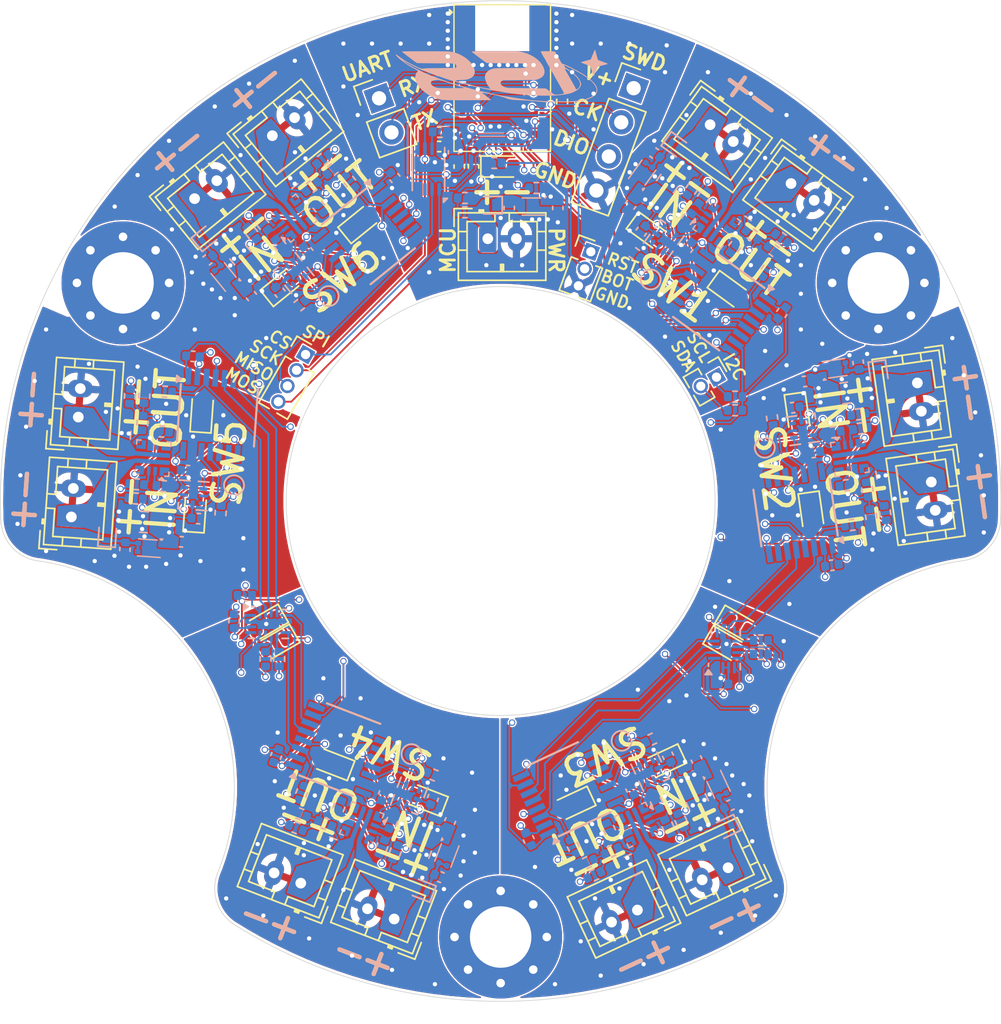
<source format=kicad_pcb>
(kicad_pcb (version 20241229) (generator "pcbnew") (generator_version "9.0")
  (title_block (title "BAGEL Switch MK1") (date "2025-12-02") (rev "A") (company "Illinois Space Society") (comment 4 "Contributors: Thomas McManamen"))
  (layers (0 "F.Cu" signal) (4 "In1.Cu" signal) (6 "In2.Cu" signal) (2 "B.Cu" signal) (13 "F.Paste" user) (15 "B.Paste" user) (5 "F.SilkS" user "F.Silkscreen") (7 "B.SilkS" user "B.Silkscreen") (1 "F.Mask" user) (3 "B.Mask" user) (25 "Edge.Cuts" user))
  (net 0 "")
  (net 1 "MCU_V")
  (net 2 "MCU_GND")
  (net 3 "Net-(D101-K)")
  (net 4 "Net-(D201-K)")
  (net 5 "Net-(J203-Pin_1)")
  (net 6 "Net-(D301-K)")
  (net 7 "Net-(J303-Pin_1)")
  (net 8 "Net-(D401-K)")
  (net 9 "Net-(J403-Pin_1)")
  (net 10 "Net-(D501-K)")
  (net 11 "Net-(J503-Pin_1)")
  (net 12 "Net-(D601-K)")
  (net 13 "Net-(J603-Pin_1)")
  (net 14 "Net-(D701-K)")
  (net 15 "Net-(J703-Pin_1)")
  (net 16 "/CoinCell_V")
  (net 17 "Net-(D102-A)")
  (net 18 "Net-(D103-A)")
  (net 19 "Net-(D202-A)")
  (net 20 "Net-(D203-A)")
  (net 21 "Net-(D302-A)")
  (net 22 "Net-(D303-A)")
  (net 23 "Net-(D402-A)")
  (net 24 "Net-(D403-A)")
  (net 25 "Net-(D502-A)")
  (net 26 "Net-(D503-A)")
  (net 27 "Net-(D602-A)")
  (net 28 "Net-(D603-A)")
  (net 29 "Net-(D702-A)")
  (net 30 "Net-(D703-A)")
  (net 31 "/BOOT")
  (net 32 "/NRST")
  (net 33 "/SWCLK")
  (net 34 "/SWDIO")
  (net 35 "/UART_RX")
  (net 36 "/UART_TX")
  (net 37 "/I2C_SCL")
  (net 38 "/I2C_SDA")
  (net 39 "/SPI_MOSI")
  (net 40 "/SPI_MISO")
  (net 41 "/FLASH_CS")
  (net 42 "/SPI_SCK")
  (net 43 "/EXP_RESET")
  (net 44 "Net-(D104-A)")
  (net 45 "/GPIO_Clock")
  (net 46 "/Switch_1")
  (net 47 "Net-(U204-ILM)")
  (net 48 "Net-(U204-OVLO{slash}OVCSEL)")
  (net 49 "Net-(U204-PGTH{slash}NFLT)")
  (net 50 "/Switch_2")
  (net 51 "Net-(U304-ILM)")
  (net 52 "Net-(U304-OVLO{slash}OVCSEL)")
  (net 53 "Net-(U304-PGTH{slash}NFLT)")
  (net 54 "/Switch_3")
  (net 55 "Net-(U404-ILM)")
  (net 56 "Net-(U404-OVLO{slash}OVCSEL)")
  (net 57 "Net-(U404-PGTH{slash}NFLT)")
  (net 58 "/Switch_4")
  (net 59 "Net-(U504-ILM)")
  (net 60 "Net-(U504-OVLO{slash}OVCSEL)")
  (net 61 "Net-(U504-PGTH{slash}NFLT)")
  (net 62 "/Switch_5")
  (net 63 "Net-(U604-ILM)")
  (net 64 "Net-(U604-OVLO{slash}OVCSEL)")
  (net 65 "Net-(U604-PGTH{slash}NFLT)")
  (net 66 "/Switch_6")
  (net 67 "Net-(U704-ILM)")
  (net 68 "Net-(U704-OVLO{slash}OVCSEL)")
  (net 69 "Net-(U704-PGTH{slash}NFLT)")
  (net 70 "/FLASH_RESET")
  (net 73 "/~{Q}_ISO_6")
  (net 75 "/PG_ISO_1")
  (net 76 "Net-(U102-ANT_IN)")
  (net 77 "/PG_ISO_6")
  (net 78 "/~{Q}_ISO_1")
  (net 80 "/PG_ISO_2")
  (net 81 "Net-(D105-A)")
  (net 82 "/PG_ISO_3")
  (net 84 "/~{Q}_ISO_3")
  (net 85 "/~{Q}_ISO_2")
  (net 86 "/~{Q}_ISO_5")
  (net 87 "/PG_ISO_5")
  (net 88 "/PG_ISO_4")
  (net 89 "Net-(D106-A)")
  (net 90 "/~{Q}_ISO_4")
  (net 92 "/RED_LED")
  (net 93 "Net-(U201-OUTA)")
  (net 94 "Net-(U201-OUTB)")
  (net 97 "Net-(U301-OUTA)")
  (net 98 "Net-(U301-OUTB)")
  (net 101 "Net-(U401-OUTA)")
  (net 102 "Net-(U401-OUTB)")
  (net 105 "Net-(U501-OUTB)")
  (net 106 "Net-(U501-OUTA)")
  (net 109 "Net-(U601-OUTB)")
  (net 110 "Net-(U601-OUTA)")
  (net 113 "Net-(U701-OUTB)")
  (net 114 "Net-(U701-OUTA)")
  (net 144 "/Switch 1/Reg_V")
  (net 145 "/Switch 1/SubBatt_GND")
  (net 146 "/Switch 2/Reg_V")
  (net 147 "/Switch 2/SubBatt_GND")
  (net 148 "/Switch 3/SubBatt_GND")
  (net 149 "/Switch 3/Reg_V")
  (net 150 "/Switch 4/SubBatt_GND")
  (net 151 "/Switch 4/Reg_V")
  (net 152 "/Switch 5/SubBatt_GND")
  (net 153 "/Switch 5/Reg_V")
  (net 154 "/Switch 6/Reg_V")
  (net 155 "/Switch 6/SubBatt_GND")
  (net 156 "/Switch 1/SubBatt_V")
  (net 157 "/Switch 2/SubBatt_V")
  (net 158 "/Switch 3/SubBatt_V")
  (net 159 "/Switch 4/SubBatt_V")
  (net 160 "/Switch 5/SubBatt_V")
  (net 161 "/Switch 6/SubBatt_V")
  (net 162 "/Switch 1/Q")
  (net 163 "/Switch 2/Q")
  (net 164 "/Switch 3/Q")
  (net 165 "/Switch 4/Q")
  (net 166 "/Switch 5/Q")
  (net 167 "/Switch 6/Q")
  (net 168 "/Switch 1/PG")
  (net 169 "/Switch 2/PG")
  (net 170 "/Switch 3/PG")
  (net 171 "/Switch 4/PG")
  (net 172 "/Switch 5/PG")
  (net 173 "/Switch 6/PG")
  (net 174 "/Switch 1/~{Q}")
  (net 175 "/Switch 2/~{Q}")
  (net 176 "/Switch 3/~{Q}")
  (net 177 "/Switch 4/~{Q}")
  (net 178 "/Switch 5/~{Q}")
  (net 179 "/Switch 6/~{Q}")
  (net 180 "/ORANGE_LED")
  (net 181 "/GREEN_LED")
  (net 182 "/BLUE_LED")
  (net 183 "/V_SENSE")
  (footprint "Connector_JST:JST_PH_B2B-PH-K_1x02_P2.00mm_Vertical" (layer "F.Cu") (at 159.56846 128.61309 -155)
    (property "Reference" "J403" (hide yes))
    (property "Value" "Conn_01x02")
  )
  (footprint "MCU_STM32:LGA77_6P5X10_STM" (layer "F.Cu") (at 150.112499 70.4125)
    (property "Reference" "U102" (hide yes))
    (property "Value" "STM32WB1MMC")
  )
  (footprint "LED_SMD:LED_0603_1608Metric" (layer "F.Cu") (at 166.626326 108.668759 -30)
    (property "Reference" "D103" (hide yes))
    (property "Value" "RED")
  )
  (footprint "Connector_JST:JST_PH_B2B-PH-K_1x02_P2.00mm_Vertical" (layer "F.Cu") (at 170.315671 77.789626 -36)
    (property "Reference" "J203" (hide yes))
    (property "Value" "Conn_01x02")
  )
  (footprint "MountingHole:MountingHole_4.3mm_M4_Pad_Via" (layer "F.Cu") (at 150 130.5)
    (property "Reference" "H102" (hide yes))
    (property "Value" "MountingHole_Pad")
  )
  (footprint "Connector_JST:JST_PH_B2B-PH-K_1x02_P2.00mm_Vertical" (layer "F.Cu") (at 165.912616 125.654764 -155)
    (property "Reference" "J401" (hide yes))
    (property "Value" "Conn_01x02")
  )
  (footprint "LED_SMD:LED_0603_1608Metric" (layer "F.Cu") (at 134.792677 84.88865 39)
    (property "Reference" "D702" (hide yes))
    (property "Value" "RED")
  )
  (footprint "Connector_PinHeader_1.27mm:PinHeader_1x04_P1.27mm_Vertical" (layer "F.Cu") (at 136.3525 89.750222 -30)
    (property "Reference" "J106" (hide yes))
    (property "Value" "Conn_01x04")
  )
  (footprint "LED_SMD:LED_0603_1608Metric" (layer "F.Cu") (at 161.353409 118.291037 -155)
    (property "Reference" "D402" (hide yes))
    (property "Value" "RED")
  )
  (footprint "Connector_JST:JST_PH_B2B-PH-K_1x02_P2.00mm_Vertical" (layer "F.Cu") (at 164.652551 73.675129 -36)
    (property "Reference" "J201" (hide yes))
    (property "Value" "Conn_01x02")
  )
  (footprint "Connector_PinHeader_1.27mm:PinHeader_1x03_P1.27mm_Vertical" (layer "F.Cu") (at 156.308701 82.559163 -20)
    (property "Reference" "J101" (hide yes))
    (property "Value" "Conn_01x03")
  )
  (footprint "Capacitor_SMD:C_0402_1005Metric" (layer "F.Cu") (at 145.7 74.2 180)
    (property "Reference" "C103" (hide yes))
    (property "Value" "100nF")
  )
  (footprint "Connector_JST:JST_PH_B2B-PH-K_1x02_P2.00mm_Vertical" (layer "F.Cu") (at 119.965312 101.111486 86)
    (property "Reference" "J601" (hide yes))
    (property "Value" "Conn_01x02")
  )
  (footprint "LED_SMD:LED_0603_1608Metric" (layer "F.Cu") (at 140.232699 80.483406 39)
    (property "Reference" "D703" (hide yes))
    (property "Value" "GREEN")
  )
  (footprint "Connector_JST:JST_PH_B2B-PH-K_1x02_P2.00mm_Vertical" (layer "F.Cu") (at 128.587451 78.84663 39)
    (property "Reference" "J701" (hide yes))
    (property "Value" "Conn_01x02")
  )
  (footprint "LED_SMD:LED_0603_1608Metric" (layer "F.Cu") (at 138.145357 118.336043 159)
    (property "Reference" "D503" (hide yes))
    (property "Value" "GREEN")
  )
  (footprint "Capacitor_SMD:C_0402_1005Metric" (layer "F.Cu") (at 147.1 76.6 -90)
    (property "Reference" "C101" (hide yes))
    (property "Value" "100nF")
  )
  (footprint "MountingHole:MountingHole_4.3mm_M4_Pad_Via" (layer "F.Cu") (at 176.42 84.74)
    (property "Reference" "H101" (hide yes))
    (property "Value" "MountingHole_Pad")
  )
  (footprint "Connector_PinHeader_2.54mm:PinHeader_1x04_P2.54mm_Vertical" (layer "F.Cu") (at 159.303097 71.119771 -20)
    (property "Reference" "J102" (hide yes))
    (property "Value" "Conn_01x04")
  )
  (footprint "Connector_JST:JST_PH_B2B-PH-K_1x02_P2.00mm_Vertical" (layer "F.Cu") (at 142.550492 129.239511 159)
    (property "Reference" "J501" (hide yes))
    (property "Value" "Conn_01x02")
  )
  (footprint "MountingHole:MountingHole_4.3mm_M4_Pad_Via" (layer "F.Cu") (at 123.58 84.74)
    (property "Reference" "H103" (hide yes))
    (property "Value" "MountingHole_Pad")
  )
  (footprint "Connector_JST:JST_PH_B2B-PH-K_1x02_P2.00mm_Vertical" (layer "F.Cu") (at 120.453608 94.128536 86)
    (property "Reference" "J603" (hide yes))
    (property "Value" "Conn_01x02")
  )
  (footprint "LED_SMD:LED_0603_1608Metric" (layer "F.Cu") (at 134.3 110 -150)
    (property "Reference" "D105" (hide yes))
    (property "Value" "GREEN")
  )
  (footprint "Connector_PinHeader_2.54mm:PinHeader_1x02_P2.54mm_Vertical" (layer "F.Cu") (at 141.491747 71.826211 20)
    (property "Reference" "J104" (hide yes))
    (property "Value" "Conn_01x02")
  )
  (footprint "LED_SMD:LED_0603_1608Metric" (layer "F.Cu") (at 171.751574 100.876537 -82)
    (property "Reference" "D303" (hide yes))
    (property "Value" "GREEN")
  )
  (footprint "Connector_JST:JST_PH_B2B-PH-K_1x02_P2.00mm_Vertical" (layer "F.Cu") (at 149.1 81.65)
    (property "Reference" "J103" (hide yes))
    (property "Value" "Conn_01x02")
  )
  (footprint "Capacitor_SMD:C_0402_1005Metric" (layer "F.Cu") (at 148.1 76.6 -90)
    (property "Reference" "C105" (hide yes))
    (property "Value" "100nF")
  )
  (footprint "LED_SMD:LED_0603_1608Metric" (layer "F.Cu") (at 128.616119 100.693918 86)
    (property "Reference" "D602" (hide yes))
    (property "Value" "RED")
  )
  (footprint "LED_SMD:LED_0603_1608Metric" (layer "F.Cu") (at 170.777362 93.94466 -82)
    (property "Reference" "D302" (hide yes))
    (property "Value" "RED")
  )
  (footprint "Connector_JST:JST_PH_B2B-PH-K_1x02_P2.00mm_Vertical" (layer "F.Cu") (at 136.015427 126.730935 159)
    (property "Reference" "J503" (hide yes))
    (property "Value" "Conn_01x02")
  )
  (footprint "LED_SMD:LED_0603_1608Metric" (layer "F.Cu") (at 160.422439 81.232706 -36)
    (property "Reference" "D202" (hide yes))
    (property "Value" "RED")
  )
  (footprint "LED_SMD:LED_0603_1608Metric" (layer "F.Cu") (at 165.8 110.1 -30)
    (property "Reference" "D104" (hide yes))
    (property "Value" "ORANGE")
  )
  (footprint "LED_SMD:LED_0603_1608Metric" (layer "F.Cu") (at 144.680421 120.844618 159)
    (property "Reference" "D502" (hide yes))
    (property "Value" "RED")
  )
  (footprint "Connector_JST:JST_PH_B2B-PH-K_1x02_P2.00mm_Vertical" (layer "F.Cu") (at 179.152311 91.737613 -82)
    (property "Reference" "J301" (hide yes))
    (property "Value" "Conn_01x02")
  )
  (footprint "LED_SMD:LED_0603_1608Metric" (layer "F.Cu") (at 133.5 108.6 -150)
    (property "Reference" "D106" (hide yes))
    (property "Value" "BLUE")
  )
  (footprint "Connector_PinHeader_1.27mm:PinHeader_1x02_P1.27mm_Vertical" (layer "F.Cu") (at 165.099926 91.332501 -60)
    (property "Reference" "J105" (hide yes))
    (property "Value" "Conn_01x02")
  )
  (footprint "Resistor_SMD:R_0402_1005Metric" (layer "F.Cu") (at 154.3 72.05 90)
    (property "Reference" "R113" (hide yes))
    (property "Value" "10k")
  )
  (footprint "Connector_JST:JST_PH_B2B-PH-K_1x02_P2.00mm_Vertical" (layer "F.Cu") (at 180.126523 98.669491 -82)
    (property "Reference" "J303" (hide yes))
    (property "Value" "Conn_01x02")
  )
  (footprint "Capacitor_SMD:C_0402_1005Metric" (layer "F.Cu") (at 145.7 75.2 180)
    (property "Reference" "C102" (hide yes))
    (property "Value" "4.7uF")
  )
  (footprint "Connector_JST:JST_PH_B2B-PH-K_1x02_P2.00mm_Vertical" (layer "F.Cu") (at 134.027475 74.441386 39)
    (property "Reference" "J703" (hide yes))
    (property "Value" "Conn_01x02")
  )
  (footprint "LED_SMD:LED_0603_1608Metric" (layer "F.Cu") (at 129.104415 93.71097 86)
    (property "Reference" "D603" (hide yes))
    (property "Value" "GREEN")
  )
  (footprint "LED_SMD:LED_0603_1608Metric" (layer "F.Cu") (at 150.1 76.6)
    (property "Reference" "D102" (hide yes))
    (property "Value" "RED")
  )
  (footprint "LED_SMD:LED_0603_1608Metric" (layer "F.Cu") (at 166.085559 85.347204 -36)
    (property "Reference" "D203" (hide yes))
    (property "Value" "GREEN")
  )
  (footprint "LED_SMD:LED_0603_1608Metric" (layer "F.Cu") (at 155.009254 121.249365 -155)
    (property "Reference" "D403" (hide yes))
    (property "Value" "GREEN")
  )
  (footprint "TestPoint:TestPoint_Pad_D1.0mm" (layer "B.Cu") (at 160.496407 84.499475 -36)
    (property "Reference" "J202" (hide yes))
    (property "Value" "Conn_01x01")
  )
  (footprint "Capacitor_SMD:C_0402_1005Metric" (layer "B.Cu") (at 159.837527 81.153092 -126)
    (property "Reference" "C203" (hide yes))
    (property "Value" "100nF")
  )
  (footprint "Resistor_SMD:R_0402_1005Metric" (layer "B.Cu") (at 173.275472 95.189102 -172)
    (property "Reference" "R306" (hide yes))
    (property "Value" "390k")
  )
  (footprint "Resistor_SMD:R_0402_1005Metric" (layer "B.Cu") (at 160.893719 121.043831 115)
    (property "Reference" "R406" (hide yes))
    (property "Value" "390k")
  )
  (footprint "Package_SON:Winbond_USON-8-1EP_3x2mm_P0.5mm_EP0.2x1.6mm" (layer "B.Cu") (at 144.95 76.775 90)
    (property "Reference" "U101" (hide yes))
    (property "Value" "W25Q16JLUX")
  )
  (footprint "Capacitor_SMD:C_0402_1005Metric" (layer "B.Cu") (at 128.469682 89.877355 -4)
    (property "Reference" "C602" (hide yes))
    (property "Value" "100nF")
  )
  (footprint "Capacitor_SMD:C_0402_1005Metric" (layer "B.Cu") (at 171.858051 96.600099 -172)
    (property "Reference" "C301" (hide yes))
    (property "Value" "100nF")
  )
  (footprint "Capacitor_SMD:C_0402_1005Metric" (layer "B.Cu") (at 159.097006 79.280119 -126)
    (property "Reference" "C205" (hide yes))
    (property "Value" "1uF")
  )
  (footprint "Resistor_SMD:R_0402_1005Metric" (layer "B.Cu") (at 160.611079 116.65178 -155)
    (property "Reference" "R402" (hide yes))
    (property "Value" "10k")
  )
  (footprint "Capacitor_SMD:C_0402_1005Metric" (layer "B.Cu") (at 123.7163 103.378664 -94)
    (property "Reference" "C604" (hide yes))
    (property "Value" "1uF")
  )
  (footprint "Capacitor_SMD:C_0402_1005Metric" (layer "B.Cu") (at 150.6 79.5 -90)
    (property "Reference" "C106" (hide yes))
    (property "Value" "1uF")
  )
  (footprint "Capacitor_SMD:C_0402_1005Metric" (layer "B.Cu") (at 161.706611 117.818059 115)
    (property "Reference" "C403" (hide yes))
    (property "Value" "100nF")
  )
  (footprint "Capacitor_SMD:C_0402_1005Metric" (layer "B.Cu") (at 160.742155 75.654725 144)
    (property "Reference" "C204" (hide yes))
    (property "Value" "1uF")
  )
  (footprint "Regulator_Torex:Torex_USP-4" (layer "B.Cu") (at 159.904723 77.147612 54)
    (property "Reference" "U203" (hide yes))
    (property "Value" "XC6223")
  )
  (footprint "Resistor_SMD:R_0402_1005Metric" (layer "B.Cu") (at 176.897179 100.840051 -82)
    (property "Reference" "R309" (hide yes))
    (property "Value" "1k")
  )
  (footprint "Resistor_SMD:R_0402_1005Metric" (layer "B.Cu") (at 130.409735 100.839389 86)
    (property "Reference" "R602" (hide yes))
    (property "Value" "10k")
  )
  (footprint "Package_SO:SSOP-16_3.9x4.9mm_P0.635mm" (layer "B.Cu") (at 130.185784 94.007123 -94)
    (property "Reference" "U601" (hide yes))
    (property "Value" "ISO7742")
  )
  (footprint "Capacitor_SMD:C_0805_2012Metric" (layer "B.Cu") (at 161.654846 77.801116 54)
    (property "Reference" "C206" (hide yes))
    (property "Value" "100uF")
  )
  (footprint "Capacitor_SMD:C_0805_2012Metric" (layer "B.Cu") (at 138.024113 124.288562 159)
    (property "Reference" "C507" (hide yes))
    (property "Value" "22uF")
  )
  (footprint "Package_VQFN:VQFN-HR-RPW0010A" (layer "B.Cu") (at 135.482939 80.211275 39)
    (property "Reference" "U704" (hide yes))
    (property "Value" "TPS25947")
  )
  (footprint "Resistor_SMD:R_0402_1005Metric" (layer "B.Cu") (at 141.7 124.2 69)
    (property "Reference" "R504" (hide yes))
    (property "Value" "10k")
  )
  (footprint "Resistor_SMD:R_0402_1005Metric" (layer "B.Cu") (at 135.947639 121.884761 159)
    (property "Reference" "R508" (hide yes))
    (property "Value" "500k")
  )
  (footprint "Resistor_SMD:R_0402_1005Metric" (layer "B.Cu") (at 159.348602 82.676691 -36)
    (property "Reference" "R202" (hide yes))
    (property "Value" "10k")
  )
  (footprint "Capacitor_SMD:C_0402_1005Metric" (layer "B.Cu") (at 154 79.5 -90)
    (property "Reference" "C107" (hide yes))
    (property "Value" "4.7uF")
  )
  (footprint "Resistor_SMD:R_0402_1005Metric" (layer "B.Cu") (at 126.431334 98.957284 -4)
    (property "Reference" "R606" (hide yes))
    (property "Value" "390k")
  )
  (footprint "Capacitor_SMD:C_0402_1005Metric" (layer "B.Cu") (at 151.964023 123.663088 115)
    (property "Reference" "C402" (hide yes))
    (property "Value" "100nF")
  )
  (footprint "Resistor_SMD:R_0402_1005Metric" (layer "B.Cu") (at 163.360724 78.175261 -126)
    (property "Reference" "R203" (hide yes))
    (property "Value" "1k")
  )
  (footprint "Resistor_SMD:R_0402_1005Metric" (layer "B.Cu") (at 175.156982 94.924673 -172)
    (property "Reference" "R304" (hide yes))
    (property "Value" "10k")
  )
  (footprint "TestPoint:TestPoint_Pad_D1.0mm" (layer "B.Cu") (at 143.763471 117.708307 159)
    (property "Reference" "J502" (hide yes))
    (property "Value" "Conn_01x01")
  )
  (footprint "Capacitor_SMD:C_0805_2012Metric" (layer "B.Cu") (at 131.796985 82.810076 129)
    (property "Reference" "C706" (hide yes))
    (property "Value" "100uF")
  )
  (footprint "Capacitor_SMD:C_0402_1005Metric" (layer "B.Cu") (at 132.563575 85.663552 -51)
    (property "Reference" "C705" (hide yes))
    (property "Value" "1uF")
  )
  (footprint "Resistor_SMD:R_0402_1005Metric" (layer "B.Cu") (at 135.68263 122.854179 159)
    (property "Reference" "R509" (hide yes))
    (property "Value" "1k")
  )
  (footprint "Resistor_SMD:R_0402_1005Metric" (layer "B.Cu") (at 124.93567 94.542198 86)
    (property "Reference" "R607" (hide yes))
    (property "Value" "300k")
  )
  (footprint "Capacitor_SMD:C_0402_1005Metric" (layer "B.Cu") (at 127.662605 102.852663 -4)
    (property "Reference" "C605" (hide yes))
    (property "Value" "1uF")
  )
  (footprint "Package_UQFN:UQFN-RSE0008A" (layer "B.Cu") (at 143.600263 120.644861 69)
    (property "Reference" "U502" (hide yes))
    (property "Value" "SN74AUP1G74RSER")
  )
  (footprint "Resistor_SMD:R_0402_1005Metric" (layer "B.Cu") (at 174.580219 101.670592 8)
    (property "Reference" "R301" (hide yes))
    (property "Value" "10k")
  )
  (footprint "Capacitor_SMD:C_0402_1005Metric" (layer "B.Cu") (at 166.077021 121.274925 25)
    (property "Reference" "C404" (hide yes))
    (property "Value" "1uF")
  )
  (footprint "TestPoint:TestPoint_Pad_D1.0mm" (layer "B.Cu") (at 158.460368 116.77197 -155)
    (property "Reference" "J402" (hide yes))
    (property "Value" "Conn_01x01")
  )
  (footprint "Capacitor_SMD:C_0805_2012Metric" (layer "B.Cu") (at 123.376543 95.335372 86)
    (property "Reference" "C607" (hide yes))
    (property "Value" "22uF")
  )
  (footprint "Resistor_SMD:R_0402_1005Metric" (layer "B.Cu") (at 139.456477 77.649815 129)
    (property "Reference" "R701" (hide yes))
    (property "Value" "10k")
  )
  (footprint "Resistor_SMD:R_0402_1005Metric" (layer "B.Cu") (at 166.4 93.65)
    (property "Reference" "R109" (hide yes))
    (property "Value" "4.7k")
  )
  (footprint "Resistor_SMD:R_0402_1005Metric" (layer "B.Cu") (at 132.599896 81.259159 -51)
    (property "Reference" "R703" (hide yes))
    (property "Value" "1k")
  )
  (footprint "Diode_SMD:D_SOD-882" (layer "B.Cu") (at 129.368825 81.559463 39)
    (property "Reference" "D701" (hide yes))
    (property "Value" "SDM05U40CSP-7")
  )
  (footprint "Capacitor_SMD:C_0402_1005Metric" (layer "B.Cu") (at 145.266009 120.770133 69)
    (property "Reference" "C501" (hide yes))
    (property "Value" "100nF")
  )
  (footprint "Resistor_SMD:R_0402_1005Metric" (layer "B.Cu") (at 126.502675 92.346157 176)
    (property "Reference" "R601" (hide yes))
    (property "Value" "10k")
  )
  (footprint "Capacitor_SMD:C_0402_1005Metric" (layer "B.Cu") (at 170.428317 93.468604 -172)
    (property "Reference" "C305" (hide yes))
    (property "Value" "1uF")
  )
  (footprint "Capacitor_SMD:C_0402_1005Metric" (layer "B.Cu") (at 134.293676 117.822199 69)
    (property "Reference" "C502" (hide yes))
    (property "Value" "100nF")
  )
  (footprint "Resistor_SMD:R_0402_1005Metric" (layer "B.Cu") (at 155.07691 124.186571 -65)
    (property "Reference" "R401" (hide yes))
    (property "Value" "10k")
  )
  (footprint "Resistor_SMD:R_0402_1005Metric" (layer "B.Cu") (at 124.535961 98.824748 -4)
    (property "Reference" "R604" (hide yes))
    (property "Value" "10k")
  )
  (footprint "Capacitor_SMD:C_0402_1005Metric" (layer "B.Cu") (at 175.011919 90.299852 98)
    (property "Reference" "C304" (hide yes))
    (property "Value" "1uF")
  )
  (footprint "TestPoint:TestPoint_Pad_D1.0mm" (layer "B.Cu") (at 168.478828 96.267156 -82)
    (property "Reference" "J302" (hide yes))
    (property "Value" "Conn_01x01")
  )
  (footprint "Resistor_SMD:R_0402_1005Metric" (layer "B.Cu") (at 137.721442 122.56566 159)
    (property "Reference" "R507" (hide yes))
    (property "Value" "300k")
  )
  (footprint "Resistor_SMD:R_0402_1005Metric" (layer "B.Cu") (at 133.55 111.05 -90)
    (property "Reference" "R108" (hide yes))
    (property "Value" "470")
  )
  (footprint "Resistor_SMD:R_0402_1005Metric" (layer "B.Cu") (at 147.5 79.8)
    (property "Reference" "R110" (hide yes))
    (property "Value" "100k")
  )
  (footprint "Resistor_SMD:R_0402_1005Metric" (layer "B.Cu") (at 136.079506 120.425065 -111)
    (property "Reference" "R501" (hide yes))
    (property "Value" "10k")
  )
  (footprint "Package_UQFN:UQFN-RSE0008A" (layer "B.Cu") (at 160.459376 118.929274 115)
    (property "Reference" "U402" (hide yes))
    (property "Value" "SN74AUP1G74RSER")
  )
  (footprint "TestPoint:TestPoint_Pad_D1.0mm" (layer "B.Cu") (at 131.3473 98.900066 86)
    (property "Reference" "J602" (hide yes))
    (property "Value" "Conn_01x01")
  )
  (footprint "Resistor_SMD:R_0402_1005Metric" (layer "B.Cu") (at 174.200438 98.896451 -172)
    (property "Reference" "R305" (hide yes))
    (property "Value" "680")
  )
  (footprint "Package_VQFN:VQFN-HR-RPW0010A" (layer "B.Cu") (at 174.431143 96.945355 -82)
    (property "Reference" "U304" (hide yes))
    (property "Value" "TPS25947")
  )
  (footprint "Capacitor_SMD:C_0402_1005Metric" (layer "B.Cu") (at 129.487509 83.13614 -141)
    (property "Reference" "C704" (hide yes))
    (property "Value" "1uF")
  )
  (footprint "Resistor_SMD:R_0402_1005Metric" (layer "B.Cu") (at 168.992696 94.175281 -82)
    (property "Reference" "R302" (hide yes))
    (property "Value" "10k")
  )
  (footprint "Capacitor_SMD:C_0402_1005Metric" (layer "B.Cu") (at 128.85856 101.232142 -4)
    (property "Reference" "C601" (hide yes))
    (property "Value" "100nF")
  )
  (footprint "Regulator_Torex:Torex_USP-4" (layer "B.Cu") (at 152.3 79.4 180)
    (property "Reference" "U103" (hide yes))
    (property "Value" "XC6223")
  )
  (footprint "Resistor_SMD:R_0402_1005Metric" (layer "B.Cu") (at 169.633751 81.62042 -36)
    (property "Reference" "R209" (hide yes))
    (property "Value" "1k")
  )
  (footprint "Package_SO:SSOP-16_3.9x4.9mm_P0.635mm" (layer "B.Cu") (at 140.753598 81.476246 -141)
    (property "Reference" "U701" (hide yes))
    (property "Value" "ISO7742")
  )
  (footprint "Diode_SMD:D_SOD-882" (layer "B.Cu") (at 176.424523 91.010168 -82)
    (property "Reference" "D301" (hide yes))
    (property "Value" "SDM05U40CSP-7")
  )
  (footprint "Resistor_SMD:R_0402_1005Metric" (layer "B.Cu") (at 124.466205 99.822311 -4)
    (property "Reference" "R603" (hide yes))
    (property "Value" "1k")
  )
  (footprint "Capacitor_SMD:C_0402_1005Metric" (layer "B.Cu") (at 165.45 112.8 180)
    (property "Reference" "C108" (hide yes))
    (property "Value" "100nF")
  )
  (footprint "Capacitor_SMD:C_0805_2012Metric" (layer "B.Cu") (at 125.052889 101.467245 176)
    (property "Reference" "C606" (hide yes))
    (property "Value" "100uF")
  )
  (footprint "Package_UQFN:UQFN-RSE0008A" (layer "B.Cu") (at 128.491341 99.602556 -4)
    (property "Reference" "U602" (hide yes))
    (property "Value" "SN74AUP1G74RSER")
  )
  (footprint "Package_SO:SSOP-16_3.9x4.9mm_P0.635mm" (layer "B.Cu") (at 138.744732 117.38851 -21)
    (property "Reference" "U501" (hide yes))
    (property "Value" "ISO7742")
  )
  (footprint "Resistor_SMD:R_0402_1005Metric" (layer "B.Cu") (at 137.551243 76.091554 39)
    (property "Reference" "R709" (hide yes))
    (property "Value" "1k")
  )
  (footprint "Capacitor_SMD:C_0402_1005Metric" (layer "B.Cu") (at 171.261212 91.634842 -172)
    (property "Reference" "C303" (hide yes))
    (property "Value" "100nF")
  )
  (footprint "Resistor_SMD:R_0402_1005Metric" (layer "B.Cu") (at 175.920828 101.078251 -82)
    (property "Reference" "R308" (hide yes))
    (property "Value" "500k")
  )
  (footprint "Capacitor_SMD:C_0805_2012Metric" (layer "B.Cu") (at 174.101944 92.447396 8)
    (property "Reference" "C306" (hide yes))
    (property "Value" "100uF")
  )
  (footprint "Capacitor_SMD:C_0402_1005Metric" (layer "B.Cu") (at 169.673005 86.840426 -126)
    (property "Reference" "C202" (hide yes))
    (property "Value" "100nF")
  )
  (footprint "Diode_SMD:D_SOD-882" (layer "B.Cu") (at 149.3 79.3 180)
    (property "Reference" "D101" (hide yes))
    (property "Value" "SDM05U40CSP-7")
  )
  (footprint "Resistor_SMD:R_0402_1005Metric" (layer "B.Cu") (at 166.4 92.7)
    (property "Reference" "R112" (hide yes))
    (property "Value" "4.7k")
  )
  (footprint "Capacitor_SMD:C_0402_1005Metric" (layer "B.Cu") (at 163.703763 118.07842 115)
    (property "Reference" "C405" (hide yes))
    (property "Value" "1uF")
  )
  (footprint "Package_VQFN:VQFN-HR-RPW0010A" (layer "B.Cu") (at 165.119088 80.688855 -36)
    (property "Reference" "U204" (hide yes))
    (property "Value" "TPS25947")
  )
  (footprint "Resistor_SMD:R_0402_1005Metric" (layer "B.Cu") (at 147.5 78.8 180)
    (property "Reference" "R111" (hide yes))
    (property "Value" "100k")
  )
  (footprint "Resistor_SMD:R_0402_1005Metric" (layer "B.Cu") (at 168.2 109.75)
    (property "Reference" "R105" (hide yes))
    (property "Value" "470")
  )
  (footprint "Capacitor_SMD:C_0402_1005Metric" (layer "B.Cu") (at 141.833992 120.502428 69)
    (property "Reference" "C503" (hide yes))
    (property "Value" "100nF")
  )
  (footprint "Capacitor_SMD:C_0402_1005Metric" (layer "B.Cu") (at 136.512238 82.594665 -51)
    (property "Reference" "C703" (hide yes))
    (property "Value" "100nF")
  )
  (footprint "Resistor_SMD:R_0402_1005Metric" (layer "B.Cu") (at 137.274176 79.40414 -51)
    (property "Reference" "R705" (hide yes))
    (property "Value" "680")
  )
  (footprint "Package_UQFN:UQFN-RSE0008A" (layer "B.Cu") (at 135.505749 84.053083 -51)
    (property "Reference" "U702" (hide yes))
    (property "Value" "SN74AUP1G74RSER")
  )
  (footprint "Regulator_Torex:Torex_USP-4" (layer "B.Cu") (at 130.712783 84.331424 129)
    (property "Reference" "U703" (hide yes))
    (property "Value" "XC6223")
  )
  (footprint "Resistor_SMD:R_0402_1005Metric" (layer "B.Cu") (at 145.75 74.175 180)
    (property "Reference" "R101" (hide yes))
    (property "Value" "10k")
  )
  (footprint "Capacitor_SMD:C_0402_1005Metric" (layer "B.Cu") (at 142.603541 77.404673 -51)
    (property "Reference" "C702" (hide yes))
    (property "Value" "100nF")
  )
  (footprint "Capacitor_SMD:C_0805_2012Metric" (layer "B.Cu") (at 163.757262 121.032593 -65)
    (property "Reference" "C406" (hide yes))
    (property "Value" "100uF")
  )
  (footprint "Package_DFN_QFN:UQFN-16_1.8x2.6mm_P0.4mm" (layer "B.Cu") (at 133.75 108.6 -90)
    (property "Reference" "U105" (hide yes))
    (property "Value" "TCAL9538")
  )
  (footprint "Package_UQFN:UQFN-RSE0008A" (layer "B.Cu") (at 171.126322 94.98623 -172)
    (property "Reference" "U302" (hide yes))
    (property "Value" "SN74AUP1G74RSER")
  )
  (footprint "Capacitor_SMD:C_0805_2012Metric" (layer "B.Cu") (at 177.016546 98.096741 -82)
    (property "Reference" "C307" (hide yes))
    (property "Value" "22uF")
  )
  (footprint "Resistor_SMD:R_0402_1005Metric" (layer "B.Cu") (at 163.052949 80.300179 -126)
    (property "Reference" "R206" (hide yes))
    (property "Value" "390k")
  )
  (footprint "Capacitor_SMD:C_0402_1005Metric" (layer "B.Cu") (at 131.35 108.4 90)
    (property "Reference" "C109" (hide yes))
    (property "Value" "100nF")
  )
  (footprint "Resistor_SMD:R_0402_1005Metric" (layer "B.Cu") (at 145.343938 119.171907 159)
    (property "Reference" "R502" (hide yes))
    (property "Value" "10k")
  )
  (footprint "Capacitor_SMD:C_0402_1005Metric" (layer "B.Cu") (at 134.56439 85.433025 -51)
    (property "Reference" "C701" (hide yes))
    (property "Value" "100nF")
  )
  (footprint "Capacitor_SMD:C_0805_2012Metric" (layer "B.Cu") (at 159.206914 125.471548 -155)
    (property "Reference" "C407" (hide yes))
    (property "Value" "22uF")
  )
  (footprint "Package_UQFN:UQFN-RSE0008A" (layer "B.Cu") (at 161.41409 81.705222 -126)
    (property "Reference" "U202" (hide yes))
    (property "Value" "SN74AUP1G74RSER")
  )
  (footprint "Resistor_SMD:R_0402_1005Metric" (layer "B.Cu") (at 126.297381 95.138638 -4)
    (property "Reference" "R605" (hide yes))
    (property "Value" "680")
  )
  (footprint "Diode_SMD:D_SOD-882" (layer "B.Cu") (at 144.509187 127.206406 159)
    (property "Reference" "D501" (hide yes))
    (property "Value" "SDM05U40CSP-7")
  )
  (footprint "Diode_SMD:D_SOD-882" (layer "B.Cu") (at 165.810747 122.833482 -155)
    (property "Reference" "D401" (hide yes))
    (property "Value" "SDM05U40CSP-7")
  )
  (footprint "Package_DFN_QFN:UQFN-16_1.8x2.6mm_P0.4mm" (layer "B.Cu") (at 165.75 110.4)
    (property "Reference" "U104" (hide yes))
    (property "Value" "TCAL9538")
  )
  (footprint "Resistor_SMD:R_0402_1005Metric" (layer "B.Cu") (at 156.035326 125.295417 -155)
    (property "Reference" "R408" (hide yes))
    (property "Value" "500k")
  )
  (footprint "Capacitor_SMD:C_0805_2012Metric" (layer "B.Cu") (at 135.138288 77.402146 39)
    (property "Reference" "C707" (hide yes))
    (property "Value" "22uF")
  )
  (footprint "Capacitor_SMD:C_0402_1005Metric" (layer "B.Cu") (at 146.466058 122.387625 69)
    (property "Reference" "C505" (hide yes))
    (property "Value" "1uF")
  )
  (footprint "Capacitor_SMD:C_0402_1005Metric" (layer "B.Cu") (at 173.16949 104.494409 -172)
    (property "Reference" "C302" (hide yes))
    (property "Value" "100nF")
  )
  (footprint "Resistor_SMD:R_0402_1005Metric" (layer "B.Cu") (at 124.063669 92.676827 86)
    (property "Reference" "R609" (hide yes))
    (property "Value" "1k")
  )
  (footprint "Package_SO:SSOP-16_3.9x4.9mm_P0.635mm" (layer "B.Cu") (at 165.261367 86.10732 144)
    (property "Reference" "U201" (hide yes))
    (property "Value" "ISO7742")
  )
  (footprint "Resistor_SMD:R_0402_1005Metric" (layer "B.Cu") (at 167.589735 81.371424 -36)
    (property "Reference" "R207" (hide yes))
    (property "Value" "300k")
  )
  (footprint "Capacitor_SMD:C_0402_1005Metric" (layer "B.Cu") (at 145.815287 126.315284 -21)
    (property "Reference" "C504" (hide yes))
    (property "Value" "1uF")
  )
  (footprint "Resistor_SMD:R_0402_1005Metric" (layer "B.Cu") (at 135.909529 86.299628 39)
    (property "Reference" "R702" (hide yes))
    (property "Value" "10k")
  )
  (footprint "Resistor_SMD:R_0402_1005Metric" (layer "B.Cu") (at 156.548574 126.159465 -155)
    (property "Reference" "R409" (hide yes))
    (property "Value" "1k")
  )
  (footprint "Regulator_Torex:Torex_USP-4" (layer "B.Cu") (at 146.237797 124.656522 -111)
    (property "Reference" "U503" (hide yes))
    (property "Value" "XC6223")
  )
  (footprint "Capacitor_SMD:C_0402_1005Metric" (layer "B.Cu") (at 146.7 75.6 -90)
    (property "Reference" "C104" (hide yes))
    (property "Value" "100nF")
  )
  (footprint "Regulator_Torex:Torex_USP-4" (layer "B.Cu") (at 125.426111 103.297737 176)
    (property "Reference" "U603" (hide yes))
    (property "Value" "XC6223")
  )
  (footprint "Resistor_SMD:R_0402_1005Metric" (layer "B.Cu") (at 157.757311 124.492443 -155)
    (property "Reference" "R407" (hide yes))
    (property "Value" "300k")
  )
  (footprint "Capacitor_SMD:C_0402_1005Metric" (layer "B.Cu") (at 159.129963 120.10088 115)
    (property "Reference" "C401" (hide yes))
    (property "Value" "100nF")
  )
  (footprint "Logos_ISS:ISS_LOGOV2_tiny" (layer "B.Cu") (at 150.1 70.3 180)
    (property "Reference" "G***" (hide yes))
    (property "Value" "LOGO" (hide yes))
  )
  (footprint "Resistor_SMD:R_0402_1005Metric" (layer "B.Cu") (at 138.689946 121.437832 69)
    (property "Reference" "R505" (hide yes))
    (property "Value" "680")
  )
  (footprint "Resistor_SMD:R_0402_1005Metric" (layer "B.Cu") (at 142.380899 122.426198 69)
    (property "Reference" "R506" (hide yes))
    (property "Value" "390k")
  )
  (footprint "Resistor_SMD:R_0402_1005Metric" (layer "B.Cu") (at 162.603002 122.343198 115)
    (property "Reference" "R403" (hide yes))
    (property "Value" "1k")
  )
  (footprint "Capacitor_SMD:C_0402_1005Metric" (layer "B.Cu") (at 163.083312 82.299947 -126)
    (property "Reference" "C201" (hide yes))
    (property "Value" "100nF")
  )
  (footprint "Resistor_SMD:R_0402_1005Metric" (layer "B.Cu") (at 152.5 78.1)
    (property "Reference" "R104" (hide yes))
    (property "Value" "470")
  )
  (footprint "Resistor_SMD:R_0402_1005Metric" (layer "B.Cu") (at 136.781702 78.001477 39)
    (property "Reference" "R707" (hide yes))
    (property "Value" "300k")
  )
  (footprint "Resistor_SMD:R_0402_1005Metric" (layer "B.Cu") (at 161.696695 122.765816 115)
    (property "Reference" "R404" (hide yes))
    (property "Value" "10k")
  )
  (footprint "Resistor_SMD:R_0402_1005Metric" (layer "B.Cu") (at 134.572749 82.106416 -51)
    (property "Reference" "R706" (hide yes))
    (property "Value" "390k")
  )
  (footprint "Capacitor_SMD:C_0805_2012Metric" (layer "B.Cu") (at 144.378169 124.47825 -111)
    (property "Reference" "C506" (hide yes))
    (property "Value" "100uF")
  )
  (footprint "Package_VQFN:VQFN-HR-RPW0010A" (layer "B.Cu") (at 159.552091 122.662482 -155)
    (property "Reference" "U404" (hide yes))
    (property "Value" "TPS25947")
  )
  (footprint "Resistor_SMD:R_0402_1005Metric" (layer "B.Cu") (at 134.5 111.05 -90)
    (property "Reference" "R107" (hide yes))
    (property "Value" "470")
  )
  (footprint "Diode_SMD:D_SOD-882" (layer "B.Cu") (at 122.482248 102.390174 86)
    (property "Reference" "D601" (hide yes))
    (property "Value" "SDM05U40CSP-7")
  )
  (footprint "Resistor_SMD:R_0402_1005Metric" (layer "B.Cu") (at 125.068208 92.646827 86)
    (property "Reference" "R608" (hide yes))
    (property "Value" "500k")
  )
  (footprint "Resistor_SMD:R_0402_1005Metric" (layer "B.Cu") (at 157.618798 123.012304 115)
    (property "Reference" "R405" (hide yes))
    (property "Value" "680")
  )
  (footprint "Resistor_SMD:R_0402_1005Metric" (layer "B.Cu") (at 175.017809 93.934405 -172)
    (property "Reference" "R303" (hide yes))
    (property "Value" "1k")
  )
  (footprint "Regulator_Torex:Torex_USP-4" (layer "B.Cu") (at 173.356297 90.7345 8)
    (property "Reference" "U303" (hide yes))
    (property "Value" "XC6223")
  )
  (footprint "Resistor_SMD:R_0402_1005Metric" (layer "B.Cu") (at 169.126867 82.488215 -36)
    (property "Reference" "R208" (hide yes))
    (property "Value" "500k")
  )
  (footprint "TestPoint:TestPoint_Pad_D1.0mm" (layer "B.Cu") (at 137.967277 85.662704 39)
    (property "Reference" "J702" (hide yes))
    (property "Value" "Conn_01x01")
  )
  (footprint "Resistor_SMD:R_0402_1005Metric" (layer "B.Cu") (at 149.55 76.35)
    (property "Reference" "R102" (hide yes))
    (property "Value" "10k")
  )
  (footprint "Resistor_SMD:R_0402_1005Metric" (layer "B.Cu") (at 142.633581 124.558368 69)
    (property "Reference" "R503" (hide yes))
    (property "Value" "1k")
  )
  (footprint "Diode_SMD:D_SOD-882" (layer "B.Cu") (at 162.23439 75.13201 -36)
    (property "Reference" "D201" (hide yes))
    (property "Value" "SDM05U40CSP-7")
  )
  (footprint "Package_VQFN:VQFN-HR-RPW0010A" (layer "B.Cu") (at 140.284565 122.58552 159)
    (property "Reference" "U504" (hide yes))
    (property "Value" "TPS25947")
  )
  (footprint "Package_SO:SSOP-16_3.9x4.9mm_P0.635mm" (layer "B.Cu") (at 154.744016 120.16 25)
    (property "Reference" "U401" (hide yes))
    (property "Value" "ISO7742")
  )
  (footprint "Capacitor_SMD:C_0402_1005Metric" (layer "B.Cu") (at 128.111143 97.871819 -4)
    (property "Reference" "C603" (hide yes))
    (property "Value" "100nF")
  )
  (footprint "Capacitor_SMD:C_0805_2012Metric" (layer "B.Cu") (at 167.743297 79.628892 -36)
    (property "Reference" "C207" (hide yes))
    (property "Value" "22uF")
  )
  (footprint "Resistor_SMD:R_0402_1005Metric" (layer "B.Cu") (at 166.362328 82.210155 -126)
    (property "Reference" "R205" (hide yes))
    (property "Value" "680")
  )
  (footprint "Resistor_SMD:R_0402_1005Metric" (layer "B.Cu") (at 168.2 110.7)
    (property "Reference" "R106" (hide yes))
    (property "Value" "470")
  )
  (footprint "Resistor_SMD:R_0402_1005Metric" (layer "B.Cu") (at 175.656399 99.196742 -82)
    (property "Reference" "R307" (hide yes))
    (property "Value" "300k")
  )
  (footprint "Resistor_SMD:R_0402_1005Metric" (layer "B.Cu") (at 168.621696 83.864044 54)
    (property "Reference" "R201" (hide yes))
    (property "Value" "10k")
  )
  (footprint "Resistor_SMD:R_0402_1005Metric" (layer "B.Cu") (at 133.377042 80.629838 -51)
    (property "Reference" "R704" (hide yes))
    (property "Value" "10k")
  )
  (footprint "Regulator_Torex:Torex_USP-4" (layer "B.Cu") (at 165.177307 119.818725 -65)
    (property "Reference" "U403" (hide yes))
    (property "Value" "XC6223")
  )
  (footprint "Package_SO:SSOP-16_3.9x4.9mm_P0.635mm" (layer "B.Cu") (at 170.632261 100.811684 98)
    (property "Reference" "U301" (hide yes))
    (property "Value" "ISO7742")
  )
  (footprint "Resistor_SMD:R_0402_1005Metric" (layer "B.Cu") (at 138.258278 76.805767 39)
    (property "Reference" "R708" (hide yes))
    (property "Value" "500k")
  )
  (footprint "Resistor_SMD:R_0402_1005Metric" (layer "B.Cu") (at 164.16974 78.763046 -126)
    (property "Reference" "R204" (hide yes))
    (property "Value" "10k")
  )
  (footprint "Resistor_SMD:R_0402_1005Metric" (layer "B.Cu") (at 132.1 106.6 180)
    (property "Reference" "R103" (hide yes))
    (property "Value" "10k")
  )
  (footprint "Package_VQFN:VQFN-HR-RPW0010A" (layer "B.Cu") (at 125.666063 96.999132 86)
    (property "Reference" "U604" (hide yes))
    (property "Value" "TPS25947")
  )
  (gr_line (start 168.040849 128.304439) (end 166.681388 128.938365) (stroke (width 0.3)) (layer "F.SilkS"))
  (gr_line (start 175.339045 99.291835) (end 176.824447 99.083076) (stroke (width 0.3)) (layer "F.SilkS"))
  (gr_line (start 117.24649 92.605116) (end 117.351125 91.108769) (stroke (width 0.3)) (layer "F.SilkS"))
  (gr_line (start 164.914436 121.621198) (end 163.554975 122.255124) (stroke (width 0.3)) (layer "F.SilkS"))
  (gr_line (start 183.669832 99.639176) (end 183.878592 101.124578) (stroke (width 0.3)) (layer "F.SilkS"))
  (gr_line (start 142.085065 132.658576) (end 140.684694 132.121025) (stroke (width 0.3)) (layer "F.SilkS"))
  (gr_line (start 144.323608 124.759906) (end 143.786056 126.160276) (stroke (width 0.3)) (layer "F.SilkS"))
  (gr_line (start 138.219953 123.22029) (end 136.819583 122.682739) (stroke (width 0.3)) (layer "F.SilkS"))
  (gr_line (start 137.591232 76.776539) (end 138.75695 75.832559) (stroke (width 0.3)) (layer "F.SilkS"))
  (gr_line (start 159.793447 132.150265) (end 158.433986 132.784193) (stroke (width 0.3)) (layer "F.SilkS"))
  (gr_line (start 135.118591 129.18104) (end 134.58104 130.58141) (stroke (width 0.3)) (layer "F.SilkS"))
  (gr_line (start 183.377568 97.559613) (end 183.586328 99.045016) (stroke (width 0.3)) (layer "F.SilkS"))
  (gr_line (start 182.739247 98.406694) (end 184.224649 98.197935) (stroke (width 0.3)) (layer "F.SilkS"))
  (gr_line (start 167.044155 127.941672) (end 167.678081 129.301133) (stroke (width 0.3)) (layer "F.SilkS"))
  (gr_line (start 148.299998 78.400001) (end 149.799997 78.400001) (stroke (width 0.3)) (layer "F.SilkS"))
  (gr_line (start 141.653655 131.689616) (end 141.116103 133.089986) (stroke (width 0.3)) (layer "F.SilkS"))
  (gr_line (start 127.022843 76.832441) (end 126.078864 75.666723) (stroke (width 0.3)) (layer "F.SilkS"))
  (gr_line (start 163.917742 121.258431) (end 164.551668 122.617892) (stroke (width 0.3)) (layer "F.SilkS"))
  (gr_line (start 181.765035 91.474817) (end 183.250437 91.266057) (stroke (width 0.3)) (layer "F.SilkS"))
  (gr_line (start 166.2 71.6) (end 167.081678 70.386474) (stroke (width 0.3)) (layer "F.SilkS"))
  (gr_line (start 132.151208 81.181784) (end 133.316927 80.237803) (stroke (width 0.3)) (layer "F.SilkS"))
  (gr_line (start 156.667034 125.467024) (end 155.307573 126.100952) (stroke (width 0.3)) (layer "F.SilkS"))
  (gr_line (start 161.696694 131.262767) (end 160.337232 131.896695) (stroke (width 0.3)) (layer "F.SilkS"))
  (gr_line (start 124.455394 95.210323) (end 124.560029 93.713976) (stroke (width 0.3)) (layer "F.SilkS"))
  (gr_line (start 168.957117 81.871207) (end 170.170643 82.752885) (stroke (width 0.3)) (layer "F.SilkS"))
  (gr_line (start 144.755018 125.728866) (end 143.354647 125.191315) (stroke (width 0.3)) (layer "F.SilkS"))
  (gr_line (start 167.258181 80.636859) (end 168.471707 81.518536) (stroke (width 0.3)) (layer "F.SilkS"))
  (gr_line (start 175.003155 91.512877) (end 175.211914 92.998279) (stroke (width 0.3)) (layer "F.SilkS"))
  (gr_line (start 125.967993 76.721572) (end 127.133712 75.777592) (stroke (width 0.3)) (layer "F.SilkS"))
  (gr_line (start 135.55 130.15) (end 134.14963 129.612449) (stroke (width 0.3)) (layer "F.SilkS"))
  (gr_line (start 174.364833 92.359958) (end 175.850235 92.151198) (stroke (width 0.3)) (layer "F.SilkS"))
  (gr_line (start 117.1 94.7) (end 117.204635 93.203653) (stroke (width 0.3)) (layer "F.SilkS"))
  (gr_line (start 133.040024 70.994755) (end 134.205742 70.050775) (stroke (width 0.3)) (layer "F.SilkS"))
  (gr_line (start 149.049998 79.15) (end 149.049998 77.65) (stroke (width 0.3)) (layer "F.SilkS"))
  (gr_line (start 157.573587 124.216759) (end 158.207514 125.57622) (stroke (width 0.3)) (layer "F.SilkS"))
  (gr_line (start 173.396132 75.901244) (end 174.609658 76.782922) (stroke (width 0.3)) (layer "F.SilkS"))
  (gr_line (start 136.259434 122.467718) (end 134.859064 121.930166) (stroke (width 0.3)) (layer "F.SilkS"))
  (gr_line (start 116.758194 99.588064) (end 116.862828 98.091719) (stroke (width 0.3)) (layer "F.SilkS"))
  (gr_line (start 171.86312 75.714497) (end 172.744798 74.500971) (stroke (width 0.3)) (layer "F.SilkS"))
  (gr_line (start 150.4 78.4) (end 151.899997 78.4) (stroke (width 0.3)) (layer "F.SilkS"))
  (gr_line (start 175.295418 93.59244) (end 175.504178 95.077842) (stroke (width 0.3)) (layer "F.SilkS"))
  (gr_line (start 132.462867 72.427198) (end 131.518886 71.261479) (stroke (width 0.3)) (layer "F.SilkS"))
  (gr_line (start 161.760985 77.569963) (end 162.642663 76.356437) (stroke (width 0.3)) (layer "F.SilkS"))
  (gr_line (start 166.137602 129.191937) (end 164.778142 129.825864) (stroke (width 0.3)) (layer "F.SilkS"))
  (gr_line (start 131.408017 72.316329) (end 132.573736 71.372349) (stroke (width 0.3)) (layer "F.SilkS"))
  (gr_line (start 117.412195 100.987094) (end 115.915849 100.882458) (stroke (width 0.3)) (layer "F.SilkS"))
  (gr_line (start 182.403357 90.627736) (end 182.612116 92.113138) (stroke (width 0.3)) (layer "F.SilkS"))
  (gr_line (start 163.293997 77.75671) (end 164.507522 78.638388) (stroke (width 0.3)) (layer "F.SilkS"))
  (gr_line (start 142.794498 124.976294) (end 141.394128 124.438743) (stroke (width 0.3)) (layer "F.SilkS"))
  (gr_line (start 133.589481 129.397428) (end 132.189111 128.859876) (stroke (width 0.3)) (layer "F.SilkS"))
  (gr_line (start 137.788544 122.25133) (end 137.250993 123.6517) (stroke (width 0.3)) (layer "F.SilkS"))
  (gr_line (start 161.595062 76.522361) (end 162.808587 77.404039) (stroke (width 0.3)) (layer "F.SilkS"))
  (gr_line (start 182.69562 92.707299) (end 182.90438 94.192701) (stroke (width 0.3)) (layer "F.SilkS"))
  (gr_line (start 124.767589 101.497417) (end 123.271243 101.392781) (stroke (width 0.3)) (layer "F.SilkS"))
  (gr_line (start 175.977366 98.444754) (end 176.186126 99.930157) (stroke (width 0.3)) (layer "F.SilkS"))
  (gr_line (start 160.7 130.9) (end 161.333927 132.259461) (stroke (width 0.3)) (layer "F.SilkS"))
  (gr_line (start 171.697196 74.666896) (end 172.910722 75.548573) (stroke (width 0.3)) (layer "F.SilkS"))
  (gr_line (start 166.034077 70.552398) (end 167.247602 71.434076) (stroke (width 0.3)) (layer "F.SilkS"))
  (gr_line (start 140.124545 131.906004) (end 138.724175 131.368453) (stroke (width 0.3)) (layer "F.SilkS"))
  (gr_line (start 116.611705 101.682949) (end 116.71634 100.186603) (stroke (width 0.3)) (layer "F.SilkS"))
  (gr_line (start 137.014075 78.208982) (end 136.070094 77.043263) (stroke (width 0.3)) (layer "F.SilkS"))
  (gr_line (start 130.519201 82.503356) (end 131.68492 81.559376) (stroke (width 0.3)) (layer "F.SilkS"))
  (gr_line (start 167.424105 81.68446) (end 168.305783 80.470934) (stroke (width 0.3)) (layer "F.SilkS"))
  (gr_line (start 124.113588 100.098387) (end 124.218222 98.602042) (stroke (width 0.3)) (layer "F.SilkS"))
  (gr_line (start 167.733012 71.786747) (end 168.946537 72.668425) (stroke (width 0.3)) (layer "F.SilkS"))
  (gr_line (start 125.255885 94.514467) (end 123.759538 94.409832) (stroke (width 0.3)) (layer "F.SilkS"))
  (gr_line (start 123.967099 102.193272) (end 124.071734 100.696926) (stroke (width 0.3)) (layer "F.SilkS"))
  (gr_line (start 131.574051 82.614225) (end 130.630072 81.448507) (stroke (width 0.3)) (layer "F.SilkS"))
  (gr_line (start 117.900491 94.004144) (end 116.404144 93.899509) (stroke (width 0.3)) (layer "F.SilkS"))
  (gr_line (start 127.6 75.4) (end 128.765719 74.456019) (stroke (width 0.3)) (layer "F.SilkS"))
  (gr_line (start 135.959225 78.098113) (end 137.124944 77.154133) (stroke (width 0.3)) (layer "F.SilkS"))
  (gr_line (start 163.011189 122.508696) (end 161.651729 123.142623) (stroke (width 0.3)) (layer "F.SilkS"))
  (gr_line (start 124.601884 93.115439) (end 124.706519 91.619092) (stroke (width 0.3)) (layer "F.SilkS"))
  (gr_line (start 176.26963 100.524317) (end 176.47839 102.009719) (stroke (width 0.3)) (layer "F.SilkS"))
  (gr_line (start 158.570281 124.579526) (end 157.210819 125.213454) (stroke (width 0.3)) (layer "F.SilkS"))
  (gr_line (start 173.396132 75.901242) (end 174.609656 76.782921) (stroke (width 0.3)) (layer "B.SilkS"))
  (gr_line (start 166.145639 129.187206) (end 164.786179 129.821133) (stroke (width 0.3)) (layer "B.SilkS"))
  (gr_line (start 167.081678 70.386473) (end 166.199999 71.599998) (stroke (width 0.3)) (layer "B.SilkS"))
  (gr_line (start 116.609387 101.681121) (end 116.714021 100.184775) (stroke (width 0.3)) (layer "B.SilkS"))
  (gr_line (start 168.048887 128.299708) (end 166.689426 128.933635) (stroke (width 0.3)) (layer "B.SilkS"))
  (gr_line (start 131.518032 71.261896) (end 132.462013 72.427616) (stroke (width 0.3)) (layer "B.SilkS"))
  (gr_line (start 183.369833 97.558491) (end 183.578592 99.043893) (stroke (width 0.3)) (layer "B.SilkS"))
  (gr_line (start 133.03917 70.995173) (end 134.204889 70.051194) (stroke (width 0.3)) (layer "B.SilkS"))
  (gr_line (start 116.401827 93.897682) (end 117.898173 94.002316) (stroke (width 0.3)) (layer "B.SilkS"))
  (gr_line (start 134.581227 130.575185) (end 135.118778 129.174815) (stroke (width 0.3)) (layer "B.SilkS"))
  (gr_line (start 115.913531 100.880632) (end 117.409878 100.985266) (stroke (width 0.3)) (layer "B.SilkS"))
  (gr_line (start 167.686119 129.296401) (end 167.052191 127.936941) (stroke (width 0.3)) (layer "B.SilkS"))
  (gr_line (start 183.242701 91.264933) (end 181.757299 91.473694) (stroke (width 0.3)) (layer "B.SilkS"))
  (gr_line (start 131.407164 72.316746) (end 132.572882 71.372765) (stroke (width 0.3)) (layer "B.SilkS"))
  (gr_line (start 166.034076 70.552398) (end 167.247601 71.434074) (stroke (width 0.3)) (layer "B.SilkS"))
  (gr_line (start 161.341964 132.254729) (end 160.708036 130.895269) (stroke (width 0.3)) (layer "B.SilkS"))
  (gr_line (start 142.08525 132.652353) (end 140.68488 132.114799) (stroke (width 0.3)) (layer "B.SilkS"))
  (gr_line (start 127.599145 75.400418) (end 128.764866 74.456436) (stroke (width 0.3)) (layer "B.SilkS"))
  (gr_line (start 140.124731 131.899779) (end 138.724361 131.362226) (stroke (width 0.3)) (layer "B.SilkS"))
  (gr_line (start 141.11629 133.083762) (end 141.653843 131.683392) (stroke (width 0.3)) (layer "B.SilkS"))
  (gr_line (start 116.755875 99.586237) (end 116.860511 98.089892) (stroke (width 0.3)) (layer "B.SilkS"))
  (gr_line (start 184.216912 98.196812) (end 182.73151 98.405572) (stroke (width 0.3)) (layer "B.SilkS"))
  (gr_line (start 171.697197 74.666895) (end 172.910722 75.548573) (stroke (width 0.3)) (layer "B.SilkS"))
  (gr_line (start 182.687883 92.706177) (end 182.896643 94.191578) (stroke (width 0.3)) (layer "B.SilkS"))
  (gr_line (start 117.244169 92.603288) (end 117.348804 91.106942) (stroke (width 0.3)) (layer "B.SilkS"))
  (gr_line (start 183.662096 99.638055) (end 183.870853 101.123455) (stroke (width 0.3)) (layer "B.SilkS"))
  (gr_line (start 125.96714 76.721991) (end 127.132859 75.778011) (stroke (width 0.3)) (layer "B.SilkS"))
  (gr_line (start 182.39562 90.626614) (end 182.604379 92.112015) (stroke (width 0.3)) (layer "B.SilkS"))
  (gr_line (start 167.733012 71.786746) (end 168.946537 72.668424) (stroke (width 0.3)) (layer "B.SilkS"))
  (gr_line (start 133.589667 129.391203) (end 132.189296 128.853651) (stroke (width 0.3)) (layer "B.SilkS"))
  (gr_line (start 172.744798 74.500971) (end 171.86312 75.714496) (stroke (width 0.3)) (layer "B.SilkS"))
  (gr_line (start 126.078011 75.667141) (end 127.021989 76.832859) (stroke (width 0.3)) (layer "B.SilkS"))
  (gr_line (start 135.550184 130.143776) (end 134.149816 129.606224) (stroke (width 0.3)) (layer "B.SilkS"))
  (gr_line (start 159.801485 132.145534) (end 158.442022 132.77946) (stroke (width 0.3)) (layer "B.SilkS"))
  (gr_line (start 161.704731 131.258036) (end 160.345268 131.891963) (stroke (width 0.3)) (layer "B.SilkS"))
  (gr_line (start 117.097683 94.698173) (end 117.202317 93.201827) (stroke (width 0.3)) (layer "B.SilkS"))
  (gr_arc (start 169.83 126.05) (mid 169.845352 128.107961) (end 168.530874 129.691498) (stroke (width 0.05)) (layer "Edge.Cuts"))
  (gr_arc (start 117.520393 104.1671) (mid 129.220921 112.014338) (end 130.18 126.070001) (stroke (width 0.05)) (layer "Edge.Cuts"))
  (gr_arc (start 115.024394 101.300494) (mid 149.934687 65.000285) (end 184.980216 101.16995) (stroke (width 0.05)) (layer "Edge.Cuts"))
  (gr_circle (center 150 100) (end 165 100) (stroke (width 0.05)) (fill no) (layer "Edge.Cuts"))
  (gr_arc (start 184.980216 101.169932) (mid 184.27469 103.122898) (end 182.47 104.15) (stroke (width 0.05)) (layer "Edge.Cuts"))
  (gr_arc (start 131.248264 129.552421) (mid 130.126499 127.991472) (end 130.18 126.07) (stroke (width 0.05)) (layer "Edge.Cuts"))
  (gr_arc (start 168.530871 129.691498) (mid 149.869497 134.999446) (end 131.248225 129.552482) (stroke (width 0.05)) (layer "Edge.Cuts"))
  (gr_arc (start 117.52 104.17) (mid 115.762252 103.179523) (end 115.027746 101.300369) (stroke (width 0.05)) (layer "Edge.Cuts"))
  (gr_arc (start 169.830209 126.049917) (mid 170.784318 112.003034) (end 182.469998 104.15) (stroke (width 0.05)) (layer "Edge.Cuts"))
  (gr_text "MISO" (at 134.077912 91.369927 330) (layer "F.SilkS") (effects (font (size 0.8 0.8) (thickness 0.15) (bold yes)) (justify right)))
  (gr_text "SDA" (at 163.384573 90.901423 300) (layer "F.SilkS") (effects (font (size 0.8 0.8) (thickness 0.15) (bold yes)) (justify right)))
  (gr_text "UART" (at 140.69183 69.628458 20) (layer "F.SilkS") (effects (font (size 1 1) (thickness 0.2) (bold yes))))
  (gr_text "SW5" (at 131.022336 97.347116 86) (layer "F.SilkS") (effects (font (size 2 2) (thickness 0.3))))
  (gr_text "SWD" (at 160.051278 68.999499 340) (layer "F.SilkS") (effects (font (size 1 1) (thickness 0.2) (bold yes))))
  (gr_text "SCK" (at 134.676105 90.248823 330) (layer "F.SilkS") (effects (font (size 0.8 0.8) (thickness 0.15) (bold yes)) (justify right)))
  (gr_text "BOT" (at 156.984366 84.15659 340) (layer "F.SilkS") (effects (font (size 0.8 0.8) (thickness 0.15) (bold yes)) (justify left)))
  (gr_text "SW2" (at 169.111056 97.729902 278) (layer "F.SilkS") (effects (font (size 2 2) (thickness 0.3))))
  (gr_text "IN" (at 126.287302 100.551121 86) (layer "F.SilkS") (effects (font (size 2 2) (thickness 0.3))))
  (gr_text "OUT" (at 156.009166 123.346361 205) (layer "F.SilkS") (effects (font (size 2 2) (thickness 0.3))))
  (gr_text "RX" (at 142.807317 71.347382 20) (layer "F.SilkS") (effects (font (size 1 1) (thickness 0.2) (bold yes)) (justify left)))
  (gr_text "OUT" (at 174.049288 100.533418 278) (layer "F.SilkS") (effects (font (size 2 2) (thickness 0.3))))
  (gr_text "RST" (at 157.418731 82.963181 340) (layer "F.SilkS") (effects (font (size 0.8 0.8) (thickness 0.15) (bold yes)) (justify left)))
  (gr_text "I2C" (at 165.939971 90.847501 300) (layer "F.SilkS") (effects (font (size 0.8 0.8) (thickness 0.15) (bold yes)) (justify bottom)))
  (gr_text "IN" (at 173.075076 93.60154 278) (layer "F.SilkS") (effects (font (size 2 2) (thickness 0.3))))
  (gr_text "MOSI" (at 133.449407 92.473528 330) (layer "F.SilkS") (effects (font (size 0.8 0.8) (thickness 0.15) (bold yes)) (justify right)))
  (gr_text "SW6" (at 138.875118 84.358158 39) (layer "F.SilkS") (effects (font (size 2 2) (thickness 0.3))))
  (gr_text "SW3" (at 157.255446 117.800012 205) (layer "F.SilkS") (effects (font (size 2 2) (thickness 0.3))))
  (gr_text "V+" (at 158.006322 70.647783 340) (layer "F.SilkS") (effects (font (size 1 1) (thickness 0.2) (bold yes)) (justify right)))
  (gr_text "CS" (at 135.347912 89.170222 330) (layer "F.SilkS") (effects (font (size 0.8 0.8) (thickness 0.15) (bold yes)) (justify right)))
  (gr_text "SW4" (at 142.22071 117.579366 159) (layer "F.SilkS") (effects (font (size 2 2) (thickness 0.3))))
  (gr_text "OUT" (at 126.775597 93.568172 86) (layer "F.SilkS") (effects (font (size 2 2) (thickness 0.3))))
  (gr_text "OUT" (at 138.742592 78.675058 39) (layer "F.SilkS") (effects (font (size 2 2) (thickness 0.3))))
  (gr_text "PWR" (at 153.3 82.45 270) (layer "F.SilkS") (effects (font (size 1 1) (thickness 0.2) (bold yes)) (justify bottom)))
  (gr_text "SW1" (at 161.963417 85.071642 324) (layer "F.SilkS") (effects (font (size 2 2) (thickness 0.3))))
  (gr_text "IN" (at 143.862982 123.029928 159) (layer "F.SilkS") (effects (font (size 2 2) (thickness 0.3))))
  (gr_text "IN" (at 133.302569 83.080301 39) (layer "F.SilkS") (effects (font (size 2 2) (thickness 0.3))))
  (gr_text "TX" (at 143.770017 73.7 20) (layer "F.SilkS") (effects (font (size 1 1) (thickness 0.2) (bold yes)) (justify left)))
  (gr_text "OUT" (at 167.421285 83.474709 324) (layer "F.SilkS") (effects (font (size 2 2) (thickness 0.3))))
  (gr_text "DIO" (at 156.268859 75.421421 340) (layer "F.SilkS") (effects (font (size 1 1) (thickness 0.2) (bold yes)) (justify right)))
  (gr_text "IN" (at 161.77689 79.373817 324) (layer "F.SilkS") (effects (font (size 2 2) (thickness 0.3))))
  (gr_text "GND" (at 155.380196 77.800986 340) (layer "F.SilkS") (effects (font (size 1 1) (thickness 0.2) (bold yes)) (justify right)))
  (gr_text "CK" (at 157.117658 73.027348 340) (layer "F.SilkS") (effects (font (size 1 1) (thickness 0.2) (bold yes)) (justify right)))
  (gr_text "MCU" (at 146.9 82.45 90) (layer "F.SilkS") (effects (font (size 1 1) (thickness 0.2) (bold yes)) (justify bottom)))
  (gr_text "SPI" (at 136.850446 88.882754 330) (layer "F.SilkS") (effects (font (size 0.8 0.8) (thickness 0.15) (bold yes)) (justify bottom)))
  (gr_text "OUT" (at 137.327918 120.521351 159) (layer "F.SilkS") (effects (font (size 2 2) (thickness 0.3))))
  (gr_text "IN" (at 162.353321 120.388034 205) (layer "F.SilkS") (effects (font (size 2 2) (thickness 0.3))))
  (gr_text "GND" (at 156.55 85.35 340) (layer "F.SilkS") (effects (font (size 0.8 0.8) (thickness 0.15) (bold yes)) (justify left)))
  (gr_text "SCL" (at 164.484426 90.266424 300) (layer "F.SilkS") (effects (font (size 0.8 0.8) (thickness 0.15) (bold yes)) (justify right)))
  (segment (start 165.8895 102.9895) (end 169.601556 102.9895) (width 0.127) (layer "F.Cu") (net 1))
  (segment (start 169.601556 102.9895) (end 169.998898 102.592158) (width 0.127) (layer "F.Cu") (net 1))
  (segment (start 139 114.231637) (end 139 111.2) (width 0.127) (layer "F.Cu") (net 1))
  (segment (start 169.998898 102.592158) (end 172.792158 102.592158) (width 0.127) (layer "F.Cu") (net 1))
  (segment (start 134.7 118.531637) (end 139 114.231637) (width 0.127) (layer "F.Cu") (net 1))
  (segment (start 172.792158 102.592158) (end 174.2 104) (width 0.127) (layer "F.Cu") (net 1))
  (segment (start 131.9 107) (end 131.9 109) (width 0.127) (layer "F.Cu") (net 1))
  (segment (start 161.5 110.7) (end 164.3 113.5) (width 0.127) (layer "F.Cu") (net 1))
  (segment (start 165.4 102.5) (end 165.8895 102.9895) (width 0.127) (layer "F.Cu") (net 1))
  (segment (start 135.9 106.9) (end 132 106.9) (width 0.127) (layer "F.Cu") (net 1))
  (segment (start 132 106.9) (end 131.9 107) (width 0.127) (layer "F.Cu") (net 1))
  (segment (start 164.3 113.5) (end 165.6 113.5) (width 0.127) (layer "F.Cu") (net 1))
  (segment (start 131.9 109) (end 131.4 109.5) (width 0.127) (layer "F.Cu") (net 1))
  (via (at 174.2 104) (size 0.45) (drill 0.3) (layers "F.Cu" "B.Cu") (net 1))
  (via (at 164.7 94.5) (size 0.45) (drill 0.3) (layers "F.Cu" "B.Cu") (net 1))
  (via (at 147.2 75.5) (size 0.45) (drill 0.3) (layers "F.Cu" "B.Cu") (net 1))
  (via (at 153 78.6) (size 0.45) (drill 0.3) (layers "F.Cu" "B.Cu") (net 1))
  (via (at 135.9 106.9) (size 0.45) (drill 0.3) (layers "F.Cu" "B.Cu") (net 1))
  (via (at 165.4 102.5) (size 0.45) (drill 0.3) (layers "F.Cu" "B.Cu") (net 1))
  (via (at 141.5 77) (size 0.45) (drill 0.3) (layers "F.Cu" "B.Cu") (net 1))
  (via (at 135.3 94.8) (size 0.45) (drill 0.3) (layers "F.Cu" "B.Cu") (net 1))
  (via (at 148.1 75.5) (size 0.45) (drill 0.3) (layers "F.Cu" "B.Cu") (net 1))
  (via (at 153.5 78.7) (size 0.45) (drill 0.3) (layers "F.Cu" "B.Cu") (net 1))
  (via (at 146.086005 75.794778) (size 0.45) (drill 0.3) (layers "F.Cu" "B.Cu") (net 1))
  (via (at 131.9 107) (size 0.45) (drill 0.3) (layers "F.Cu" "B.Cu") (net 1))
  (via (at 161.5 110.7) (size 0.45) (drill 0.3) (layers "F.Cu" "B.Cu") (net 1))
  (via (at 131.4 109.5) (size 0.45) (drill 0.3) (layers "F.Cu" "B.Cu") (net 1))
  (via (at 165.6 113.5) (size 0.45) (drill 0.3) (layers "F.Cu" "B.Cu") (net 1))
  (via (at 134.7 118.531637) (size 0.45) (drill 0.3) (layers "F.Cu" "B.Cu") (net 1))
  (via (at 146.8 74.1) (size 0.45) (drill 0.3) (layers "F.Cu" "B.Cu") (net 1))
  (via (at 169.998898 102.592158) (size 0.45) (drill 0.3) (layers "F.Cu" "B.Cu") (net 1))
  (via (at 139 111.2) (size 0.45) (drill 0.3) (layers "F.Cu" "B.Cu") (net 1))
  (via (at 143.2 81.8) (size 0.45) (drill 0.3) (layers "F.Cu" "B.Cu") (net 1))
  (via (at 146.8 74.6) (size 0.45) (drill 0.3) (layers "F.Cu" "B.Cu") (net 1))
  (via (at 150.8 115.5) (size 0.45) (drill 0.3) (layers "F.Cu" "B.Cu") (net 1))
  (segment (start 165.6 113.5) (end 165.6 113.13) (width 0.127) (layer "B.Cu") (net 1))
  (segment (start 150.6 122.873281) (end 150.6 120.1) (width 0.127) (layer "B.Cu") (net 1))
  (segment (start 173.644819 104.344819) (end 173.194982 103.894982) (width 0.127) (layer "B.Cu") (net 1))
  (segment (start 127.990851 91.09921) (end 128.150064 91.258423) (width 0.127) (layer "B.Cu") (net 1))
  (segment (start 143.2 81.8) (end 143.2 81.646954) (width 0.127) (layer "B.Cu") (net 1))
  (segment (start 164.7 94.5) (end 166.06 94.5) (width 0.127) (layer "B.Cu") (net 1))
  (segment (start 173.194982 103.894982) (end 173.194982 103.077069) (width 0.127) (layer "B.Cu") (net 1))
  (segment (start 150.8 119.9) (end 150.6 119.9) (width 0.127) (layer "B.Cu") (net 1))
  (segment (start 150.6 119.9) (end 150.6 119.7) (width 0.127) (layer "B.Cu") (net 1))
  (segment (start 150.6 120.1) (end 150.7 120) (width 0.127) (layer "B.Cu") (net 1))
  (segment (start 130.028054 89) (end 128.834723 89) (width 0.127) (layer "B.Cu") (net 1))
  (segment (start 139 111.2) (end 139 113.618617) (width 0.127) (layer "B.Cu") (net 1))
  (segment (start 169.955142 86.452098) (end 169.28574 86.452098) (width 0.127) (layer "B.Cu") (net 1))
  (segment (start 139 113.618617) (end 137.643922 114.974695) (width 0.127) (layer "B.Cu") (net 1))
  (segment (start 141.5 77) (end 142.269825 77) (width 0.127) (layer "B.Cu") (net 1))
  (segment (start 169.28574 86.452098) (end 168.671164 85.837522) (width 0.127) (layer "B.Cu") (net 1))
  (segment (start 165.93 112.8) (end 165.93 111.67) (width 0.127) (layer "B.Cu") (net 1))
  (segment (start 135.3 94.8) (end 134.712562 94.8) (width 0.127) (layer "B.Cu") (net 1))
  (segment (start 141.375513 77.957598) (end 142.301468 77.031643) (width 0.127) (layer "B.Cu") (net 1))
  (segment (start 131.35 108.88) (end 131.35 108.845266) (width 0.127) (layer "B.Cu") (net 1))
  (segment (start 150.7 120) (end 150.8 119.9) (width 0.127) (layer "B.Cu") (net 1))
  (segment (start 150.7 120) (end 150.6 119.9) (width 0.127) (layer "B.Cu") (net 1))
  (segment (start 131.35 108.845266) (end 132.195266 108) (width 0.127) (layer "B.Cu") (net 1))
  (segment (start 151.581524 119.9) (end 151.661481 119.820043) (width 0.127) (layer "B.Cu") (net 1))
  (segment (start 169.422061 103.067241) (end 169.422061 103.607318) (width 0.127) (layer "B.Cu") (net 1))
  (segment (start 131.950784 90.92273) (end 130.028054 89) (width 0.127) (layer "B.Cu") (net 1))
  (segment (start 131.950784 91.524195) (end 131.950784 90.92273) (width 0.127) (layer "B.Cu") (net 1))
  (segment (start 132.195266 108) (end 132.5 108) (width 0.127) (layer "B.Cu") (net 1))
  (segment (start 151.71671 119.820043) (end 151.636753 119.9) (width 0.127) (layer "B.Cu") (net 1))
  (segment (start 166.91 92.7) (end 169.955142 89.654858) (width 0.127) (layer "B.Cu") (net 1))
  (segment (start 137.643922 114.974695) (end 136.886332 114.974695) (width 0.127) (layer "B.Cu") (net 1))
  (segment (start 127.990851 89.843872) (end 127.990851 91.09921) (width 0.127) (layer "B.Cu") (net 1))
  (segment (start 150.6 119.7) (end 150.6 115.7) (width 0.127) (layer "B.Cu") (net 1))
  (segment (start 135.520951 118.531637) (end 134.7 118.531637) (width 0.127) (layer "B.Cu") (net 1))
  (segment (start 146.086005 75.794778) (end 146.086005 75.733995) (width 0.127) (layer "B.Cu") (net 1))
  (segment (start 169.998898 102.592158) (end 169.897144 102.592158) (width 0.127) (layer "B.Cu") (net 1))
  (segment (start 141.375513 78.112807) (end 141.375513 77.957598) (width 0.127) (layer "B.Cu") (net 1))
  (segment (start 173.644819 104.427606) (end 173.644819 104.344819) (width 0.127) (layer "B.Cu") (net 1))
  (segment (start 128.834723 89) (end 127.990851 89.843872) (width 0.127) (layer "B.Cu") (net 1))
  (segment (start 131.35 108.88) (end 132.42 108.88) (width 0.127) (layer "B.Cu") (net 1))
  (segment (start 134.712562 94.8) (end 131.950784 92.038222) (width 0.127) (layer "B.Cu") (net 1))
  (segment (start 143.2 81.646954) (end 143.773223 81.073731) (width 0.127) (layer "B.Cu") (net 1))
  (segment (start 174.2 104) (end 174.072425 104) (width 0.127) (layer "B.Cu") (net 1))
  (segment (start 152.16688 124.098115) (end 151.824834 124.098115) (width 0.127) (layer "B.Cu") (net 1))
  (segment (start 153.326885 123.273076) (end 152.501846 124.098115) (width 0.127) (layer "B.Cu") (net 1))
  (segment (start 131.9 106.91) (end 131.59 106.6) (width 0.127) (layer "B.Cu") (net 1))
  (segment (start 150.6 120.1) (end 150.6 119.9) (width 0.127) (layer "B.Cu") (net 1))
  (segment (start 145.7 75.35) (end 145.7 75.408773) (width 0.127) (layer "B.Cu") (net 1))
  (segment (start 151.824834 124.098115) (end 150.6 122.873281) (width 0.127) (layer "B.Cu") (net 1))
  (segment (start 152.501846 124.098115) (end 152.16688 124.098115) (width 0.127) (layer "B.Cu") (net 1))
  (segment (start 169.955142 89.654858) (end 169.955142 86.452098) (width 0.127) (layer "B.Cu") (net 1))
  (segment (start 142.269825 77) (end 142.301468 77.031643) (width 0.127) (layer "B.Cu") (net 1))
  (segment (start 174.072425 104) (end 173.644819 104.427606) (width 0.127) (layer "B.Cu") (net 1))
  (segment (start 131.4 108.93) (end 131.35 108.88) (width 0.127) (layer "B.Cu") (net 1))
  (segment (start 165.93 111.67) (end 165.95 111.65) (width 0.127) (layer "B.Cu") (net 1))
  (segment (start 166.06 94.5) (end 166.91 93.65) (width 0.127) (layer "B.Cu") (net 1))
  (segment (start 166.91 92.7) (end 166.91 89.398174) (width 0.127) (layer "B.Cu") (net 1))
  (segment (start 134.121659 118.270318) (end 134.438681 118.270318) (width 0.127) (layer "B.Cu") (net 1))
  (segment (start 166.91 93.65) (end 166.91 92.7) (width 0.127) (layer "B.Cu") (net 1))
  (segment (start 131.4 109.5) (end 131.4 108.93) (width 0.127) (layer "B.Cu") (net 1))
  (segment (start 134.438681 118.270318) (end 134.7 118.531637) (width 0.127) (layer "B.Cu") (net 1))
  (segment (start 131.9 107) (end 131.9 106.91) (width 0.127) (layer "B.Cu") (net 1))
  (segment (start 166.91 89.398174) (end 166.431702 88.919876) (width 0.127) (layer "B.Cu") (net 1))
  (segment (start 151.661481 119.820043) (end 151.71671 119.820043) (width 0.127) (layer "B.Cu") (net 1))
  (segment (start 165.6 113.13) (end 165.93 112.8) (width 0.127) (layer "B.Cu") (net 1))
  (segment (start 150.8 119.9) (end 150.6 119.7) (width 0.127) (layer "B.Cu") (net 1))
  (segment (start 132.42 108.88) (end 132.5 108.8) (width 0.127) (layer "B.Cu") (net 1))
  (segment (start 150.6 115.7) (end 150.8 115.5) (width 0.127) (layer "B.Cu") (net 1))
  (segment (start 150.8 119.9) (end 151.581524 119.9) (width 0.127) (layer "B.Cu") (net 1))
  (segment (start 165.95 111.65) (end 165.55 111.65) (width 0.127) (layer "B.Cu") (net 1))
  (segment (start 131.950784 92.038222) (end 131.950784 91.524195) (width 0.127) (layer "B.Cu") (net 1))
  (segment (start 169.897144 102.592158) (end 169.422061 103.067241) (width 0.127) (layer "B.Cu") (net 1))
  (segment (start 134.981995 109.60625) (end 134.981995 109.00625) (width 0.127) (layer "F.Cu") (net 2))
  (segment (start 134.888245 107.5) (end 134.181995 108.20625) (width 0.127) (layer "F.Cu") (net 2))
  (segment (start 136.40625 109.60625) (end 134.981995 109.60625) (width 0.127) (layer "F.Cu") (net 2))
  (segment (start 135.2 107.5) (end 134.888245 107.5) (width 0.127) (layer "F.Cu") (net 2))
  (segment (start 165.411755 110) (end 165.118005 109.70625) (width 0.127) (layer "F.Cu") (net 2))
  (segment (start 165.118005 108.653128) (end 164.580512 108.115635) (width 0.127) (layer "F.Cu") (net 2))
  (segment (start 165.8 110) (end 165.411755 110) (width 0.127) (layer "F.Cu") (net 2))
  (segment (start 136.5 109.7) (end 136.40625 109.60625) (width 0.127) (layer "F.Cu") (net 2))
  (segment (start 165.3 108.653128) (end 165.118005 108.653128) (width 0.127) (layer "F.Cu") (net 2))
  (segment (start 165.566212 108.653128) (end 165.3 108.653128) (width 0.127) (layer "F.Cu") (net 2))
  (segment (start 165.118005 109.70625) (end 165.118005 108.8) (width 0.127) (layer "F.Cu") (net 2))
  (segment (start 134.981995 109.00625) (end 134.181995 108.20625) (width 0.127) (layer "F.Cu") (net 2))
  (segment (start 165.944331 108.275009) (end 165.566212 108.653128) (width 0.127) (layer "F.Cu") (net 2))
  (segment (start 165.264877 108.653128) (end 165.118005 108.8) (width 0.127) (layer "F.Cu") (net 2))
  (segment (start 134.181995 108.20625) (end 133.99375 108.20625) (width 0.127) (layer "F.Cu") (net 2))
  (segment (start 164.580512 108.115635) (end 164.580512 108.262575) (width 0.127) (layer "F.Cu") (net 2))
  (segment (start 133.99375 108.20625) (end 133.6 108.6) (width 0.127) (layer "F.Cu") (net 2))
  (segment (start 165.118005 108.8) (end 165.118005 108.653128) (width 0.127) (layer "F.Cu") (net 2))
  (via (at 140 73) (size 0.45) (drill 0.3) (layers "F.Cu" "B.Cu") (net 2))
  (via (at 148.7 69.5) (size 0.45) (drill 0.3) (layers "F.Cu" "B.Cu") (net 2))
  (via (at 157 68) (size 0.45) (drill 0.3) (layers "F.Cu" "B.Cu") (net 2))
  (via (at 151.8 73.4) (size 0.45) (drill 0.3) (layers "F.Cu" "B.Cu") (net 2))
  (via (at 143.5 82.3) (size 0.45) (drill 0.3) (layers "F.Cu" "B.Cu") (net 2))
  (via (at 151.4 122.7) (size 0.45) (drill 0.3) (layers "F.Cu" "B.Cu") (net 2))
  (via (at 153.9 65.9) (size 0.45) (drill 0.3) (layers "F.Cu" "B.Cu") (net 2))
  (via (at 150 78) (size 0.45) (drill 0.3) (layers "F.Cu" "B.Cu") (net 2))
  (via (at 136.5 109.7) (size 0.45) (drill 0.3) (layers "F.Cu" "B.Cu") (net 2))
  (via (at 149.9 69.5) (size 0.45) (drill 0.3) (layers "F.Cu" "B.Cu") (net 2))
  (via (at 164.580512 108.115635) (size 0.45) (drill 0.3) (layers "F.Cu" "B.Cu") (net 2))
  (via (at 151.8 118.4) (size 0.45) (drill 0.3) (layers "F.Cu" "B.Cu") (net 2))
  (via (at 154 125.1) (size 0.45) (drill 0.3) (layers "F.Cu" "B.Cu") (net 2))
  (via (at 149.9 73.8) (size 0.45) (drill 0.3) (layers "F.Cu" "B.Cu") (net 2))
  (via (at 135.2 107.5) (size 0.45) (drill 0.3) (layers "F.Cu" "B.Cu") (net 2))
  (via (at 146.3 68.9) (size 0.45) (drill 0.3) (layers "F.Cu" "B.Cu") (net 2))
  (via (at 146.3 66.5) (size 0.45) (drill 0.3) (layers "F.Cu" "B.Cu") (net 2))
  (via (at 149.4 77.3) (size 0.45) (drill 0.3) (layers "F.Cu" "B.Cu") (net 2))
  (via (at 175 102.9) (size 0.45) (drill 0.3) (layers "F.Cu" "B.Cu") (net 2))
  (via (at 149 83.5) (size 0.45) (drill 0.3) (layers "F.Cu" "B.Cu") (net 2))
  (via (at 168.6 102.6) (size 0.45) (drill 0.3) (layers "F.Cu" "B.Cu") (net 2))
  (via (at 146.3 65.9) (size 0.45) (drill 0.3) (layers "F.Cu" "B.Cu") (net 2))
  (via (at 142.4 78.1) (size 0.45) (drill 0.3) (layers "F.Cu" "B.Cu") (net 2))
  (via (at 159 68) (size 0.45) (drill 0.3) (layers "F.Cu" "B.Cu") (net 2))
  (via (at 139 68) (size 0.45) (drill 0.3) (layers "F.Cu" "B.Cu") (net 2))
  (via (at 137.3 113.8) (size 0.45) (drill 0.3) (layers "F.Cu" "B.Cu") (net 2))
  (via (at 145.4 76.3) (size 0.45) (drill 0.3) (layers "F.Cu" "B.Cu") (net 2))
  (via (at 145 68) (size 0.45) (drill 0.3) (layers "F.Cu" "B.Cu") (net 2))
  (via (at 165.1 88.9) (size 0.45) (drill 0.3) (layers "F.Cu" "B.Cu") (net 2))
  (via (at 133.5 117.4) (size 0.45) (drill 0.3) (layers "F.Cu" "B.Cu") (net 2))
  (via (at 152.7 80.3) (size 0.45) (drill 0.3) (layers "F.Cu" "B.Cu") (net 2))
  (via (at 149.3 69.5) (size 0.45) (drill 0.3) (layers "F.Cu" "B.Cu") (net 2))
  (via (at 153.9 68.9) (size 0.45) (drill 0.3) (layers "F.Cu" "B.Cu") (net 2))
  (via (at 146.3 68.3) (size 0.45) (drill 0.3) (layers "F.Cu" "B.Cu") (net 2))
  (via (at 141 68) (size 0.45) (drill 0.3) (layers "F.Cu" "B.Cu") (net 2))
  (via (at 139 71) (size 0.45) (drill 0.3) (layers "F.Cu" "B.Cu") (net 2))
  (via (at 151.6 72.4) (size 0.45) (drill 0.3) (layers "F.Cu" "B.Cu") (net 2))
  (via (at 154 80.5) (size 0.45) (drill 0.3) (layers "F.Cu" "B.Cu") (net 2))
  (via (at 151.7 69.5) (size 0.45) (drill 0.3) (layers "F.Cu" "B.Cu") (net 2))
  (via (at 153.9 66.5) (size 0.45) (drill 0.3) (layers "F.Cu" "B.Cu") (net 2))
  (via (at 151.1 69.5) (size 0.45) (drill 0.3) (layers "F.Cu" "B.Cu") (net 2))
  (via (at 148.4 71.7) (size 0.45) (drill 0.3) (layers "F.Cu" "B.Cu") (net 2))
  (via (at 149.3 73.8) (size 0.45) (drill 0.3) (layers "F.Cu" "B.Cu") (net 2))
  (via (at 165.389292 112.392724) (size 0.45) (drill 0.3) (layers "F.Cu" "B.Cu") (net 2))
  (via (at 143 68) (size 0.45) (drill 0.3) (layers "F.Cu" "B.Cu") (net 2))
  (via (at 145 66) (size 0.45) (drill 0.3) (layers "F.Cu" "B.Cu") (net 2))
  (via (at 148.4 71.2) (size 0.45) (drill 0.3) (layers "F.Cu" "B.Cu") (net 2))
  (via (at 142.8 76.5) (size 0.45) (drill 0.3) (layers "F.Cu" "B.Cu") (net 2))
  (via (at 150 80.2) (size 0.45) (drill 0.3) (layers "F.Cu" "B.Cu") (net 2))
  (via (at 133.6 108.6) (size 0.45) (drill 0.3) (layers "F.Cu" "B.Cu") (net 2))
  (via (at 153.3 80.3) (size 0.45) (drill 0.3) (layers "F.Cu" "B.Cu") (net 2))
  (via (at 153.6 74) (size 0.45) (drill 0.3) (layers "F.Cu" "B.Cu") (net 2))
  (via (at 153.9 67.1) (size 0.45) (drill 0.3) (layers "F.Cu" "B.Cu") (net 2))
  (via (at 151.5 83.5) (size 0.45) (drill 0.3) (layers "F.Cu" "B.Cu") (net 2))
  (via (at 169.1 84) (size 0.45) (drill 0.3) (layers "F.Cu" "B.Cu") (net 2))
  (via (at 145.2 73.4) (size 0.45) (drill 0.3) (layers "F.Cu" "B.Cu") (net 2))
  (via (at 138.5 77.9) (size 0.45) (drill 0.3) (layers "F.Cu" "B.Cu") (net 2))
  (via (at 152.2 80.3) (size 0.45) (drill 0.3) (layers "F.Cu" "B.Cu") (net 2))
  (via (at 148.6 78.5) (size 0.45) (drill 0.3) (layers "F.Cu" "B.Cu") (net 2))
  (via (at 153.9 67.7) (size 0.45) (drill 0.3) (layers "F.Cu" "B.Cu") (net 2))
  (via (at 132.7 90.5) (size 0.45) (drill 0.3) (layers "F.Cu" "B.Cu") (net 2))
  (via (at 146.2 76.5) (size 0.45) (drill 0.3) (layers "F.Cu" "B.Cu") (net 2))
  (via (at 128.9 90.4) (size 0.45) (drill 0.3) (layers "F.Cu" "B.Cu") (net 2))
  (via (at 144.3 72.1) (size 0.45) (drill 0.3) (layers "F.Cu" "B.Cu") (net 2))
  (via (at 153.9 69.5) (size 0.45) (drill 0.3) (layers "F.Cu" "B.Cu") (net 2))
  (via (at 135 120.5) (size 0.45) (drill 0.3) (layers "F.Cu" "B.Cu") (net 2))
  (via (at 131.5 107.4) (size 0.45) (drill 0.3) (layers "F.Cu" "B.Cu") (net 2))
  (via (at 126.1 91.6) (size 0.45) (drill 0.3) (layers "F.Cu" "B.Cu") (net 2))
  (via (at 147.8 74.5) (size 0.45) (drill 0.3) (layers "F.Cu" "B.Cu") (net 2))
  (via (at 154.8 72.9) (size 0.45) (drill 0.3) (layers "F.Cu" "B.Cu") (net 2))
  (via (at 145 84) (size 0.45) (drill 0.3) (layers "F.Cu" "B.Cu") (net 2))
  (via (at 146.3 67.1) (size 0.45) (drill 0.3) (layers "F.Cu" "B.Cu") (net 2))
  (via (at 153.9 68.3) (size 0.45) (drill 0.3) (layers "F.Cu" "B.Cu") (net 2))
  (via (at 148.1 69.5) (size 0.45) (drill 0.3) (layers "F.Cu" "B.Cu") (net 2))
  (via (at 155 68) (size 0.45) (drill 0.3) (layers "F.Cu" "B.Cu") (net 2))
  (via (at 155 66) (size 0.45) (drill 0.3) (layers "F.Cu" "B.Cu") (net 2))
  (via (at 146.8 77.6) (size 0.45) (drill 0.3) (layers "F.Cu" "B.Cu") (net 2))
  (via (at 155 70) (size 0.45) (drill 0.3) (layers "F.Cu" "B.Cu") (net 2))
  (via (at 146.3 69.5) (size 0.45) (drill 0.3) (layers "F.Cu" "B.Cu") (net 2))
  (via (at 150.5 69.5) (size 0.45) (drill 0.3) (layers "F.Cu" "B.Cu") (net 2))
  (via (at 147.949711 77.649711) (size 0.45) (drill 0.3) (layers "F.Cu" "B.Cu") (net 2))
  (via (at 156.5 71.5) (size 0.45) (drill 0.3) (layers "F.Cu" "B.Cu") (net 2))
  (via (at 165.8 110) (size 0.45) (drill 0.3) (layers "F.Cu" "B.Cu") (net 2))
  (via (at 129.7 89.6) (size 0.45) (drill 0.3) (layers "F.Cu" "B.Cu") (net 2))
  (via (at 161.614943 68.123607) (size 0.45) (drill 0.3) (layers "F.Cu" "B.Cu") (net 2))
  (via (at 152.3 69.5) (size 0.45) (drill 0.3) (layers "F.Cu" "B.Cu") (net 2))
  (via (at 161.5 70) (size 0.45) (drill 0.3) (layers "F.Cu" "B.Cu") (net 2))
  (via (at 156.5 74) (size 0.45) (drill 0.3) (layers "F.Cu" "B.Cu") (net 2))
  (via (at 169.364991 88.037009) (size 0.45) (drill 0.3) (layers "F.Cu" "B.Cu") (net 2))
  (via (at 172.7 105.3) (size 0.45) (drill 0.3) (layers "F.Cu" "B.Cu") (net 2))
  (via (at 133.1 91.8) (size 0.45) (drill 0.3) (layers "F.Cu" "B.Cu") (net 2))
  (via (at 146.3 67.7) (size 0.45) (drill 0.3) (layers "F.Cu" "B.Cu") (net 2))
  (segment (start 129.7 89.6) (end 129.259351 89.6) (width 0.127) (layer "B.Cu") (net 2))
  (segment (start 135.896738 120.901191) (end 135.401191 120.901191) (width 0.127) (layer "B.Cu") (net 2))
  (segment (start 169.1 83.629978) (end 168.921467 83.451445) (width 0.127) (layer "B.Cu") (net 2))
  (segment (start 169.1 84) (end 169.1 83.629978) (width 0.127) (layer "B.Cu") (net 2))
  (segment (start 153.058522 122.697571) (end 152.528032 123.228061) (width 0.127) (layer "B.Cu") (net 2))
  (segment (start 175 102.9) (end 175.085256 102.814744) (width 0.127) (layer "B.Cu") (net 2))
  (segment (start 131.35 107.92) (end 131.35 107.55) (width 0.127) (layer "B.Cu") (net 2))
  (segment (start 172.694161 104.561212) (end 172.694161 103.293443) (width 0.127) (layer "B.Cu") (net 2))
  (segment (start 172.7 105.3) (end 172.7 104.567051) (width 0.127) (layer "B.Cu") (net 2))
  (segment (start 135.030425 117.938812) (end 134.465693 117.37408) (width 0.127) (layer "B.Cu") (net 2))
  (segment (start 168.6 103.502453) (end 168.79324 103.695693) (width 0.127) (layer "B.Cu") (net 2))
  (segment (start 154.451212 124.648788) (end 155.292446 124.648788) (width 0.127) (layer "B.Cu") (net 2))
  (segment (start 125.993918 91.706082) (end 126.1 91.6) (width 0.127) (layer "B.Cu") (net 2))
  (segment (start 165.633601 89.433601) (end 165.1 88.9) (width 0.127) (layer "B.Cu") (net 2))
  (segment (start 151.8 118.4) (end 151.8 118.892885) (width 0.127) (layer "B.Cu") (net 2))
  (segment (start 138.5 77.9) (end 138.5 77.888994) (width 0.127) (layer "B.Cu") (net 2))
  (segment (start 128.948513 90.351487) (end 128.9 90.4) (width 0.127) (layer "B.Cu") (net 2))
  (segment (start 133.52592 117.37408) (end 133.5 117.4) (width 0.127) (layer "B.Cu") (net 2))
  (segment (start 128.783517 90.516483) (end 128.9 90.4) (width 0.127) (layer "B.Cu") (net 2))
  (segment (start 132.7 90.5) (end 132.7 91.452726) (width 0.127) (layer "B.Cu") (net 2))
  (segment (start 154 125.1) (end 154.451212 124.648788) (width 0.127) (layer "B.Cu") (net 2))
  (segment (start 169.364991 87.254631) (end 169.390868 87.228754) (width 0.127) (layer "B.Cu") (net 2))
  (segment (start 125.993918 92.310581) (end 125.993918 91.706082) (width 0.127) (layer "B.Cu") (net 2))
  (segment (start 133.1 91.8) (end 132.815746 91.8) (width 0.127) (layer "B.Cu") (net 2))
  (segment (start 132.7 91.452726) (end 132.584236 91.56849) (width 0.127) (layer "B.Cu") (net 2))
  (segment (start 172.7 104.567051) (end 172.694161 104.561212) (width 0.127) (layer "B.Cu") (net 2))
  (segment (start 169.390868 87.228754) (end 168.513361 86.351247) (width 0.127) (layer "B.Cu") (net 2))
  (segment (start 135.748513 117.938812) (end 135.030425 117.938812) (width 0.127) (layer "B.Cu") (net 2))
  (segment (start 152.528032 123.228061) (end 151.761166 123.228061) (width 0.127) (layer "B.Cu") (net 2))
  (segment (start 135.401191 120.901191) (end 135 120.5) (width 0.127) (layer "B.Cu") (net 2))
  (segment (start 137.3 113.8) (end 137.3 114.195766) (width 0.127) (layer "B.Cu") (net 2))
  (segment (start 132.815746 91.8) (end 132.584236 91.56849) (width 0.127) (layer "B.Cu") (net 2))
  (segment (start 168.6 102.6) (end 168.6 103.502453) (width 0.127) (layer "B.Cu") (net 2))
  (segment (start 168.513361 86.351247) (end 168.297921 86.351247) (width 0.127) (layer "B.Cu") (net 2))
  (segment (start 137.3 114.195766) (end 137.113895 114.381871) (width 0.127) (layer "B.Cu") (net 2))
  (segment (start 175.085256 102.814744) (end 175.085256 101.599614) (width 0.127) (layer "B.Cu") (net 2))
  (segment (start 166.058458 89.433601) (end 165.633601 89.433601) (width 0.127) (layer "B.Cu") (net 2))
  (segment (start 151.761166 123.061166) (end 151.4 122.7) (width 0.127) (layer "B.Cu") (net 2))
  (segment (start 134.465693 117.37408) (end 133.52592 117.37408) (width 0.127) (layer "B.Cu") (net 2))
  (segment (start 128.783517 91.302717) (end 128.783517 90.516483) (width 0.127) (layer "B.Cu") (net 2))
  (segment (start 129.259351 89.6) (end 128.948513 89.910838) (width 0.127) (layer "B.Cu") (net 2))
  (segment (start 128.948513 89.910838) (end 128.948513 90.351487) (width 0.127) (layer "B.Cu") (net 2))
  (segment (start 172.694161 103.293443) (end 172.566162 103.165444) (width 0.127) (layer "B.Cu") (net 2))
  (segment (start 151.761166 123.228061) (end 151.761166 123.061166) (width 0.127) (layer "B.Cu") (net 2))
  (segment (start 131.35 107.55) (end 131.5 107.4) (width 0.127) (layer "B.Cu") (net 2))
  (segment (start 169.364991 88.037009) (end 169.364991 87.254631) (width 0.127) (layer "B.Cu") (net 2))
  (segment (start 151.8 118.892885) (end 151.448347 119.244538) (width 0.127) (layer "B.Cu") (net 2))
  (segment (start 138.5 77.888994) (end 139.135523 77.253471) (width 0.127) (layer "B.Cu") (net 2))
  (segment (start 161.951236 74.926286) (end 161.228259 75.921376) (width 0.2) (layer "B.Cu") (net 4))
  (segment (start 161.228259 75.921376) (end 161.130484 75.936863) (width 0.2) (layer "B.Cu") (net 4))
  (segment (start 161.130484 75.936863) (end 160.613232 76.648797) (width 0.2) (layer "B.Cu") (net 4))
  (segment (start 160.613232 76.648797) (end 160.617656 76.676732) (width 0.2) (layer "B.Cu") (net 4))
  (segment (start 160.617656 76.676732) (end 160.132246 76.324061) (width 0.2) (layer "B.Cu") (net 4))
  (segment (start 167.875538 80.961039) (end 167.177136 81.071653) (width 0.127) (layer "B.Cu") (net 5))
  (segment (start 168.52275 81.431266) (end 167.875538 80.961039) (width 0.127) (layer "B.Cu") (net 5))
  (segment (start 166.880686 79.199939) (end 166.974731 79.070496) (width 0.127) (layer "B.Cu") (net 5))
  (segment (start 169.221152 81.32065) (end 168.52275 81.431266) (width 0.127) (layer "B.Cu") (net 5))
  (segment (start 167.177136 81.071653) (end 166.880686 79.199939) (width 0.127) (layer "B.Cu") (net 5))
  (segment (start 174.207287 90.897654) (end 174.190265 90.920242) (width 0.2) (layer "B.Cu") (net 6))
  (segment (start 175.157784 90.834758) (end 175.078723 90.775182) (width 0.2) (layer "B.Cu") (net 6))
  (segment (start 176.375813 90.663575) (end 175.157784 90.834758) (width 0.2) (layer "B.Cu") (net 6))
  (segment (start 174.190265 90.920242) (end 174.106761 90.326081) (width 0.2) (layer "B.Cu") (net 6))
  (segment (start 175.078723 90.775182) (end 174.207287 90.897654) (width 0.2) (layer "B.Cu") (net 6))
  (segment (start 176.826201 100.335014) (end 176.26148 99.909467) (width 0.127) (layer "B.Cu") (net 7))
  (segment (start 176.150142 99.117253) (end 175.585421 98.691705) (width 0.127) (layer "B.Cu") (net 7))
  (segment (start 176.725888 97.178255) (end 176.884331 97.155987) (width 0.127) (layer "B.Cu") (net 7))
  (segment (start 176.26148 99.909467) (end 176.150142 99.117253) (width 0.127) (layer "B.Cu") (net 7))
  (segment (start 175.585421 98.691705) (end 176.725888 97.178255) (width 0.127) (layer "B.Cu") (net 7))
  (segment (start 165.608133 121.570807) (end 165.641992 121.477782) (width 0.2) (layer "B.Cu") (net 8))
  (segment (start 165.641992 121.477782) (end 165.270088 120.680231) (width 0.2) (layer "B.Cu") (net 8))
  (segment (start 166.127954 122.685566) (end 165.608133 121.570807) (width 0.2) (layer "B.Cu") (net 8))
  (segment (start 165.24351 120.670558) (end 165.787294 120.416987) (width 0.2) (layer "B.Cu") (net 8))
  (segment (start 165.270088 120.680231) (end 165.24351 120.670558) (width 0.2) (layer "B.Cu") (net 8))
  (segment (start 158.219527 124.276908) (end 160.000287 124.925052) (width 0.127) (layer "B.Cu") (net 9))
  (segment (start 157.977681 124.941372) (end 158.219527 124.276908) (width 0.127) (layer "B.Cu") (net 9))
  (segment (start 160.000287 124.925052) (end 160.067906 125.070063) (width 0.127) (layer "B.Cu") (net 9))
  (segment (start 157.010791 125.943929) (end 157.252637 125.279466) (width 0.127) (layer "B.Cu") (net 9))
  (segment (start 157.252637 125.279466) (end 157.977681 124.941372) (width 0.127) (layer "B.Cu") (net 9))
  (segment (start 145.671028 125.295877) (end 146.231177 125.510898) (width 0.2) (layer "B.Cu") (net 10))
  (segment (start 145.682532 125.321715) (end 145.671028 125.295877) (width 0.2) (layer "B.Cu") (net 10))
  (segment (start 144.835938 127.331836) (end 145.276731 126.183531) (width 0.2) (layer "B.Cu") (net 10))
  (segment (start 145.276731 126.183531) (end 145.367168 126.143267) (width 0.2) (layer "B.Cu") (net 10))
  (segment (start 145.367168 126.143267) (end 145.682532 125.321715) (width 0.2) (layer "B.Cu") (net 10))
  (segment (start 136.158756 123.036946) (end 136.80473 122.749339) (width 0.127) (layer "B.Cu") (net 11))
  (segment (start 137.551593 123.036034) (end 138.197569 122.748427) (width 0.127) (layer "B.Cu") (net 11))
  (segment (start 138.197569 122.748427) (end 138.968351 124.479639) (width 0.127) (layer "B.Cu") (net 11))
  (segment (start 136.80473 122.749339) (end 137.551593 123.036034) (width 0.127) (layer "B.Cu") (net 11))
  (segment (start 138.968351 124.479639) (end 138.911013 124.629011) (width 0.127) (layer "B.Cu") (net 11))
  (segment (start 122.457832 102.73932) (end 123.684836 102.825121) (width 0.2) (layer "B.Cu") (net 12))
  (segment (start 123.684836 102.825121) (end 123.749782 102.899832) (width 0.2) (layer "B.Cu") (net 12))
  (segment (start 124.648985 102.942664) (end 124.607131 103.541201) (width 0.2) (layer "B.Cu") (net 12))
  (segment (start 124.627638 102.961218) (end 124.648985 102.942664) (width 0.2) (layer "B.Cu") (net 12))
  (segment (start 123.749782 102.899832) (end 124.627638 102.961218) (width 0.2) (layer "B.Cu") (net 12))
  (segment (start 124.028093 93.185584) (end 124.491996 93.719245) (width 0.127) (layer "B.Cu") (net 13))
  (segment (start 124.491996 93.719245) (end 124.436191 94.517294) (width 0.127) (layer "B.Cu") (net 13))
  (segment (start 124.900095 95.050956) (end 123.469885 96.294217) (width 0.127) (layer "B.Cu") (net 13))
  (segment (start 124.436191 94.517294) (end 124.900095 95.050956) (width 0.127) (layer "B.Cu") (net 13))
  (segment (start 123.469885 96.294217) (end 123.310275 96.283057) (width 0.127) (layer "B.Cu") (net 13))
  (segment (start 130.44247 83.520911) (end 129.976182 83.898503) (width 0.2) (layer "B.Cu") (net 14))
  (segment (start 129.096825 81.779724) (end 129.870887 82.735613) (width 0.2) (layer "B.Cu") (net 14))
  (segment (start 130.414342 83.517955) (end 130.44247 83.520911) (width 0.2) (layer "B.Cu") (net 14))
  (segment (start 129.870887 82.735613) (end 129.86054 82.834066) (width 0.2) (layer "B.Cu") (net 14))
  (segment (start 129.86054 82.834066) (end 130.414342 83.517955) (width 0.2) (layer "B.Cu") (net 14))
  (segment (start 136.385357 78.32243) (end 134.500691 78.124343) (width 0.127) (layer "B.Cu") (net 15))
  (segment (start 134.500691 78.124343) (end 134.4 77.999999) (width 0.127) (layer "B.Cu") (net 15))
  (segment (start 137.154897 76.412506) (end 137.080985 77.115741) (width 0.127) (layer "B.Cu") (net 15))
  (segment (start 136.459269 77.619195) (end 136.385357 78.32243) (width 0.127) (layer "B.Cu") (net 15))
  (segment (start 137.080985 77.115741) (end 136.459269 77.619195) (width 0.127) (layer "B.Cu") (net 15))
  (segment (start 150.8875 77.5875) (end 151.2 77.9) (width 0.127) (layer "F.Cu") (net 17))
  (segment (start 150.8875 76.6) (end 150.8875 77.5875) (width 0.127) (layer "F.Cu") (net 17))
  (via (at 151.2 77.9) (size 0.45) (drill 0.3) (layers "F.Cu" "B.Cu") (net 17))
  (segment (start 151.99 78.1) (end 151.4 78.1) (width 0.127) (layer "B.Cu") (net 17))
  (segment (start 151.4 78.1) (end 151.2 77.9) (width 0.127) (layer "B.Cu") (net 17))
  (segment (start 169.6 111.354188) (end 167.308321 109.062509) (width 0.127) (layer "F.Cu") (net 18))
  (segment (start 169.6 111.45) (end 169.6 111.354188) (width 0.127) (layer "F.Cu") (net 18))
  (via (at 169.6 111.45) (size 0.45) (drill 0.3) (layers "F.Cu" "B.Cu") (net 18))
  (segment (start 168.71 109.75) (end 169.6 110.64) (width 0.127) (layer "B.Cu") (net 18))
  (segment (start 169.6 110.64) (end 169.6 111.45) (width 0.127) (layer "B.Cu") (net 18))
  (segment (start 161.301542 79.988699) (end 162.58142 78.227097) (width 0.127) (layer "F.Cu") (net 19))
  (segment (start 161.05954 81.695587) (end 161.480186 81.116616) (width 0.127) (layer "F.Cu") (net 19))
  (segment (start 161.480186 81.116616) (end 161.301542 79.988699) (width 0.127) (layer "F.Cu") (net 19))
  (via (at 162.58142 78.227097) (size 0.45) (drill 0.3) (layers "F.Cu" "B.Cu") (net 19))
  (segment (start 163.060953 78.587859) (end 162.583633 78.241067) (width 0.127) (layer "B.Cu") (net 19))
  (segment (start 162.583633 78.241067) (end 162.58142 78.227097) (width 0.127) (layer "B.Cu") (net 19))
  (segment (start 170.52367 82.266985) (end 170.18995 82.024523) (width 0.127) (layer "F.Cu") (net 20))
  (segment (start 170.18995 82.024523) (end 169.351868 82.157262) (width 0.127) (layer "F.Cu") (net 20))
  (segment (start 169.351868 82.157262) (end 169.356293 82.185199) (width 0.127) (layer "F.Cu") (net 20))
  (segment (start 169.356293 82.185199) (end 166.722659 85.810085) (width 0.127) (layer "F.Cu") (net 20))
  (via (at 170.52367 82.266985) (size 0.45) (drill 0.3) (layers "F.Cu" "B.Cu") (net 20))
  (segment (start 170.04635 81.920192) (end 170.52367 82.266985) (width 0.127) (layer "B.Cu") (net 20))
  (segment (start 172.282903 93.712873) (end 174.439171 93.409829) (width 0.127) (layer "F.Cu") (net 21))
  (segment (start 170.886961 94.724496) (end 171.595643 94.624897) (width 0.127) (layer "F.Cu") (net 21))
  (segment (start 171.595643 94.624897) (end 172.282903 93.712873) (width 0.127) (layer "F.Cu") (net 21))
  (via (at 174.439171 93.409829) (size 0.45) (drill 0.3) (layers "F.Cu" "B.Cu") (net 21))
  (segment (start 174.43066 93.421125) (end 174.439171 93.409829) (width 0.127) (layer "B.Cu") (net 21))
  (segment (start 174.512772 94.005383) (end 174.43066 93.421125) (width 0.127) (layer "B.Cu") (net 21))
  (segment (start 176.298173 101.032793) (end 171.861173 101.656373) (width 0.127) (layer "F.Cu") (net 22))
  (segment (start 177.050269 101.929347) (end 176.992861 101.520861) (width 0.127) (layer "F.Cu") (net 22))
  (segment (start 176.992861 101.520861) (end 176.315196 101.010203) (width 0.127) (layer "F.Cu") (net 22))
  (segment (start 176.315196 101.010203) (end 176.298173 101.032793) (width 0.127) (layer "F.Cu") (net 22))
  (via (at 177.050269 101.929347) (size 0.45) (drill 0.3) (layers "F.Cu" "B.Cu") (net 22))
  (segment (start 176.968157 101.345089) (end 177.050269 101.929347) (width 0.127) (layer "B.Cu") (net 22))
  (segment (start 160.942138 119.272445) (end 162.015245 119.663025) (width 0.127) (layer "F.Cu") (net 23))
  (segment (start 162.015245 119.663025) (end 162.935478 121.636472) (width 0.127) (layer "F.Cu") (net 23))
  (segment (start 160.639692 118.623849) (end 160.942138 119.272445) (width 0.127) (layer "F.Cu") (net 23))
  (via (at 162.935478 121.636472) (size 0.45) (drill 0.3) (layers "F.Cu" "B.Cu") (net 23))
  (segment (start 162.387468 121.880981) (end 162.92219 121.631636) (width 0.127) (layer "B.Cu") (net 23))
  (segment (start 162.92219 121.631636) (end 162.935478 121.636472) (width 0.127) (layer "B.Cu") (net 23))
  (segment (start 156.189122 125.642984) (end 154.295536 121.582176) (width 0.127) (layer "F.Cu") (net 24))
  (segment (start 156.215702 125.652659) (end 156.189122 125.642984) (width 0.127) (layer "F.Cu") (net 24))
  (segment (start 155.551635 126.624344) (end 155.925487 126.450014) (width 0.127) (layer "F.Cu") (net 24))
  (segment (start 155.925487 126.450014) (end 156.215702 125.652659) (width 0.127) (layer "F.Cu") (net 24))
  (via (at 155.551635 126.624344) (size 0.45) (drill 0.3) (layers "F.Cu" "B.Cu") (net 24))
  (segment (start 156.086357 126.374999) (end 155.551635 126.624344) (width 0.127) (layer "B.Cu") (net 24))
  (segment (start 143.688761 121.230518) (end 144.153245 122.273765) (width 0.127) (layer "F.Cu") (net 25))
  (segment (start 143.945226 120.562403) (end 143.688761 121.230518) (width 0.127) (layer "F.Cu") (net 25))
  (segment (start 144.153245 122.273765) (end 143.372914 124.306599) (width 0.127) (layer "F.Cu") (net 25))
  (via (at 143.372914 124.306599) (size 0.45) (drill 0.3) (layers "F.Cu" "B.Cu") (net 25))
  (segment (start 143.36716 124.293679) (end 143.372914 124.306599) (width 0.127) (layer "B.Cu") (net 25))
  (segment (start 142.816349 124.082242) (end 143.36716 124.293679) (width 0.127) (layer "B.Cu") (net 25))
  (segment (start 134.65569 122.459973) (end 135.040792 122.6078) (width 0.127) (layer "F.Cu") (net 26))
  (segment (start 135.040792 122.6078) (end 135.815962 122.262673) (width 0.127) (layer "F.Cu") (net 26))
  (segment (start 135.804456 122.236833) (end 137.410163 118.053828) (width 0.127) (layer "F.Cu") (net 26))
  (segment (start 135.815962 122.262673) (end 135.804456 122.236833) (width 0.127) (layer "F.Cu") (net 26))
  (via (at 134.65569 122.459973) (size 0.45) (drill 0.3) (layers "F.Cu" "B.Cu") (net 26))
  (segment (start 135.206503 122.67141) (end 134.65569 122.459973) (width 0.127) (layer "B.Cu") (net 26))
  (segment (start 128.671052 99.908337) (end 127.957149 99.858417) (width 0.127) (layer "F.Cu") (net 27))
  (segment (start 127.957149 99.858417) (end 127.095289 100.607621) (width 0.127) (layer "F.Cu") (net 27))
  (segment (start 127.095289 100.607621) (end 124.923133 100.455729) (width 0.127) (layer "F.Cu") (net 27))
  (via (at 124.923133 100.455729) (size 0.45) (drill 0.3) (layers "F.Cu" "B.Cu") (net 27))
  (segment (start 124.933807 100.44645) (end 124.923133 100.455729) (width 0.127) (layer "B.Cu") (net 27))
  (segment (start 124.974963 99.857886) (end 124.933807 100.44645) (width 0.127) (layer "B.Cu") (net 27))
  (segment (start 124.1404 91.579506) (end 124.111625 91.991) (width 0.127) (layer "F.Cu") (net 28))
  (segment (start 124.689658 92.612837) (end 129.159348 92.925388) (width 0.127) (layer "F.Cu") (net 28))
  (segment (start 124.668311 92.631394) (end 124.689658 92.612837) (width 0.127) (layer "F.Cu") (net 28))
  (segment (start 124.111625 91.991) (end 124.668311 92.631394) (width 0.127) (layer "F.Cu") (net 28))
  (via (at 124.1404 91.579506) (size 0.45) (drill 0.3) (layers "F.Cu" "B.Cu") (net 28))
  (segment (start 124.099244 92.168068) (end 124.1404 91.579506) (width 0.127) (layer "B.Cu") (net 28))
  (segment (start 135.40468 84.393059) (end 134.954307 83.836898) (width 0.127) (layer "F.Cu") (net 29))
  (segment (start 133.818588 83.717528) (end 132.448267 82.025325) (width 0.127) (layer "F.Cu") (net 29))
  (segment (start 134.954307 83.836898) (end 133.818588 83.717528) (width 0.127) (layer "F.Cu") (net 29))
  (via (at 132.448267 82.025325) (size 0.45) (drill 0.3) (layers "F.Cu" "B.Cu") (net 29))
  (segment (start 132.920848 81.655503) (end 132.462332 82.026802) (width 0.127) (layer "B.Cu") (net 29))
  (segment (start 132.462332 82.026802) (end 132.448267 82.025325) (width 0.127) (layer "B.Cu") (net 29))
  (segment (start 138.024966 76.505732) (end 140.844703 79.987817) (width 0.127) (layer "F.Cu") (net 30))
  (segment (start 138.406104 75.3993) (end 138.085531 75.658895) (width 0.127) (layer "F.Cu") (net 30))
  (segment (start 138.085531 75.658895) (end 137.996834 76.502776) (width 0.127) (layer "F.Cu") (net 30))
  (segment (start 137.996834 76.502776) (end 138.024966 76.505732) (width 0.127) (layer "F.Cu") (net 30))
  (via (at 138.406104 75.3993) (size 0.45) (drill 0.3) (layers "F.Cu" "B.Cu") (net 30))
  (segment (start 137.947588 75.770599) (end 138.406104 75.3993) (width 0.127) (layer "B.Cu") (net 30))
  (segment (start 149.212499 75.537501) (end 149.212499 74.95) (width 0.127) (layer "F.Cu") (net 31))
  (segment (start 149.2 75.55) (end 149.212499 75.537501) (width 0.127) (layer "F.Cu") (net 31))
  (via (at 149.2 75.55) (size 0.45) (drill 0.3) (layers "F.Cu" "B.Cu") (net 31))
  (segment (start 149.26 75.55) (end 150.06 76.35) (width 0.127) (layer "B.Cu") (net 31))
  (segment (start 154.9 82.778236) (end 155.874337 83.752573) (width 0.127) (layer "B.Cu") (net 31))
  (segment (start 149.2 75.55) (end 149.26 75.55) (width 0.127) (layer "B.Cu") (net 31))
  (segment (start 153.35 76.35) (end 154.9 77.9) (width 0.127) (layer "B.Cu") (net 31))
  (segment (start 154.9 77.9) (end 154.9 82.778236) (width 0.127) (layer "B.Cu") (net 31))
  (segment (start 150.06 76.35) (end 153.35 76.35) (width 0.127) (layer "B.Cu") (net 31))
  (segment (start 149.662499 75.362499) (end 149.85 75.55) (width 0.127) (layer "F.Cu") (net 32))
  (segment (start 149.662499 74.95) (end 149.662499 75.362499) (width 0.127) (layer "F.Cu") (net 32))
  (via (at 149.85 75.55) (size 0.45) (drill 0.3) (layers "F.Cu" "B.Cu") (net 32))
  (segment (start 155.45 81.700462) (end 156.308701 82.559163) (width 0.127) (layer "B.Cu") (net 32))
  (segment (start 149.85 75.55) (end 153.45 75.55) (width 0.127) (layer "B.Cu") (net 32))
  (segment (start 155.45 77.55) (end 155.45 81.700462) (width 0.127) (layer "B.Cu") (net 32))
  (segment (start 153.45 75.55) (end 155.45 77.55) (width 0.127) (layer "B.Cu") (net 32))
  (segment (start 152.887499 72.925) (end 153.189499 72.925) (width 0.127) (layer "F.Cu") (net 33))
  (segment (start 153.189499 72.925) (end 153.5 72.614499) (width 0.127) (layer "F.Cu") (net 33))
  (segment (start 153.5 72.614499) (end 153.5 72.2615) (width 0.127) (layer "F.Cu") (net 33))
  (via (at 153.5 72.2615) (size 0.45) (drill 0.3) (layers "F.Cu" "B.Cu") (net 33))
  (segment (start 157.189274 72.2615) (end 158.434365 73.506591) (width 0.127) (layer "B.Cu") (net 33))
  (segment (start 153.5 72.2615) (end 157.189274 72.2615) (width 0.127) (layer "B.Cu") (net 33))
  (segment (start 152.225 72.425) (end 152.887499 72.425) (width 0.127) (layer "F.Cu") (net 34))
  (segment (start 152.2 72.45) (end 152.225 72.425) (width 0.127) (layer "F.Cu") (net 34))
  (via (at 152.2 72.45) (size 0.45) (drill 0.3) (layers "F.Cu" "B.Cu") (net 34))
  (segment (start 152.2 72.45) (end 152.4 72.65) (width 0.127) (layer "B.Cu") (net 34))
  (segment (start 157.193409 75.893409) (end 157.565635 75.893409) (width 0.127) (layer "B.Cu") (net 34))
  (segment (start 153.95 72.65) (end 157.193409 75.893409) (width 0.127) (layer "B.Cu") (net 34))
  (segment (start 152.4 72.65) (end 153.95 72.65) (width 0.127) (layer "B.Cu") (net 34))
  (segment (start 152.887499 71.925) (end 152.125 71.925) (width 0.127) (layer "F.Cu") (net 35))
  (segment (start 151.75 71.55) (end 151.75 70.1) (width 0.127) (layer "F.Cu") (net 35))
  (segment (start 152.125 71.925) (end 151.75 71.55) (width 0.127) (layer "F.Cu") (net 35))
  (via (at 151.75 70.1) (size 0.45) (drill 0.3) (layers "F.Cu" "B.Cu") (net 35))
  (segment (start 151.75 70.1) (end 143.217958 70.1) (width 0.127) (layer "B.Cu") (net 35))
  (segment (start 143.217958 70.1) (end 141.491747 71.826211) (width 0.127) (layer "B.Cu") (net 35))
  (segment (start 152.325 70.925) (end 152.3 70.9) (width 0.127) (layer "F.Cu") (net 36))
  (segment (start 152.887499 70.925) (end 152.325 70.925) (width 0.127) (layer "F.Cu") (net 36))
  (via (at 152.3 70.9) (size 0.45) (drill 0.3) (layers "F.Cu" "B.Cu") (net 36))
  (segment (start 144.95 70.8) (end 142.360479 73.389521) (width 0.127) (layer "B.Cu") (net 36))
  (segment (start 152.3 70.9) (end 152.2 70.8) (width 0.127) (layer "B.Cu") (net 36))
  (segment (start 152.2 70.8) (end 144.95 70.8) (width 0.127) (layer "B.Cu") (net 36))
  (segment (start 142.360479 73.389521) (end 142.360479 74.213031) (width 0.127) (layer "B.Cu") (net 36))
  (segment (start 152.3 76.85) (end 152.3 76.4) (width 0.127) (layer "F.Cu") (net 37))
  (segment (start 151.462499 75.562499) (end 151.462499 74.95) (width 0.127) (layer "F.Cu") (net 37))
  (segment (start 152.3 76.4) (end 151.462499 75.562499) (width 0.127) (layer "F.Cu") (net 37))
  (via (at 131.85 112) (size 0.45) (drill 0.3) (layers "F.Cu" "B.Cu") (net 37))
  (via (at 152.3 76.85) (size 0.45) (drill 0.3) (layers "F.Cu" "B.Cu") (net 37))
  (via (at 167.4 112.4) (size 0.45) (drill 0.3) (layers "F.Cu" "B.Cu") (net 37))
  (segment (start 165.099926 91.332501) (end 165.099926 91.909926) (width 0.127) (layer "B.Cu") (net 37))
  (segment (start 131.85 110.75) (end 133.15 109.45) (width 0.127) (layer "B.Cu") (net 37))
  (segment (start 165.099926 91.909926) (end 165.89 92.7) (width 0.127) (layer "B.Cu") (net 37))
  (segment (start 167.4 111.8) (end 166.6 111) (width 0.127) (layer "B.Cu") (net 37))
  (segment (start 131.85 112) (end 131.85 110.75) (width 0.127) (layer "B.Cu") (net 37))
  (segment (start 167.4 112.4) (end 167.4 111.8) (width 0.127) (layer "B.Cu") (net 37))
  (segment (start 151.65 76.85) (end 151.65 76.33944) (width 0.127) (layer "F.Cu") (net 38))
  (segment (start 150.562499 75.251939) (end 150.562499 74.95) (width 0.127) (layer "F.Cu") (net 38))
  (segment (start 151.65 76.33944) (end 150.562499 75.251939) (width 0.127) (layer "F.Cu") (net 38))
  (via (at 131.85 110) (size 0.45) (drill 0.3) (layers "F.Cu" "B.Cu") (net 38))
  (via (at 151.65 76.85) (size 0.45) (drill 0.3) (layers "F.Cu" "B.Cu") (net 38))
  (via (at 166.7 113) (size 0.45) (drill 0.3) (layers "F.Cu" "B.Cu") (net 38))
  (segment (start 166.7 112) (end 166.35 111.65) (width 0.127) (layer "B.Cu") (net 38))
  (segment (start 131.85 110) (end 131.85 109.85) (width 0.127) (layer "B.Cu") (net 38))
  (segment (start 166.7 113) (end 166.7 112) (width 0.127) (layer "B.Cu") (net 38))
  (segment (start 164.000074 91.967501) (end 165.682573 93.65) (width 0.127) (layer "B.Cu") (net 38))
  (segment (start 165.682573 93.65) (end 165.89 93.65) (width 0.127) (layer "B.Cu") (net 38))
  (segment (start 131.85 109.85) (end 132.5 109.2) (width 0.127) (layer "B.Cu") (net 38))
  (segment (start 146.2 77.15) (end 146.2 82.2) (width 0.127) (layer "F.Cu") (net 39))
  (segment (start 146.2 82.2) (end 135.350222 93.049778) (width 0.127) (layer "F.Cu") (net 39))
  (segment (start 135.350222 93.049778) (end 134.4475 93.049778) (width 0.127) (layer "F.Cu") (net 39))
  (segment (start 151.012499 74.662499) (end 151.012499 74.95) (width 0.127) (layer "F.Cu") (net 39))
  (segment (start 150.75 74.4) (end 151.012499 74.662499) (width 0.127) (layer "F.Cu") (net 39))
  (via (at 150.75 74.4) (size 0.45) (drill 0.3) (layers "F.Cu" "B.Cu") (net 39))
  (via (at 146.2 77.15) (size 0.45) (drill 0.3) (layers "F.Cu" "B.Cu") (net 39))
  (segment (start 150.75 74.4) (end 148.499163 74.4) (width 0.127) (layer "B.Cu") (net 39))
  (segment (start 147.1 77.15) (end 146.2 77.15) (width 0.127) (layer "B.Cu") (net 39))
  (segment (start 144.096 77.15) (end 143.8 76.854) (width 0.127) (layer "B.Cu") (net 39))
  (segment (start 146.2 77.15) (end 144.096 77.15) (width 0.127) (layer "B.Cu") (net 39))
  (segment (start 143.8 75.75) (end 144.2 75.35) (width 0.127) (layer "B.Cu") (net 39))
  (segment (start 147.6 76.65) (end 147.1 77.15) (width 0.127) (layer "B.Cu") (net 39))
  (segment (start 147.6 75.299163) (end 147.6 76.65) (width 0.127) (layer "B.Cu") (net 39))
  (segment (start 148.499163 74.4) (end 147.6 75.299163) (width 0.127) (layer "B.Cu") (net 39))
  (segment (start 143.8 76.854) (end 143.8 75.75) (width 0.127) (layer "B.Cu") (net 39))
  (segment (start 147.337499 71.925) (end 145.175 71.925) (width 0.127) (layer "F.Cu") (net 40))
  (segment (start 145.175 71.925) (end 145.15 71.95) (width 0.127) (layer "F.Cu") (net 40))
  (via (at 145.15 71.95) (size 0.45) (drill 0.3) (layers "F.Cu" "B.Cu") (net 40))
  (segment (start 136.15 88.55) (end 134.582501 90.117499) (width 0.127) (layer "B.Cu") (net 40))
  (segment (start 145.15 71.95) (end 143.45 73.65) (width 0.127) (layer "B.Cu") (net 40))
  (segment (start 145.2 78.2) (end 145.2 81.35) (width 0.127) (layer "B.Cu") (net 40))
  (segment (start 145.2 81.35) (end 138 88.55) (width 0.127) (layer "B.Cu") (net 40))
  (segment (start 134.582501 91.449928) (end 135.0825 91.949927) (width 0.127) (layer "B.Cu") (net 40))
  (segment (start 138 88.55) (end 136.15 88.55) (width 0.127) (layer "B.Cu") (net 40))
  (segment (start 145.2 77.750001) (end 145.2 78.2) (width 0.127) (layer "B.Cu") (net 40))
  (segment (start 143.45 77.171665) (end 143.778335 77.5) (width 0.127) (layer "B.Cu") (net 40))
  (segment (start 144.949999 77.5) (end 145.2 77.750001) (width 0.127) (layer "B.Cu") (net 40))
  (segment (start 143.45 73.65) (end 143.45 77.171665) (width 0.127) (layer "B.Cu") (net 40))
  (segment (start 143.778335 77.5) (end 144.949999 77.5) (width 0.127) (layer "B.Cu") (net 40))
  (segment (start 134.582501 90.117499) (end 134.582501 91.449928) (width 0.127) (layer "B.Cu") (net 40))
  (segment (start 152.425 73.425) (end 152.4 73.45) (width 0.127) (layer "F.Cu") (net 41))
  (segment (start 152.887499 73.425) (end 152.425 73.425) (width 0.127) (layer "F.Cu") (net 41))
  (via (at 152.4 73.45) (size 0.45) (drill 0.3) (layers "F.Cu" "B.Cu") (net 41))
  (segment (start 151.7395 75.1605) (end 149.038663 75.1605) (width 0.127) (layer "B.Cu") (net 41))
  (segment (start 149.038663 75.1605) (end 148.25 75.949163) (width 0.127) (layer "B.Cu") (net 41))
  (segment (start 146.85 78.2) (end 145.7 78.2) (width 0.127) (layer "B.Cu") (net 41))
  (segment (start 152.4 74.5) (end 151.7395 75.1605) (width 0.127) (layer "B.Cu") (net 41))
  (segment (start 138.099778 89.750222) (end 136.3525 89.750222) (width 0.127) (layer "B.Cu") (net 41))
  (segment (start 145.7 78.2) (end 145.7 82.15) (width 0.127) (layer "B.Cu") (net 41))
  (segment (start 148.25 76.8) (end 146.85 78.2) (width 0.127) (layer "B.Cu") (net 41))
  (segment (start 145.7 82.15) (end 138.099778 89.750222) (width 0.127) (layer "B.Cu") (net 41))
  (segment (start 148.25 75.949163) (end 148.25 76.8) (width 0.127) (layer "B.Cu") (net 41))
  (segment (start 152.4 73.45) (end 152.4 74.5) (width 0.127) (layer "B.Cu") (net 41))
  (segment (start 147.312499 71.45) (end 147.337499 71.425) (width 0.127) (layer "F.Cu") (net 42))
  (segment (start 144.7 82.8) (end 136.649927 90.850073) (width 0.127) (layer "F.Cu") (net 42))
  (segment (start 136.649927 90.850073) (end 135.7175 90.850073) (width 0.127) (layer "F.Cu") (net 42))
  (segment (start 145.6 71.45) (end 147.312499 71.45) (width 0.127) (layer "F.Cu") (net 42))
  (segment (start 144.7 76.1) (end 144.7 82.8) (width 0.127) (layer "F.Cu") (net 42))
  (via (at 144.7 76.1) (size 0.45) (drill 0.3) (layers "F.Cu" "B.Cu") (net 42))
  (via (at 145.6 71.45) (size 0.45) (drill 0.3) (layers "F.Cu" "B.Cu") (net 42))
  (segment (start 145.6 71.45) (end 145.6 72.2) (width 0.127) (layer "B.Cu") (net 42))
  (segment (start 145.6 72.2) (end 144.7 73.1) (width 0.127) (layer "B.Cu") (net 42))
  (segment (start 144.7 73.1) (end 144.7 75.35) (width 0.127) (layer "B.Cu") (net 42))
  (segment (start 144.7 75.35) (end 144.7 76.1) (width 0.127) (layer "B.Cu") (net 42))
  (segment (start 147.337499 72.425) (end 146.325 72.425) (width 0.127) (layer "F.Cu") (net 43))
  (segment (start 146.325 72.425) (end 146.3 72.45) (width 0.127) (layer "F.Cu") (net 43))
  (via (at 146.3 72.45) (size 0.45) (drill 0.3) (layers "F.Cu" "B.Cu") (net 43))
  (via (at 167.735197 114.544863) (size 0.45) (drill 0.3) (layers "F.Cu" "B.Cu") (net 43))
  (via (at 154.6895 74.746827) (size 0.45) (drill 0.3) (layers "F.Cu" "B.Cu") (net 43))
  (via (at 132.15 105.9) (size 0.45) (drill 0.3) (layers "F.Cu" "B.Cu") (net 43))
  (segment (start 132.15 105.9) (end 132.15 106.14) (width 0.127) (layer "B.Cu") (net 43))
  (segment (start 154.6895 74.2895) (end 154.6895 74.746827) (width 0.127) (layer "B.Cu") (net 43))
  (segment (start 132.15 106.14) (end 132.61 106.6) (width 0.127) (layer "B.Cu") (net 43))
  (segment (start 167.690334 114.5) (end 167.735197 114.544863) (width 0.127) (layer "B.Cu") (net 43))
  (segment (start 146.3 72.45) (end 146.85 73) (width 0.127) (layer "B.Cu") (net 43))
  (segment (start 132.61 106.6) (end 132.61 107.26) (width 0.127) (layer "B.Cu") (net 43))
  (segment (start 146.85 73) (end 153.4 73) (width 0.127) (layer "B.Cu") (net 43))
  (segment (start 164.95 111) (end 164.2 111.75) (width 0.127) (layer "B.Cu") (net 43))
  (segment (start 164.2 113.3) (end 165.4 114.5) (width 0.127) (layer "B.Cu") (net 43))
  (segment (start 153.4 73) (end 154.6895 74.2895) (width 0.127) (layer "B.Cu") (net 43))
  (segment (start 132.61 107.26) (end 133.15 107.8) (width 0.127) (layer "B.Cu") (net 43))
  (segment (start 164.2 111.75) (end 164.2 113.3) (width 0.127) (layer "B.Cu") (net 43))
  (segment (start 165.4 114.5) (end 167.690334 114.5) (width 0.127) (layer "B.Cu") (net 43))
  (segment (start 167.70525 110.49375) (end 166.481995 110.49375) (width 0.127) (layer "F.Cu") (net 44))
  (segment (start 168.6115 111.4) (end 167.70525 110.49375) (width 0.127) (layer "F.Cu") (net 44))
  (via (at 168.6115 111.4) (size 0.45) (drill 0.3) (layers "F.Cu" "B.Cu") (net 44))
  (segment (start 168.6115 111.4) (end 168.6115 110.9385) (width 0.127) (layer "B.Cu") (net 44))
  (segment (start 168.71 110.84) (end 168.71 110.7) (width 0.127) (layer "B.Cu") (net 44))
  (segment (start 168.6115 110.9385) (end 168.71 110.84) (width 0.127) (layer "B.Cu") (net 44))
  (segment (start 153.5 71.425) (end 154.185 71.425) (width 0.127) (layer "F.Cu") (net 45))
  (segment (start 154.3 71.54) (end 154.185 71.425) (width 0.127) (layer "F.Cu") (net 45))
  (segment (start 152.887499 71.425) (end 153.5 71.425) (width 0.127) (layer "F.Cu") (net 45))
  (segment (start 152.325003 71.425) (end 152.3 71.450003) (width 0.127) (layer "F.Cu") (net 45))
  (segment (start 152.887499 71.425) (end 152.325003 71.425) (width 0.127) (layer "F.Cu") (net 45))
  (via (at 151.6 121.9) (size 0.45) (drill 0.3) (layers "F.Cu" "B.Cu") (net 45))
  (via (at 152.3 71.450003) (size 0.45) (drill 0.3) (layers "F.Cu" "B.Cu") (net 45))
  (via (at 168.5 101.6) (size 0.45) (drill 0.3) (layers "F.Cu" "B.Cu") (net 45))
  (via (at 148.4 72.5) (size 0.45) (drill 0.3) (layers "F.Cu" "B.Cu") (net 45))
  (via (at 143.2 78.8) (size 0.45) (drill 0.3) (layers "F.Cu" "B.Cu") (net 45))
  (via (at 130.15 90.2) (size 0.45) (drill 0.3) (layers "F.Cu" "B.Cu") (net 45))
  (via (at 168.4 88) (size 0.45) (drill 0.3) (layers "F.Cu" "B.Cu") (net 45))
  (via (at 137.7 117) (size 0.45) (drill 0.3) (layers "F.Cu" "B.Cu") (net 45))
  (segment (start 143.2 78.8) (end 143.2 78.967637) (width 0.127) (layer "B.Cu") (net 45))
  (segment (start 171.308521 102.736298) (end 170.172223 101.6) (width 0.127) (layer "B.Cu") (net 45))
  (segment (start 152.3 71.450003) (end 149.449997 71.450003) (width 0.127) (layer "B.Cu") (net 45))
  (segment (start 151.6 121.9) (end 152.168357 121.9) (width 0.127) (layer "B.Cu") (net 45))
  (segment (start 149.449997 71.450003) (end 148.4 72.5) (width 0.127) (layer "B.Cu") (net 45))
  (segment (start 168.4 88) (end 168.172734 88) (width 0.127) (layer "B.Cu") (net 45))
  (segment (start 137.7 117) (end 136.450476 117) (width 0.127) (layer "B.Cu") (net 45))
  (segment (start 130.1 91.341732) (end 130.050424 91.391308) (width 0.127) (layer "B.Cu") (net 45))
  (segment (start 171.308521 103.342194) (end 171.308521 102.736298) (width 0.127) (layer "B.Cu") (net 45))
  (segment (start 130.15 90.2) (end 130.1 90.25) (width 0.127) (layer "B.Cu") (net 45))
  (segment (start 168.172734 88) (end 167.551433 87.378699) (width 0.127) (layer "B.Cu") (net 45))
  (segment (start 130.1 90.25) (end 130.1 91.341732) (width 0.127) (layer "B.Cu") (net 45))
  (segment (start 170.172223 101.6) (end 168.5 101.6) (width 0.127) (layer "B.Cu") (net 45))
  (segment (start 136.450476 117) (end 136.203641 116.753165) (width 0.127) (layer "B.Cu") (net 45))
  (segment (start 152.168357 121.9) (end 152.521797 121.54656) (width 0.127) (layer "B.Cu") (net 45))
  (segment (start 143.2 78.967637) (end 142.574368 79.593269) (width 0.127) (layer "B.Cu") (net 45))
  (segment (start 157.6 81.45) (end 157.6 83.85) (width 0.127) (layer "F.Cu") (net 46))
  (segment (start 157.6 83.85) (end 160.843495 87.093495) (width 0.127) (layer "F.Cu") (net 46))
  (segment (start 164.806505 87.093495) (end 165.05 86.85) (width 0.127) (layer "F.Cu") (net 46))
  (segment (start 153.35 77.2) (end 157.6 81.45) (width 0.127) (layer "F.Cu") (net 46))
  (segment (start 152.887499 74.95) (end 153.35 75.412501) (width 0.127) (layer "F.Cu") (net 46))
  (segment (start 153.35 75.412501) (end 153.35 77.2) (width 0.127) (layer "F.Cu") (net 46))
  (segment (start 160.843495 87.093495) (end 164.806505 87.093495) (width 0.127) (layer "F.Cu") (net 46))
  (via (at 165.05 86.85) (size 0.45) (drill 0.3) (layers "F.Cu" "B.Cu") (net 46))
  (segment (start 165.200276 86.699724) (end 167.759429 86.699724) (width 0.127) (layer "B.Cu") (net 46))
  (segment (start 167.924676 86.864972) (end 167.601069 86.629858) (width 0.127) (layer "B.Cu") (net 46))
  (segment (start 167.759429 86.699724) (end 167.924677 86.864972) (width 0.127) (layer "B.Cu") (net 46))
  (segment (start 167.601069 86.629858) (end 167.424083 85.512417) (width 0.127) (layer "B.Cu") (net 46))
  (segment (start 167.424083 85.512417) (end 168.321926 84.276643) (width 0.127) (layer "B.Cu") (net 46))
  (segment (start 165.05 86.85) (end 165.200276 86.699724) (width 0.127) (layer "B.Cu") (net 46))
  (segment (start 165.714951 81.39989) (end 165.888889 81.526264) (width 0.127) (layer "B.Cu") (net 47))
  (segment (start 165.888889 81.526264) (end 166.062557 82.622754) (width 0.127) (layer "B.Cu") (net 47))
  (segment (start 164.25872 80.341877) (end 163.583192 79.851076) (width 0.127) (layer "B.Cu") (net 48))
  (segment (start 163.583192 79.851076) (end 163.352718 79.88758) (width 0.127) (layer "B.Cu") (net 48))
  (segment (start 165.141211 80.828535) (end 164.85361 79.012693) (width 0.127) (layer "F.Cu") (net 49))
  (segment (start 167.406457 82.474334) (end 165.141211 80.828535) (width 0.127) (layer "F.Cu") (net 49))
  (via (at 164.85361 79.012693) (size 0.45) (drill 0.3) (layers "F.Cu" "B.Cu") (net 49))
  (via (at 167.406457 82.474334) (size 0.45) (drill 0.3) (layers "F.Cu" "B.Cu") (net 49))
  (segment (start 164.85361 79.012693) (end 164.736051 79.174495) (width 0.127) (layer "B.Cu") (net 49))
  (segment (start 167.406457 82.474334) (end 167.988365 81.673407) (width 0.127) (layer "B.Cu") (net 49))
  (segment (start 164.736051 79.174495) (end 164.802422 79.593536) (width 0.127) (layer "B.Cu") (net 49))
  (segment (start 168.002334 81.671195) (end 168.714268 82.188446) (width 0.127) (layer "B.Cu") (net 49))
  (segment (start 167.988365 81.673407) (end 168.002334 81.671195) (width 0.127) (layer "B.Cu") (net 49))
  (segment (start 172.562547 101.954158) (end 174.075183 101.741571) (width 0.127) (layer "B.Cu") (net 50))
  (segment (start 166.35 109.15) (end 167.2 109.15) (width 0.127) (layer "B.Cu") (net 50))
  (segment (start 171.881672 102.85771) (end 172.562547 101.954158) (width 0.127) (layer "B.Cu") (net 50))
  (segment (start 171.937341 104.412659) (end 171.937341 103.253819) (width 0.127) (layer "B.Cu") (net 50))
  (segment (start 171.937342 103.253819) (end 171.881672 102.85771) (width 0.127) (layer "B.Cu") (net 50))
  (segment (start 167.2 109.15) (end 171.937341 104.412659) (width 0.127) (layer "B.Cu") (net 50))
  (segment (start 174.36351 98.080817) (end 173.695401 98.967429) (width 0.127) (layer "B.Cu") (net 51))
  (segment (start 174.333589 97.867909) (end 174.36351 98.080817) (width 0.127) (layer "B.Cu") (net 51))
  (segment (start 174.083077 96.085428) (end 173.966867 95.258554) (width 0.127) (layer "B.Cu") (net 52))
  (segment (start 173.966867 95.258554) (end 173.780508 95.118122) (width 0.127) (layer "B.Cu") (net 52))
  (segment (start 174.346033 97.058299) (end 175.452457 95.590026) (width 0.127) (layer "F.Cu") (net 53))
  (segment (start 174.735718 99.831049) (end 174.346033 97.058299) (width 0.127) (layer "F.Cu") (net 53))
  (via (at 175.452457 95.590026) (size 0.45) (drill 0.3) (layers "F.Cu" "B.Cu") (net 53))
  (via (at 174.735718 99.831049) (size 0.45) (drill 0.3) (layers "F.Cu" "B.Cu") (net 53))
  (segment (start 174.735718 99.831049) (end 175.716083 99.693267) (width 0.127) (layer "B.Cu") (net 53))
  (segment (start 175.254403 95.617859) (end 174.999074 95.956692) (width 0.127) (layer "B.Cu") (net 53))
  (segment (start 175.727378 99.701779) (end 175.84985 100.573214) (width 0.127) (layer "B.Cu") (net 53))
  (segment (start 175.452457 95.590026) (end 175.254403 95.617859) (width 0.127) (layer "B.Cu") (net 53))
  (segment (start 175.716083 99.693267) (end 175.727378 99.701779) (width 0.127) (layer "B.Cu") (net 53))
  (segment (start 157.119432 115.3) (end 153.45 118.969432) (width 0.127) (layer "B.Cu") (net 54))
  (segment (start 164.35 110.6) (end 159.65 115.3) (width 0.127) (layer "B.Cu") (net 54))
  (segment (start 153.152685 121.953017) (end 154.215825 122.339968) (width 0.127) (layer "B.Cu") (net 54))
  (segment (start 154.215825 122.339968) (end 154.861376 123.724354) (width 0.127) (layer "B.Cu") (net 54))
  (segment (start 153.45 121.462226) (end 152.79016 122.122066) (width 0.127) (layer "B.Cu") (net 54))
  (segment (start 159.65 115.3) (end 157.119432 115.3) (width 0.127) (layer "B.Cu") (net 54))
  (segment (start 152.790161 122.122065) (end 153.152685 121.953017) (width 0.127) (layer "B.Cu") (net 54))
  (segment (start 153.45 118.969432) (end 153.45 121.462226) (width 0.127) (layer "B.Cu") (net 54))
  (segment (start 164.9 110.6) (end 164.35 110.6) (width 0.127) (layer "B.Cu") (net 54))
  (segment (start 158.641327 122.838921) (end 158.446471 122.929783) (width 0.127) (layer "B.Cu") (net 55))
  (segment (start 158.446471 122.929783) (end 157.403261 122.550086) (width 0.127) (layer "B.Cu") (net 55))
  (segment (start 160.272679 122.078207) (end 161.029445 121.725322) (width 0.127) (layer "B.Cu") (net 56))
  (segment (start 161.029445 121.725322) (end 161.109256 121.506047) (width 0.127) (layer "B.Cu") (net 56))
  (segment (start 159.4192 122.614114) (end 161.146802 123.24291) (width 0.127) (layer "F.Cu") (net 57))
  (segment (start 156.881538 123.797445) (end 159.4192 122.614114) (width 0.127) (layer "F.Cu") (net 57))
  (via (at 161.146802 123.24291) (size 0.45) (drill 0.3) (layers "F.Cu" "B.Cu") (net 57))
  (via (at 156.881538 123.797445) (size 0.45) (drill 0.3) (layers "F.Cu" "B.Cu") (net 57))
  (segment (start 157.295092 124.70798) (end 156.497542 125.079883) (width 0.127) (layer "B.Cu") (net 57))
  (segment (start 161.06228 123.061649) (end 160.663602 122.916543) (width 0.127) (layer "B.Cu") (net 57))
  (segment (start 157.299929 124.69469) (end 157.295092 124.70798) (width 0.127) (layer "B.Cu") (net 57))
  (segment (start 161.146802 123.24291) (end 161.06228 123.061649) (width 0.127) (layer "B.Cu") (net 57))
  (segment (start 156.881538 123.797445) (end 157.299929 124.69469) (width 0.127) (layer "B.Cu") (net 57))
  (segment (start 135.15 116.85) (end 135.645989 117.345989) (width 0.127) (layer "B.Cu") (net 58))
  (segment (start 135 109.2) (end 135.15 109.35) (width 0.127) (layer "B.Cu") (net 58))
  (segment (start 135.15 109.35) (end 135.15 116.85) (width 0.127) (layer "B.Cu") (net 58))
  (segment (start 136.809681 118.522895) (end 136.262274 119.94894) (width 0.127) (layer "B.Cu") (net 58))
  (segment (start 135.645989 117.345989) (end 135.976077 117.345989) (width 0.127) (layer "B.Cu") (net 58))
  (segment (start 135.976078 117.345989) (end 136.349511 117.489337) (width 0.127) (layer "B.Cu") (net 58))
  (segment (start 136.349511 117.489337) (end 136.809681 118.522895) (width 0.127) (layer "B.Cu") (net 58))
  (segment (start 139.524977 122.052936) (end 139.324257 121.975885) (width 0.127) (layer "B.Cu") (net 59))
  (segment (start 139.324257 121.975885) (end 138.872714 120.961706) (width 0.127) (layer "B.Cu") (net 59))
  (segment (start 141.98496 122.997234) (end 142.198132 122.902322) (width 0.127) (layer "B.Cu") (net 60))
  (segment (start 141.20542 122.697996) (end 141.98496 122.997234) (width 0.127) (layer "B.Cu") (net 60))
  (segment (start 140.227044 122.456326) (end 140.974821 124.135858) (width 0.127) (layer "F.Cu") (net 61))
  (segment (start 137.613019 121.452896) (end 140.227044 122.456326) (width 0.127) (layer "F.Cu") (net 61))
  (via (at 137.613019 121.452896) (size 0.45) (drill 0.3) (layers "F.Cu" "B.Cu") (net 61))
  (via (at 140.974821 124.135858) (size 0.45) (drill 0.3) (layers "F.Cu" "B.Cu") (net 61))
  (segment (start 140.974821 124.135858) (end 141.046494 123.949143) (width 0.127) (layer "B.Cu") (net 61))
  (segment (start 137.613019 121.452896) (end 137.258236 122.377141) (width 0.127) (layer "B.Cu") (net 61))
  (segment (start 141.046494 123.949143) (end 140.873931 123.561558) (width 0.127) (layer "B.Cu") (net 61))
  (segment (start 137.245315 122.382892) (end 136.423765 122.067528) (width 0.127) (layer "B.Cu") (net 61))
  (segment (start 137.258236 122.377141) (end 137.245315 122.382892) (width 0.127) (layer "B.Cu") (net 61))
  (segment (start 133.55 107.35) (end 133.55 107.75) (width 0.127) (layer "B.Cu") (net 62))
  (segment (start 129.416971 91.347013) (end 129.416971 91.948478) (width 0.127) (layer "B.Cu") (net 62))
  (segment (start 133.2 95.731507) (end 133.2 107) (width 0.127) (layer "B.Cu") (net 62))
  (segment (start 129.416971 91.948478) (end 133.2 95.731507) (width 0.127) (layer "B.Cu") (net 62))
  (segment (start 129.389069 91.746041) (end 128.535214 92.488287) (width 0.127) (layer "B.Cu") (net 62))
  (segment (start 133.2 107) (end 133.55 107.35) (width 0.127) (layer "B.Cu") (net 62))
  (segment (start 128.535214 92.488287) (end 127.011433 92.381734) (width 0.127) (layer "B.Cu") (net 62))
  (segment (start 129.416971 91.347014) (end 129.389069 91.746041) (width 0.127) (layer "B.Cu") (net 62))
  (segment (start 125.953294 96.117021) (end 125.968294 95.902545) (width 0.127) (layer "B.Cu") (net 63))
  (segment (start 125.968294 95.902545) (end 126.80614 95.174213) (width 0.127) (layer "B.Cu") (net 63))
  (segment (start 125.769487 98.7456) (end 125.922576 98.921709) (width 0.127) (layer "B.Cu") (net 64))
  (segment (start 125.827734 97.912634) (end 125.769487 98.7456) (width 0.127) (layer "B.Cu") (net 64))
  (segment (start 125.772794 96.90635) (end 124.385278 98.112501) (width 0.127) (layer "F.Cu") (net 65))
  (segment (start 125.968113 94.113173) (end 125.772794 96.90635) (width 0.127) (layer "F.Cu") (net 65))
  (via (at 125.968113 94.113173) (size 0.45) (drill 0.3) (layers "F.Cu" "B.Cu") (net 65))
  (via (at 124.385278 98.112501) (size 0.45) (drill 0.3) (layers "F.Cu" "B.Cu") (net 65))
  (segment (start 124.584791 98.126452) (end 124.904987 97.848112) (width 0.127) (layer "B.Cu") (net 65))
  (segment (start 125.968113 94.113173) (end 124.980525 94.044114) (width 0.127) (layer "B.Cu") (net 65))
  (segment (start 124.971246 94.033439) (end 125.032631 93.155584) (width 0.127) (layer "B.Cu") (net 65))
  (segment (start 124.980525 94.044114) (end 124.971246 94.033439) (width 0.127) (layer "B.Cu") (net 65))
  (segment (start 124.385278 98.112501) (end 124.584791 98.126452) (width 0.127) (layer "B.Cu") (net 65))
  (segment (start 150.674163 73.925) (end 152.887499 73.925) (width 0.127) (layer "F.Cu") (net 66))
  (segment (start 148 73.9) (end 148 73.950837) (width 0.127) (layer "F.Cu") (net 66))
  (segment (start 150.259663 74.3395) (end 150.674163 73.925) (width 0.127) (layer "F.Cu") (net 66))
  (segment (start 148 73.950837) (end 148.388663 74.3395) (width 0.127) (layer "F.Cu") (net 66))
  (segment (start 148.388663 74.3395) (end 150.259663 74.3395) (width 0.127) (layer "F.Cu") (net 66))
  (via (at 141.7 80.75) (size 0.45) (drill 0.3) (layers "F.Cu" "B.Cu") (net 66))
  (via (at 148 73.9) (size 0.45) (drill 0.3) (layers "F.Cu" "B.Cu") (net 66))
  (segment (start 142.17475 79.099782) (end 141.863892 79.351511) (width 0.127) (layer "B.Cu") (net 66))
  (segment (start 141.7 80.75) (end 141.7 79.574532) (width 0.127) (layer "B.Cu") (net 66))
  (segment (start 141.863892 79.351511) (end 140.738719 79.233251) (width 0.127) (layer "B.Cu") (net 66))
  (segment (start 140.738719 79.233251) (end 139.777432 78.04616) (width 0.127) (layer "B.Cu") (net 66))
  (segment (start 141.7 79.574532) (end 142.17475 79.099782) (width 0.127) (layer "B.Cu") (net 66))
  (segment (start 136.491053 79.684442) (end 137.595129 79.800486) (width 0.127) (layer "B.Cu") (net 67))
  (segment (start 136.323965 79.819745) (end 136.491053 79.684442) (width 0.127) (layer "B.Cu") (net 67))
  (segment (start 134.925105 80.952523) (end 134.276188 81.478006) (width 0.127) (layer "B.Cu") (net 68))
  (segment (start 134.276188 81.478006) (end 134.251797 81.710073) (width 0.127) (layer "B.Cu") (net 68))
  (segment (start 135.623586 80.226058) (end 133.79518 80.033885) (width 0.127) (layer "F.Cu") (net 69))
  (segment (start 137.799594 78.463962) (end 135.623586 80.226058) (width 0.127) (layer "F.Cu") (net 69))
  (via (at 137.799594 78.463962) (size 0.45) (drill 0.3) (layers "F.Cu" "B.Cu") (net 69))
  (via (at 133.79518 80.033885) (size 0.45) (drill 0.3) (layers "F.Cu" "B.Cu") (net 69))
  (segment (start 133.79518 80.033885) (end 133.921042 80.189315) (width 0.127) (layer "B.Cu") (net 69))
  (segment (start 133.921042 80.189315) (end 134.342983 80.233664) (width 0.127) (layer "B.Cu") (net 69))
  (segment (start 137.176566 77.694587) (end 137.178044 77.680522) (width 0.127) (layer "B.Cu") (net 69))
  (segment (start 137.799594 78.463962) (end 137.176566 77.694587) (width 0.127) (layer "B.Cu") (net 69))
  (segment (start 137.178044 77.680522) (end 137.861933 77.12672) (width 0.127) (layer "B.Cu") (net 69))
  (segment (start 152.362499 74.746) (end 152.362499 74.95) (width 0.127) (layer "F.Cu") (net 70))
  (segment (start 151.6 74.3885) (end 152.004999 74.3885) (width 0.127) (layer "F.Cu") (net 70))
  (segment (start 152.004999 74.3885) (end 152.362499 74.746) (width 0.127) (layer "F.Cu") (net 70))
  (via (at 151.6 74.3885) (size 0.45) (drill 0.3) (layers "F.Cu" "B.Cu") (net 70))
  (segment (start 150.622 73.4105) (end 146.0045 73.4105) (width 0.127) (layer "B.Cu") (net 70))
  (segment (start 145.2 74.215) (end 145.2 75.35) (width 0.127) (layer "B.Cu") (net 70))
  (segment (start 151.6 74.3885) (end 150.622 73.4105) (width 0.127) (layer "B.Cu") (net 70))
  (segment (start 145.24 74.175) (end 145.2 74.215) (width 0.127) (layer "B.Cu") (net 70))
  (segment (start 146.0045 73.4105) (end 145.24 74.175) (width 0.127) (layer "B.Cu") (net 70))
  (segment (start 144.1 73.8) (end 144.1 79.9) (width 0.127) (layer "F.Cu") (net 73))
  (segment (start 144.975 72.925) (end 144.1 73.8) (width 0.127) (layer "F.Cu") (net 73))
  (segment (start 147.337498 72.925) (end 144.975 72.925) (width 0.127) (layer "F.Cu") (net 73))
  (via (at 144.1 79.9) (size 0.45) (drill 0.3) (layers "F.Cu" "B.Cu") (net 73))
  (segment (start 144.1 79.9) (end 144.053851 79.9) (width 0.127) (layer "B.Cu") (net 73))
  (segment (start 144.053851 79.9) (end 143.373606 80.580245) (width 0.127) (layer "B.Cu") (net 73))
  (segment (start 152.9 76.25) (end 152.9 77.4) (width 0.127) (layer "F.Cu") (net 75))
  (segment (start 165.5 87.6) (end 165.75 87.35) (width 0.127) (layer "F.Cu") (net 75))
  (segment (start 151.912499 74.95) (end 151.912499 75.262499) (width 0.127) (layer "F.Cu") (net 75))
  (segment (start 152.9 77.4) (end 157.25 81.75) (width 0.127) (layer "F.Cu") (net 75))
  (segment (start 151.912499 75.262499) (end 152.9 76.25) (width 0.127) (layer "F.Cu") (net 75))
  (segment (start 160.7 87.6) (end 165.5 87.6) (width 0.127) (layer "F.Cu") (net 75))
  (segment (start 157.25 81.75) (end 157.25 84.15) (width 0.127) (layer "F.Cu") (net 75))
  (segment (start 157.25 84.15) (end 160.7 87.6) (width 0.127) (layer "F.Cu") (net 75))
  (via (at 165.75 87.35) (size 0.45) (drill 0.3) (layers "F.Cu" "B.Cu") (net 75))
  (segment (start 166.635764 87.35) (end 167.178189 87.892425) (width 0.127) (layer "B.Cu") (net 75))
  (segment (start 165.75 87.35) (end 166.635764 87.35) (width 0.127) (layer "B.Cu") (net 75))
  (segment (start 147.337499 69.425) (end 147.337498 68.9) (width 0.127) (layer "F.Cu") (net 76))
  (segment (start 144.723074 70.425) (end 143.6 71.548074) (width 0.127) (layer "F.Cu") (net 77))
  (segment (start 147.337499 70.425) (end 144.723074 70.425) (width 0.127) (layer "F.Cu") (net 77))
  (segment (start 143.6 71.548074) (end 143.6 79.25) (width 0.127) (layer "F.Cu") (net 77))
  (via (at 143.6 79.25) (size 0.45) (drill 0.3) (layers "F.Cu" "B.Cu") (net 77))
  (segment (start 143.6 79.460744) (end 142.973987 80.086757) (width 0.127) (layer "B.Cu") (net 77))
  (segment (start 143.6 79.25) (end 143.6 79.460744) (width 0.127) (layer "B.Cu") (net 77))
  (segment (start 154.225 70.425) (end 152.887499 70.425) (width 0.127) (layer "F.Cu") (net 78))
  (segment (start 157.95 81.15) (end 155.3 78.5) (width 0.127) (layer "F.Cu") (net 78))
  (segment (start 160.6 86.2) (end 157.95 83.55) (width 0.127) (layer "F.Cu") (net 78))
  (segment (start 155.3 78.5) (end 155.3 71.5) (width 0.127) (layer "F.Cu") (net 78))
  (segment (start 157.95 83.55) (end 157.95 81.15) (width 0.127) (layer "F.Cu") (net 78))
  (segment (start 155.3 71.5) (end 154.225 70.425) (width 0.127) (layer "F.Cu") (net 78))
  (via (at 160.6 86.2) (size 0.45) (drill 0.3) (layers "F.Cu" "B.Cu") (net 78))
  (segment (start 160.6 86.2) (end 162.35 87.95) (width 0.127) (layer "B.Cu") (net 78))
  (segment (start 162.35 87.95) (end 166.348796 87.95) (width 0.127) (layer "B.Cu") (net 78))
  (segment (start 166.348796 87.95) (end 166.804946 88.40615) (width 0.127) (layer "B.Cu") (net 78))
  (segment (start 167 108.4) (end 170.679701 104.720299) (width 0.127) (layer "B.Cu") (net 80))
  (segment (start 165.95 109.15) (end 165.95 108.75) (width 0.127) (layer "B.Cu") (net 80))
  (segment (start 166.3 108.4) (end 167 108.4) (width 0.127) (layer "B.Cu") (net 80))
  (segment (start 170.679701 104.720299) (end 170.679701 103.430568) (width 0.127) (layer "B.Cu") (net 80))
  (segment (start 165.95 108.75) (end 166.3 108.4) (width 0.127) (layer "B.Cu") (net 80))
  (segment (start 134.5 112.25) (end 134.5 111.275745) (width 0.127) (layer "F.Cu") (net 81))
  (segment (start 134.5 111.275745) (end 133.618005 110.39375) (width 0.127) (layer "F.Cu") (net 81))
  (via (at 134.5 112.25) (size 0.45) (drill 0.3) (layers "F.Cu" "B.Cu") (net 81))
  (segment (start 134.5 111.56) (end 134.5 112.25) (width 0.127) (layer "B.Cu") (net 81))
  (segment (start 153.1 120.12449) (end 152.253435 120.971055) (width 0.127) (layer "B.Cu") (net 82))
  (segment (start 159.7 114.65) (end 156.8 114.65) (width 0.127) (layer "B.Cu") (net 82))
  (segment (start 164.9 110.2) (end 164.15 110.2) (width 0.127) (layer "B.Cu") (net 82))
  (segment (start 153.1 118.35) (end 153.1 120.12449) (width 0.127) (layer "B.Cu") (net 82))
  (segment (start 164.15 110.2) (end 159.7 114.65) (width 0.127) (layer "B.Cu") (net 82))
  (segment (start 156.8 114.65) (end 153.1 118.35) (width 0.127) (layer "B.Cu") (net 82))
  (segment (start 164.9 109.8) (end 163.8 109.8) (width 0.127) (layer "B.Cu") (net 84))
  (segment (start 156.7 113.95) (end 152.6 118.05) (width 0.127) (layer "B.Cu") (net 84))
  (segment (start 163.8 109.8) (end 159.65 113.95) (width 0.127) (layer "B.Cu") (net 84))
  (segment (start 159.65 113.95) (end 156.7 113.95) (width 0.127) (layer "B.Cu") (net 84))
  (segment (start 152.6 119.780621) (end 151.985072 120.395549) (width 0.127) (layer "B.Cu") (net 84))
  (segment (start 152.6 118.05) (end 152.6 119.780621) (width 0.127) (layer "B.Cu") (net 84))
  (segment (start 165.15 108.75) (end 166 107.9) (width 0.127) (layer "B.Cu") (net 85))
  (segment (start 165.15 109.15) (end 165.15 108.75) (width 0.127) (layer "B.Cu") (net 85))
  (segment (start 166.5 107.9) (end 170.050881 104.349119) (width 0.127) (layer "B.Cu") (net 85))
  (segment (start 170.050881 104.349119) (end 170.050881 103.518943) (width 0.127) (layer "B.Cu") (net 85))
  (segment (start 166 107.9) (end 166.5 107.9) (width 0.127) (layer "B.Cu") (net 85))
  (segment (start 134.35 107.75) (end 134.35 107) (width 0.127) (layer "B.Cu") (net 86))
  (segment (start 134.35 107) (end 134.3 106.95) (width 0.127) (layer "B.Cu") (net 86))
  (segment (start 134.3 94.932004) (end 131.31733 91.949334) (width 0.127) (layer "B.Cu") (net 86))
  (segment (start 131.31733 91.949334) (end 131.31733 91.479899) (width 0.127) (layer "B.Cu") (net 86))
  (segment (start 134.3 106.95) (end 134.3 94.932004) (width 0.127) (layer "B.Cu") (net 86))
  (segment (start 133.95 107.75) (end 133.95 107.2) (width 0.127) (layer "B.Cu") (net 87))
  (segment (start 133.75 107) (end 133.75 95.3) (width 0.127) (layer "B.Cu") (net 87))
  (segment (start 130.683877 92.233877) (end 130.683877 91.435604) (width 0.127) (layer "B.Cu") (net 87))
  (segment (start 133.75 95.3) (end 130.683877 92.233877) (width 0.127) (layer "B.Cu") (net 87))
  (segment (start 133.95 107.2) (end 133.75 107) (width 0.127) (layer "B.Cu") (net 87))
  (segment (start 135 108.8) (end 135.4 108.8) (width 0.127) (layer "B.Cu") (net 88))
  (segment (start 135.6 115.6) (end 136.160342 116.160342) (width 0.127) (layer "B.Cu") (net 88))
  (segment (start 135.4 108.8) (end 135.6 109) (width 0.127) (layer "B.Cu") (net 88))
  (segment (start 135.6 109) (end 135.6 115.6) (width 0.127) (layer "B.Cu") (net 88))
  (segment (start 136.160342 116.160342) (end 136.431204 116.160342) (width 0.127) (layer "B.Cu") (net 88))
  (segment (start 133.55 112.3) (end 132.818005 111.568005) (width 0.127) (layer "F.Cu") (net 89))
  (segment (start 132.818005 111.568005) (end 132.818005 108.99375) (width 0.127) (layer "F.Cu") (net 89))
  (via (at 133.55 112.3) (size 0.45) (drill 0.3) (layers "F.Cu" "B.Cu") (net 89))
  (segment (start 133.55 111.56) (end 133.55 112.3) (width 0.127) (layer "B.Cu") (net 89))
  (segment (start 136.467518 115.567518) (end 136.658769 115.567518) (width 0.127) (layer "B.Cu") (net 90))
  (segment (start 136.05 108.65) (end 136.05 115.15) (width 0.127) (layer "B.Cu") (net 90))
  (segment (start 135 108) (end 135.4 108) (width 0.127) (layer "B.Cu") (net 90))
  (segment (start 136.05 115.15) (end 136.467518 115.567518) (width 0.127) (layer "B.Cu") (net 90))
  (segment (start 135.4 108) (end 136.05 108.65) (width 0.127) (layer "B.Cu") (net 90))
  (segment (start 166.6 109.8) (end 167.64 109.8) (width 0.127) (layer "B.Cu") (net 92))
  (segment (start 167.64 109.8) (end 167.69 109.75) (width 0.127) (layer "B.Cu") (net 92))
  (segment (start 163.717789 83.808489) (end 163.355753 83.545455) (width 0.127) (layer "B.Cu") (net 93))
  (segment (start 163.355753 83.545455) (end 162.025299 83.756178) (width 0.127) (layer "B.Cu") (net 93))
  (segment (start 162.025299 83.756178) (end 160.933126 82.962668) (width 0.127) (layer "B.Cu") (net 93))
  (segment (start 160.933126 82.962668) (end 160.855694 82.473787) (width 0.127) (layer "B.Cu") (net 93))
  (segment (start 160.855694 82.473787) (end 161.017336 82.251308) (width 0.127) (layer "B.Cu") (net 93))
  (segment (start 163.020938 84.087101) (end 162.018733 84.245835) (width 0.127) (layer "B.Cu") (net 94))
  (segment (start 163.344544 84.322214) (end 163.020938 84.087101) (width 0.127) (layer "B.Cu") (net 94))
  (segment (start 160.617111 83.227497) (end 160.451187 82.179896) (width 0.127) (layer "B.Cu") (net 94))
  (segment (start 162.018733 84.245835) (end 160.617111 83.227497) (width 0.127) (layer "B.Cu") (net 94))
  (segment (start 160.451187 82.179896) (end 160.612827 81.957416) (width 0.127) (layer "B.Cu") (net 94))
  (segment (start 169.887685 95.513749) (end 170.185568 95.118445) (width 0.127) (layer "B.Cu") (net 97))
  (segment (start 171.213641 98.104425) (end 171.151361 97.66128) (width 0.127) (layer "B.Cu") (net 97))
  (segment (start 171.151361 97.66128) (end 170.075569 96.850611) (width 0.127) (layer "B.Cu") (net 97))
  (segment (start 170.075569 96.850611) (end 169.887685 95.513749) (width 0.127) (layer "B.Cu") (net 97))
  (segment (start 170.185568 95.118445) (end 170.457892 95.080173) (width 0.127) (layer "B.Cu") (net 97))
  (segment (start 169.718778 97.186032) (end 169.477661 95.470392) (width 0.127) (layer "B.Cu") (net 98))
  (segment (start 169.477661 95.470392) (end 170.115982 94.623312) (width 0.127) (layer "B.Cu") (net 98))
  (segment (start 170.115982 94.623312) (end 170.388305 94.585039) (width 0.127) (layer "B.Cu") (net 98))
  (segment (start 170.529152 97.796692) (end 169.718778 97.186032) (width 0.127) (layer "B.Cu") (net 98))
  (segment (start 170.584821 98.192799) (end 170.529152 97.796692) (width 0.127) (layer "B.Cu") (net 98))
  (segment (start 157.502962 119.924451) (end 157.908534 119.735329) (width 0.127) (layer "B.Cu") (net 101))
  (segment (start 158.36925 118.469526) (end 159.592765 117.898992) (width 0.127) (layer "B.Cu") (net 101))
  (segment (start 160.057889 118.068283) (end 160.174108 118.317518) (width 0.127) (layer "B.Cu") (net 101))
  (segment (start 159.592765 117.898992) (end 160.057889 118.068283) (width 0.127) (layer "B.Cu") (net 101))
  (segment (start 157.908534 119.735329) (end 158.36925 118.469526) (width 0.127) (layer "B.Cu") (net 101))
  (segment (start 160.511041 117.856974) (end 160.627262 118.106208) (width 0.127) (layer "B.Cu") (net 102))
  (segment (start 159.514348 117.494208) (end 160.511041 117.856974) (width 0.127) (layer "B.Cu") (net 102))
  (segment (start 157.2346 119.348945) (end 157.597122 119.179898) (width 0.127) (layer "B.Cu") (net 102))
  (segment (start 157.597122 119.179898) (end 157.94417 118.226394) (width 0.127) (layer "B.Cu") (net 102))
  (segment (start 157.94417 118.226394) (end 159.514348 117.494208) (width 0.127) (layer "B.Cu") (net 102))
  (segment (start 141.431691 118.760026) (end 142.358665 118.347311) (width 0.127) (layer "B.Cu") (net 105))
  (segment (start 141.05826 118.61668) (end 141.431691 118.760026) (width 0.127) (layer "B.Cu") (net 105))
  (segment (start 143.976093 118.968184) (end 144.407501 119.937144) (width 0.127) (layer "B.Cu") (net 105))
  (segment (start 144.407501 119.937144) (end 144.308951 120.193879) (width 0.127) (layer "B.Cu") (net 105))
  (segment (start 142.358665 118.347311) (end 143.976093 118.968184) (width 0.127) (layer "B.Cu") (net 105))
  (segment (start 143.739389 119.305779) (end 143.940712 119.757962) (width 0.127) (layer "B.Cu") (net 106))
  (segment (start 143.940712 119.757962) (end 143.84216 120.014696) (width 0.127) (layer "B.Cu") (net 106))
  (segment (start 142.479055 118.821983) (end 143.739389 119.305779) (width 0.127) (layer "B.Cu") (net 106))
  (segment (start 141.248473 119.369872) (end 142.479055 118.821983) (width 0.127) (layer "B.Cu") (net 106))
  (segment (start 140.830695 119.209503) (end 141.248473 119.369872) (width 0.127) (layer "B.Cu") (net 106))
  (segment (start 129.659789 96.977668) (end 130.32549 97.743471) (width 0.127) (layer "B.Cu") (net 109))
  (segment (start 129.404148 100.167604) (end 129.129819 100.148423) (width 0.127) (layer "B.Cu") (net 109))
  (segment (start 130.32549 97.743471) (end 130.204637 99.47175) (width 0.127) (layer "B.Cu") (net 109))
  (segment (start 129.687691 96.578643) (end 129.659789 96.977668) (width 0.127) (layer "B.Cu") (net 109))
  (segment (start 130.204637 99.47175) (end 129.404148 100.167604) (width 0.127) (layer "B.Cu") (net 109))
  (segment (start 129.054238 96.534346) (end 129.023022 96.980756) (width 0.127) (layer "B.Cu") (net 110))
  (segment (start 129.906759 97.997381) (end 129.812587 99.344092) (width 0.127) (layer "B.Cu") (net 110))
  (segment (start 129.439025 99.668824) (end 129.164695 99.649641) (width 0.127) (layer "B.Cu") (net 110))
  (segment (start 129.023022 96.980756) (end 129.906759 97.997381) (width 0.127) (layer "B.Cu") (net 110))
  (segment (start 129.812587 99.344092) (end 129.439025 99.668824) (width 0.127) (layer "B.Cu") (net 110))
  (segment (start 138.222351 83.117464) (end 138.116286 84.126603) (width 0.127) (layer "B.Cu") (net 113))
  (segment (start 135.715032 85.106031) (end 135.541968 84.892317) (width 0.127) (layer "B.Cu") (net 113))
  (segment (start 138.533208 82.865736) (end 138.222351 83.117464) (width 0.127) (layer "B.Cu") (net 113))
  (segment (start 136.769881 85.2169) (end 135.715032 85.106031) (width 0.127) (layer "B.Cu") (net 113))
  (segment (start 138.116286 84.126603) (end 136.769881 85.2169) (width 0.127) (layer "B.Cu") (net 113))
  (segment (start 138.133592 82.372248) (end 137.785819 82.653868) (width 0.127) (layer "B.Cu") (net 114))
  (segment (start 136.595867 84.843111) (end 136.103604 84.791372) (width 0.127) (layer "B.Cu") (net 114))
  (segment (start 137.645014 83.993529) (end 136.595867 84.843111) (width 0.127) (layer "B.Cu") (net 114))
  (segment (start 137.785819 82.653868) (end 137.645014 83.993529) (width 0.127) (layer "B.Cu") (net 114))
  (segment (start 136.103604 84.791372) (end 135.930541 84.577657) (width 0.127) (layer "B.Cu") (net 114))
  (via (at 160.111422 78.904675) (size 0.45) (drill 0.3) (layers "F.Cu" "B.Cu") (net 144))
  (via (at 160.92044 79.49246) (size 0.45) (drill 0.3) (layers "F.Cu" "B.Cu") (net 144))
  (via (at 164.492698 77.638013) (size 0.45) (drill 0.3) (layers "F.Cu" "B.Cu") (net 144))
  (via (at 164.097728 81.924503) (size 0.45) (drill 0.3) (layers "F.Cu" "B.Cu") (net 144))
  (via (at 160.515931 79.198568) (size 0.45) (drill 0.3) (layers "F.Cu" "B.Cu") (net 144))
  (via (at 160.957745 80.632025) (size 0.45) (drill 0.3) (layers "F.Cu" "B.Cu") (net 144))
  (via (at 163.202818 86.218584) (size 0.45) (drill 0.3) (layers "F.Cu" "B.Cu") (net 144))
  (segment (start 164.381018 77.791726) (end 164.469511 78.350447) (width 0.127) (layer "B.Cu") (net 144))
  (segment (start 164.097728 81.924503) (end 164.358638 82.114065) (width 0.127) (layer "B.Cu") (net 144))
  (segment (start 160.942563 79.632141) (end 160.119662 80.764765) (width 0.127) (layer "B.Cu") (net 144))
  (segment (start 161.406339 80.865243) (end 161.810847 81.159135) (width 0.127) (layer "B.Cu") (net 144))
  (segment (start 160.119662 80.764765) (end 160.88823 81.323161) (width 0.127) (layer "B.Cu") (net 144))
  (segment (start 160.92044 79.49246) (end 160.942563 79.632141) (width 0.127) (layer "B.Cu") (net 144))
  (segment (start 164.492698 77.638013) (end 164.381018 77.791726) (width 0.127) (layer "B.Cu") (net 144))
  (segment (start 164.358638 82.114065) (end 164.464275 82.781037) (width 0.127) (layer "B.Cu") (net 144))
  (segment (start 164.097728 81.924503) (end 163.952106 81.818701) (width 0.127) (layer "B.Cu") (net 144))
  (segment (start 162.801238 86.28219) (end 162.224814 85.863393) (width 0.127) (layer "B.Cu") (net 144))
  (segment (start 160.88823 81.323161) (end 161.196816 80.898428) (width 0.127) (layer "B.Cu") (net 144))
  (segment (start 163.952106 81.818701) (end 163.365449 81.911619) (width 0.127) (layer "B.Cu") (net 144))
  (segment (start 161.406339 80.865243) (end 161.062505 80.615433) (width 0.127) (layer "B.Cu") (net 144))
  (segment (start 161.062505 80.615433) (end 160.957745 80.632025) (width 0.127) (layer "B.Cu") (net 144))
  (segment (start 161.196816 80.898428) (end 161.406339 80.865243) (width 0.127) (layer "B.Cu") (net 144))
  (segment (start 163.202818 86.218584) (end 162.801238 86.28219) (width 0.127) (layer "B.Cu") (net 144))
  (via (at 169.603387 79.620651) (size 0.45) (drill 0.3) (layers "F.Cu" "B.Cu") (net 145))
  (via (at 177 79.5) (size 0.45) (drill 0.3) (layers "F.Cu" "B.Cu") (net 145))
  (via (at 160 82.3) (size 0.45) (drill 0.3) (layers "F.Cu" "B.Cu") (net 145))
  (via (at 171 83.5) (size 0.45) (drill 0.3) (layers "F.Cu" "B.Cu") (net 145))
  (via (at 172 74.5) (size 0.45) (drill 0.3) (layers "F.Cu" "B.Cu") (net 145))
  (via (at 172.5 89) (size 0.45) (drill 0.3) (layers "F.Cu" "B.Cu") (net 145))
  (via (at 161.232113 85.528424) (size 0.45) (drill 0.3) (layers "F.Cu" "B.Cu") (net 145))
  (via (at 162.850147 86.703995) (size 0.45) (drill 0.3) (layers "F.Cu" "B.Cu") (net 145))
  (via (at 167.471529 80.173081) (size 0.45) (drill 0.3) (layers "F.Cu" "B.Cu") (net 145))
  (via (at 159.433844 76.434678) (size 0.45) (drill 0.3) (layers "F.Cu" "B.Cu") (net 145))
  (via (at 158.839118 78.1039) (size 0.45) (drill 0.3) (layers "F.Cu" "B.Cu") (net 145))
  (via (at 169.375864 80.444201) (size 0.45) (drill 0.3) (layers "F.Cu" "B.Cu") (net 145))
  (via (at 167.765421 79.768573) (size 0.45) (drill 0.3) (layers "F.Cu" "B.Cu") (net 145))
  (via (at 161.5 88.5) (size 0.45) (drill 0.3) (layers "F.Cu" "B.Cu") (net 145))
  (via (at 164.5 86) (size 0.45) (drill 0.3) (layers "F.Cu" "B.Cu") (net 145))
  (via (at 163.2 90.2) (size 0.45) (drill 0.3) (layers "F.Cu" "B.Cu") (net 145))
  (via (at 164.5 70) (size 0.45) (drill 0.3) (layers "F.Cu" "B.Cu") (net 145))
  (via (at 159.02399 81.081921) (size 0.45) (drill 0.3) (layers "F.Cu" "B.Cu") (net 145))
  (via (at 160.749096 74.794521) (size 0.45) (drill 0.3) (layers "F.Cu" "B.Cu") (net 145))
  (via (at 171 88) (size 0.45) (drill 0.3) (layers "F.Cu" "B.Cu") (net 145))
  (via (at 170.5 80) (size 0.45) (drill 0.3) (layers "F.Cu" "B.Cu") (net 145))
  (via (at 167.5 83.5) (size 0.45) (drill 0.3) (layers "F.Cu" "B.Cu") (net 145))
  (via (at 161.309117 77.426322) (size 0.45) (drill 0.3) (layers "F.Cu" "B.Cu") (net 145))
  (via (at 159 86.5) (size 0.45) (drill 0.3) (layers "F.Cu" "B.Cu") (net 145))
  (via (at 172 81) (size 0.45) (drill 0.3) (layers "F.Cu" "B.Cu") (net 145))
  (via (at 162.620026 82.086957) (size 0.45) (drill 0.3) (layers "F.Cu" "B.Cu") (net 145))
  (via (at 163 73) (size 0.45) (drill 0.3) (layers "F.Cu" "B.Cu") (net 145))
  (via (at 163.198271 76.697557) (size 0.45) (drill 0.3) (layers "F.Cu" "B.Cu") (net 145))
  (via (at 164.907397 83.872436) (size 0.45) (drill 0.3) (layers "F.Cu" "B.Cu") (net 145))
  (via (at 168.5 76) (size 0.45) (drill 0.3) (layers "F.Cu" "B.Cu") (net 145))
  (via (at 167.5 71.5) (size 0.45) (drill 0.3) (layers "F.Cu" "B.Cu") (net 145))
  (via (at 168.5 89.5) (size 0.45) (drill 0.3) (layers "F.Cu" "B.Cu") (net 145))
  (via (at 171 85.5) (size 0.45) (drill 0.3) (layers "F.Cu" "B.Cu") (net 145))
  (via (at 175.5 77.5) (size 0.45) (drill 0.3) (layers "F.Cu" "B.Cu") (net 145))
  (via (at 167.5 77.5) (size 0.45) (drill 0.3) (layers "F.Cu" "B.Cu") (net 145))
  (via (at 162.037232 77.955329) (size 0.45) (drill 0.3) (layers "F.Cu" "B.Cu") (net 145))
  (via (at 164.6 88.4) (size 0.45) (drill 0.3) (layers "F.Cu" "B.Cu") (net 145))
  (via (at 159.022395 77.000989) (size 0.45) (drill 0.3) (layers "F.Cu" "B.Cu") (net 145))
  (via (at 162.427858 79.96963) (size 0.45) (drill 0.3) (layers "F.Cu" "B.Cu") (net 145))
  (via (at 174 79.5) (size 0.45) (drill 0.3) (layers "F.Cu" "B.Cu") (net 145))
  (via (at 170.097687 83.193558) (size 0.45) (drill 0.3) (layers "F.Cu" "B.Cu") (net 145))
  (via (at 158.377781 81.971349) (size 0.45) (drill 0.3) (layers "F.Cu" "B.Cu") (net 145))
  (via (at 166.866107 82.576922) (size 0.45) (drill 0.3) (layers "F.Cu" "B.Cu") (net 145))
  (via (at 162.006868 75.955558) (size 0.45) (drill 0.3) (layers "F.Cu" "B.Cu") (net 145))
  (via (at 174 76) (size 0.45) (drill 0.3) (layers "F.Cu" "B.Cu") (net 145))
  (via (at 162.71286 76.344886) (size 0.45) (drill 0.3) (layers "F.Cu" "B.Cu") (net 145))
  (via (at 159.626662 79.912152) (size 0.45) (drill 0.3) (layers "F.Cu" "B.Cu") (net 145))
  (via (at 166.428046 81.269049) (size 0.45) (drill 0.3) (layers "F.Cu" "B.Cu") (net 145))
  (via (at 170 90.5) (size 0.45) (drill 0.3) (layers "F.Cu" "B.Cu") (net 145))
  (via (at 170 73) (size 0.45) (drill 0.3) (layers "F.Cu" "B.Cu") (net 145))
  (via (at 160.787051 77.294232) (size 0.45) (drill 0.3) (layers "F.Cu" "B.Cu") (net 145))
  (via (at 176.190607 94.375475) (size 0.45) (drill 0.3) (layers "F.Cu" "B.Cu") (net 146))
  (via (at 169.122236 99.408179) (size 0.45) (drill 0.3) (layers "F.Cu" "B.Cu") (net 146))
  (via (at 171.581312 93.912458) (size 0.45) (drill 0.3) (layers "F.Cu" "B.Cu") (net 146))
  (via (at 172.305544 92.598881) (size 0.45) (drill 0.3) (layers "F.Cu" "B.Cu") (net 146))
  (via (at 172.235958 92.103747) (size 0.45) (drill 0.3) (layers "F.Cu" "B.Cu") (net 146))
  (via (at 172.832796 97.069004) (size 0.45) (drill 0.3) (layers "F.Cu" "B.Cu") (net 146))
  (via (at 172.375131 93.094015) (size 0.45) (drill 0.3) (layers "F.Cu" "B.Cu") (net 146))
  (segment (start 170.903645 93.401801) (end 171.03586 94.342557) (width 0.127) (layer "B.Cu") (net 146))
  (segment (start 172.87768 97.388367) (end 172.471282 97.927674) (width 0.127) (layer "B.Cu") (net 146))
  (segment (start 172.375131 93.094015) (end 172.290021 93.206959) (width 0.127) (layer "B.Cu") (net 146))
  (segment (start 171.55575 94.26949) (end 171.725168 94.397156) (width 0.127) (layer "B.Cu") (net 146))
  (segment (start 172.807745 96.890756) (end 172.33338 96.533296) (width 0.127) (layer "B.Cu") (net 146))
  (segment (start 169.122236 99.408179) (end 168.797521 99.16349) (width 0.127) (layer "B.Cu") (net 146))
  (segment (start 171.666019 93.97629) (end 171.581312 93.912458) (width 0.127) (layer "B.Cu") (net 146))
  (segment (start 171.725168 94.397156) (end 171.794754 94.892289) (width 0.127) (layer "B.Cu") (net 146))
  (segment (start 176.190607 94.375475) (end 176.002456 94.401917) (width 0.127) (layer "B.Cu") (net 146))
  (segment (start 172.832796 97.069004) (end 172.807745 96.890756) (width 0.127) (layer "B.Cu") (net 146))
  (segment (start 171.03586 94.342557) (end 171.55575 94.26949) (width 0.127) (layer "B.Cu") (net 146))
  (segment (start 176.002456 94.401917) (end 175.662019 94.853694) (width 0.127) (layer "B.Cu") (net 146))
  (segment (start 172.290021 93.206959) (end 170.903645 93.401801) (width 0.127) (layer "B.Cu") (net 146))
  (segment (start 168.797521 99.16349) (end 168.698361 98.457924) (width 0.127) (layer "B.Cu") (net 146))
  (segment (start 172.832796 97.069004) (end 172.87768 97.388367) (width 0.127) (layer "B.Cu") (net 146))
  (segment (start 171.725168 94.397156) (end 171.666019 93.97629) (width 0.127) (layer "B.Cu") (net 146))
  (via (at 176.436302 98.279272) (size 0.45) (drill 0.3) (layers "F.Cu" "B.Cu") (net 147))
  (via (at 170.8 101) (size 0.45) (drill 0.3) (layers "F.Cu" "B.Cu") (net 147))
  (via (at 173.863744 91.471045) (size 0.45) (drill 0.3) (layers "F.Cu" "B.Cu") (net 147))
  (via (at 165.4 95) (size 0.45) (drill 0.3) (layers "F.Cu" "B.Cu") (net 147))
  (via (at 175.635521 89.707298) (size 0.45) (drill 0.3) (layers "F.Cu" "B.Cu") (net 147))
  (via (at 174.286563 99.513617) (size 0.45) (drill 0.3) (layers "F.Cu" "B.Cu") (net 147))
  (via (at 174.923065 98.289977) (size 0.45) (drill 0.3) (layers "F.Cu" "B.Cu") (net 147))
  (via (at 176.931436 98.209686) (size 0.45) (drill 0.3) (layers "F.Cu" "B.Cu") (net 147))
  (via (at 169 101) (size 0.45) (drill 0.3) (layers "F.Cu" "B.Cu") (net 147))
  (via (at 174.131384 91.938346) (size 0.45) (drill 0.3) (layers "F.Cu" "B.Cu") (net 147))
  (via (at 175.884426 92.196884) (size 0.45) (drill 0.3) (layers "F.Cu" "B.Cu") (net 147))
  (via (at 170.2 107.2) (size 0.45) (drill 0.3) (layers "F.Cu" "B.Cu") (net 147))
  (via (at 183.6 96.8) (size 0.45) (drill 0.3) (layers "F.Cu" "B.Cu") (net 147))
  (via (at 174.2 100.8) (size 0.45) (drill 0.3) (layers "F.Cu" "B.Cu") (net 147))
  (via (at 168.249729 97.511147) (size 0.45) (drill 0.3) (layers "F.Cu" "B.Cu") (net 147))
  (via (at 173.079024 94.50983) (size 0.45) (drill 0.3) (layers "F.Cu" "B.Cu") (net 147))
  (via (at 171.174497 92.454891) (size 0.45) (drill 0.3) (layers "F.Cu" "B.Cu") (net 147))
  (via (at 177.564138 99.837471) (size 0.45) (drill 0.3) (layers "F.Cu" "B.Cu") (net 147))
  (via (at 174.25664 92.829587) (size 0.45) (drill 0.3) (layers "F.Cu" "B.Cu") (net 147))
  (via (at 171.994013 99.004578) (size 0.45) (drill 0.3) (layers "F.Cu" "B.Cu") (net 147))
  (via (at 172 90.8) (size 0.45) (drill 0.3) (layers "F.Cu" "B.Cu") (net 147))
  (via (at 168.4 92.8) (size 0.45) (drill 0.3) (layers "F.Cu" "B.Cu") (net 147))
  (via (at 171 99.2) (size 0.45) (drill 0.3) (layers "F.Cu" "B.Cu") (net 147))
  (via (at 166 105.6) (size 0.45) (drill 0.3) (layers "F.Cu" "B.Cu") (net 147))
  (via (at 176 103.4) (size 0.45) (drill 0.3) (layers "F.Cu" "B.Cu") (net 147))
  (via (at 181.6 88.6) (size 0.45) (drill 0.3) (layers "F.Cu" "B.Cu") (net 147))
  (via (at 169.8 92.2) (size 0.45) (drill 0.3) (layers "F.Cu" "B.Cu") (net 147))
  (via (at 175.674062 91.418587) (size 0.45) (drill 0.3) (layers "F.Cu" "B.Cu") (net 147))
  (via (at 178.2 102.8) (size 0.45) (drill 0.3) (layers "F.Cu" "B.Cu") (net 147))
  (via (at 168.528075 99.491683) (size 0.45) (drill 0.3) (layers "F.Cu" "B.Cu") (net 147))
  (via (at 177.6 89.6) (size 0.45) (drill 0.3) (layers "F.Cu" "B.Cu") (net 147))
  (via (at 175.96793 92.791046) (size 0.45) (drill 0.3) (layers "F.Cu" "B.Cu") (net 147))
  (via (at 171.689438 96.118884) (size 0.45) (drill 0.3) (layers "F.Cu" "B.Cu") (net 147))
  (via (at 183.8 99.6) (size 0.45) (drill 0.3) (layers "F.Cu" "B.Cu") (net 147))
  (via (at 178.3146 99.429053) (size 0.45) (drill 0.3) (layers "F.Cu" "B.Cu") (net 147))
  (via (at 176.087836 102.266573) (size 0.45) (drill 0.3) (layers "F.Cu" "B.Cu") (net 147))
  (via (at 174.4 89.8) (size 0.45) (drill 0.3) (layers "F.Cu" "B.Cu") (net 147))
  (via (at 169.8 94.3) (size 0.45) (drill 0.3) (layers "F.Cu" "B.Cu") (net 147))
  (via (at 183.2 93.8) (size 0.45) (drill 0.3) (layers "F.Cu" "B.Cu") (net 147))
  (via (at 182.4 91.2) (size 0.45) (drill 0.3) (layers "F.Cu" "B.Cu") (net 147))
  (via (at 183.8 102.2) (size 0.45) (drill 0.3) (layers "F.Cu" "B.Cu") (net 147))
  (via (at 154.6 120.2) (size 0.45) (drill 0.3) (layers "F.Cu" "B.Cu") (net 148))
  (via (at 159.074021 125.423179) (size 0.45) (drill 0.3) (layers "F.Cu" "B.Cu") (net 148))
  (via (at 158.312333 127.102415) (size 0.45) (drill 0.3) (layers "F.Cu" "B.Cu") (net 148))
  (via (at 158.862711 124.970026) (size 0.45) (drill 0.3) (layers "F.Cu" "B.Cu") (net 148))
  (via (at 157.053779 123.275107) (size 0.45) (drill 0.3) (layers "F.Cu" "B.Cu") (net 148))
  (via (at 162.8 131.4) (size 0.45) (drill 0.3) (layers "F.Cu" "B.Cu") (net 148))
  (via (at 156 123.8) (size 0.45) (drill 0.3) (layers "F.Cu" "B.Cu") (net 148))
  (via (at 166.826007 121.698033) (size 0.45) (drill 0.3) (layers "F.Cu" "B.Cu") (net 148))
  (via (at 160 132.4) (size 0.45) (drill 0.3) (layers "F.Cu" "B.Cu") (net 148))
  (via (at 155.6 130.8) (size 0.45) (drill 0.3) (layers "F.Cu" "B.Cu") (net 148))
  (via (at 165.8 118.4) (size 0.45) (drill 0.3) (layers "F.Cu" "B.Cu") (net 148))
  (via (at 159.540854 119.79894) (size 0.45) (drill 0.3) (layers "F.Cu" "B.Cu") (net 148))
  (via (at 161.8 114) (size 0.45) (drill 0.3) (layers "F.Cu" "B.Cu") (net 148))
  (via (at 167.6 123.8) (size 0.45) (drill 0.3) (layers "F.Cu" "B.Cu") (net 148))
  (via (at 165.200761 122.235222) (size 0.45) (drill 0.3) (layers "F.Cu" "B.Cu") (net 148))
  (via (at 161.485875 120.657368) (size 0.45) (drill 0.3) (layers "F.Cu" "B.Cu") (net 148))
  (via (at 167 119.8) (size 0.45) (drill 0.3) (layers "F.Cu" "B.Cu") (net 148))
  (via (at 165.4 130.2) (size 0.45) (drill 0.3) (layers "F.Cu" "B.Cu") (net 148))
  (via (at 152.4 125.6) (size 0.45) (drill 0.3) (layers "F.Cu" "B.Cu") (net 148))
  (via (at 163 113.6) (size 0.45) (drill 0.3) (layers "F.Cu" "B.Cu") (net 148))
  (via (at 160.7 117.4) (size 0.45) (drill 0.3) (layers "F.Cu" "B.Cu") (net 148))
  (via (at 167.4 120.6) (size 0.45) (drill 0.3) (layers "F.Cu" "B.Cu") (net 148))
  (via (at 157 133.2) (size 0.45) (drill 0.3) (layers "F.Cu" "B.Cu") (net 148))
  (via (at 163.437001 121.292271) (size 0.45) (drill 0.3) (layers "F.Cu" "B.Cu") (net 148))
  (via (at 165 107.4) (size 0.45) (drill 0.3) (layers "F.Cu" "B.Cu") (net 148))
  (via (at 167.8 129) (size 0.45) (drill 0.3) (layers "F.Cu" "B.Cu") (net 148))
  (via (at 162.894193 118.235252) (size 0.45) (drill 0.3) (layers "F.Cu" "B.Cu") (net 148))
  (via (at 154.947757 125.80256) (size 0.45) (drill 0.3) (layers "F.Cu" "B.Cu") (net 148))
  (via (at 159.6 113.2) (size 0.45) (drill 0.3) (layers "F.Cu" "B.Cu") (net 148))
  (via (at 164.252677 120.911914) (size 0.45) (drill 0.3) (layers "F.Cu" "B.Cu") (net 148))
  (via (at 153.8 133.8) (size 0.45) (drill 0.3) (layers "F.Cu" "B.Cu") (net 148))
  (via (at 154.2 119.2) (size 0.45) (drill 0.3) (layers "F.Cu" "B.Cu") (net 148))
  (via (at 157.702347 126.504153) (size 0.45) (drill 0.3) (layers "F.Cu" "B.Cu") (net 148))
  (via (at 164.621309 120.519343) (size 0.45) (drill 0.3) (layers "F.Cu" "B.Cu") (net 148))
  (via (at 156.6 127.8) (size 0.45) (drill 0.3) (layers "F.Cu" "B.Cu") (net 148))
  (via (at 157.203752 116.916589) (size 0.45) (drill 0.3) (layers "F.Cu" "B.Cu") (net 148))
  (via (at 155.391135 117.761826) (size 0.45) (drill 0.3) (layers "F.Cu" "B.Cu") (net 148))
  (via (at 165 118) (size 0.45) (drill 0.3) (layers "F.Cu" "B.Cu") (net 148))
  (via (at 166.2 119.2) (size 0.45) (drill 0.3) (layers "F.Cu" "B.Cu") (net 148))
  (via (at 169.8 109.8) (size 0.45) (drill 0.3) (layers "F.Cu" "B.Cu") (net 148))
  (via (at 163.97419 122.917518) (size 0.45) (drill 0.3) (layers "F.Cu" "B.Cu") (net 148))
  (via (at 156.870299 120.933903) (size 0.45) (drill 0.3) (layers "F.Cu" "B.Cu") (net 148))
  (via (at 162.8 116.8) (size 0.45) (drill 0.3) (layers "F.Cu" "B.Cu") (net 148))
  (via (at 158.410047 123.52604) (size 0.45) (drill 0.3) (layers "F.Cu" "B.Cu") (net 148))
  (via (at 164.2 117) (size 0.45) (drill 0.3) (layers "F.Cu" "B.Cu") (net 148))
  (via (at 156.4 122.6) (size 0.45) (drill 0.3) (layers "F.Cu" "B.Cu") (net 148))
  (via (at 169.25 127.6) (size 0.45) (drill 0.3) (layers "F.Cu" "B.Cu") (net 148))
  (via (at 161.8 125.8) (size 0.45) (drill 0.3) (layers "F.Cu" "B.Cu") (net 148))
  (via (at 164.517976 122.663947) (size 0.45) (drill 0.3) (layers "F.Cu" "B.Cu") (net 148))
  (via (at 161.619256 119.050442) (size 0.45) (drill 0.3) (layers "F.Cu" "B.Cu") (net 149))
  (via (at 162.634027 119.570286) (size 0.45) (drill 0.3) (layers "F.Cu" "B.Cu") (net 149))
  (via (at 158.966534 121.170128) (size 0.45) (drill 0.3) (layers "F.Cu" "B.Cu") (net 149))
  (via (at 155.644707 118.30561) (size 0.45) (drill 0.3) (layers "F.Cu" "B.Cu") (net 149))
  (via (at 162.524098 123.593708) (size 0.45) (drill 0.3) (layers "F.Cu" "B.Cu") (net 149))
  (via (at 163.540336 119.147668) (size 0.45) (drill 0.3) (layers "F.Cu" "B.Cu") (net 149))
  (via (at 163.087181 119.358977) (size 0.45) (drill 0.3) (layers "F.Cu" "B.Cu") (net 149))
  (segment (start 162.443801 123.421508) (end 161.91223 123.228033) (width 0.127) (layer "B.Cu") (net 149))
  (segment (start 161.27035 119.130384) (end 161.197796 119.329725) (width 0.127) (layer "B.Cu") (net 149))
  (segment (start 162.501135 119.521916) (end 161.909468 118.253085) (width 0.127) (layer "B.Cu") (net 149))
  (segment (start 159.12967 121.094057) (end 159.332819 120.535907) (width 0.127) (layer "B.Cu") (net 149))
  (segment (start 155.644707 118.30561) (end 155.783767 117.923544) (width 0.127) (layer "B.Cu") (net 149))
  (segment (start 161.197796 119.329725) (end 160.744643 119.541034) (width 0.127) (layer "B.Cu") (net 149))
  (segment (start 155.783767 117.923544) (end 156.42951 117.622429) (width 0.127) (layer "B.Cu") (net 149))
  (segment (start 158.674249 121.306423) (end 158.039687 121.075461) (width 0.127) (layer "B.Cu") (net 149))
  (segment (start 161.909468 118.253085) (end 161.048475 118.654574) (width 0.127) (layer "B.Cu") (net 149))
  (segment (start 161.197796 119.329725) (end 161.582978 119.150112) (width 0.127) (layer "B.Cu") (net 149))
  (segment (start 161.582978 119.150112) (end 161.619256 119.050442) (width 0.127) (layer "B.Cu") (net 149))
  (segment (start 161.048475 118.654574) (end 161.27035 119.130384) (width 0.127) (layer "B.Cu") (net 149))
  (segment (start 158.966534 121.170128) (end 158.674249 121.306423) (width 0.127) (layer "B.Cu") (net 149))
  (segment (start 158.966534 121.170128) (end 159.12967 121.094057) (width 0.127) (layer "B.Cu") (net 149))
  (segment (start 162.524098 123.593708) (end 162.443801 123.421508) (width 0.127) (layer "B.Cu") (net 149))
  (segment (start 162.634027 119.570286) (end 162.501135 119.521916) (width 0.127) (layer "B.Cu") (net 149))
  (via (at 147.2 126.2) (size 0.45) (drill 0.3) (layers "F.Cu" "B.Cu") (net 150))
  (via (at 133 124) (size 0.45) (drill 0.3) (layers "F.Cu" "B.Cu") (net 150))
  (via (at 136.6 130.6) (size 0.45) (drill 0.3) (layers "F.Cu" "B.Cu") (net 150))
  (via (at 145.347585 124.743261) (size 0.45) (drill 0.3) (layers "F.Cu" "B.Cu") (net 150))
  (via (at 138.8 116.4) (size 0.45) (drill 0.3) (layers "F.Cu" "B.Cu") (net 150))
  (via (at 144.809121 124.750793) (size 0.45) (drill 0.3) (layers "F.Cu" "B.Cu") (net 150))
  (via (at 147.4 125.2) (size 0.45) (drill 0.3) (layers "F.Cu" "B.Cu") (net 150))
  (via (at 136.236158 123.923573) (size 0.45) (drill 0.3) (layers "F.Cu" "B.Cu") (net 150))
  (via (at 147.4 123.4) (size 0.45) (drill 0.3) (layers "F.Cu" "B.Cu") (net 150))
  (via (at 134.827343 121.454719) (size 0.45) (drill 0.3) (layers "F.Cu" "B.Cu") (net 150))
  (via (at 137 120.6) (size 0.45) (drill 0.3) (layers "F.Cu" "B.Cu") (net 150))
  (via (at 137.966591 124.159367) (size 0.45) (drill 0.3) (layers "F.Cu" "B.Cu") (net 150))
  (via (at 144.9 119.7) (size 0.45) (drill 0.3) (layers "F.Cu" "B.Cu") (net 150))
  (via (at 146 118) (size 0.45) (drill 0.3) (layers "F.Cu" "B.Cu") (net 150))
  (via (at 144.515805 126.352033) (size 0.45) (drill 0.3) (layers "F.Cu" "B.Cu") (net 150))
  (via (at 145.790868 121.914215) (size 0.45) (drill 0.3) (layers "F.Cu" "B.Cu") (net 150))
  (via (at 130.8 127.8) (size 0.45) (drill 0.3) (layers "F.Cu" "B.Cu") (net 150))
  (via (at 134.4 116.2) (size 0.45) (drill 0.3) (layers "F.Cu" "B.Cu") (net 150))
  (via (at 139 127.2) (size 0.45) (drill 0.3) (layers "F.Cu" "B.Cu") (net 150))
  (via (at 148.2 124.6) (size 0.45) (drill 0.3) (layers "F.Cu" "B.Cu") (net 150))
  (via (at 139.665071 119.455628) (size 0.45) (drill 0.3) (layers "F.Cu" "B.Cu") (net 150))
  (via (at 142.336619 120.588254) (size 0.45) (drill 0.3) (layers "F.Cu" "B.Cu") (net 150))
  (via (at 145.4 133.8) (size 0.45) (drill 0.3) (layers "F.Cu" "B.Cu") (net 150))
  (via (at 146.03122 127.147973) (size 0.45) (drill 0.3) (layers "F.Cu" "B.Cu") (net 150))
  (via (at 142.786522 116.904832) (size 0.45) (drill 0.3) (layers "F.Cu" "B.Cu") (net 150))
  (via (at 137.6 112.4) (size 0.45) (drill 0.3) (layers "F.Cu" "B.Cu") (net 150))
  (via (at 138.870044 122.36388) (size 0.45) (drill 0.3) (layers "F.Cu" "B.Cu") (net 150))
  (via (at 138 119.4) (size 0.45) (drill 0.3) (layers "F.Cu" "B.Cu") (net 150))
  (via (at 143.733105 126.158695) (size 0.45) (drill 0.3) (layers "F.Cu" "B.Cu") (net 150))
  (via (at 148 119) (size 0.45) (drill 0.3) (layers "F.Cu" "B.Cu") (net 150))
  (via (at 143.070244 122.583697) (size 0.45) (drill 0.3) (layers "F.Cu" "B.Cu") (net 150))
  (via (at 138.145774 123.692577) (size 0.45) (drill 0.3) (layers "F.Cu" "B.Cu") (net 150))
  (via (at 148.2 121.6) (size 0.45) (drill 0.3) (layers "F.Cu" "B.Cu") (net 150))
  (via (at 134.2 119.6) (size 0.45) (drill 0.3) (layers "F.Cu" "B.Cu") (net 150))
  (via (at 143.968898 124.428261) (size 0.45) (drill 0.3) (layers "F.Cu" "B.Cu") (net 150))
  (via (at 140.2 113.8) (size 0.45) (drill 0.3) (layers "F.Cu" "B.Cu") (net 150))
  (via (at 139.6 131.8) (size 0.45) (drill 0.3) (layers "F.Cu" "B.Cu") (net 150))
  (via (at 140.91936 116.188097) (size 0.45) (drill 0.3) (layers "F.Cu" "B.Cu") (net 150))
  (via (at 138.108407 121.213949) (size 0.45) (drill 0.3) (layers "F.Cu" "B.Cu") (net 150))
  (via (at 136.229536 124.777949) (size 0.45) (drill 0.3) (layers "F.Cu" "B.Cu") (net 150))
  (via (at 142.4 132.8) (size 0.45) (drill 0.3) (layers "F.Cu" "B.Cu") (net 150))
  (via (at 143.172956 125.943675) (size 0.45) (drill 0.3) (layers "F.Cu" "B.Cu") (net 150))
  (via (at 133.4 129) (size 0.45) (drill 0.3) (layers "F.Cu" "B.Cu") (net 150))
  (via (at 145.116587 122.833643) (size 0.45) (drill 0.3) (layers "F.Cu" "B.Cu") (net 151))
  (via (at 144.649798 122.654459) (size 0.45) (drill 0.3) (layers "F.Cu" "B.Cu") (net 151))
  (via (at 144.318823 121.56338) (size 0.45) (drill 0.3) (layers "F.Cu" "B.Cu") (net 151))
  (via (at 139.4 117.3885) (size 0.45) (drill 0.3) (layers "F.Cu" "B.Cu") (net 151))
  (via (at 140.951313 121.127629) (size 0.45) (drill 0.3) (layers "F.Cu" "B.Cu") (net 151))
  (via (at 141.679228 125.370285) (size 0.45) (drill 0.3) (layers "F.Cu" "B.Cu") (net 151))
  (via (at 145.583378 123.012826) (size 0.45) (drill 0.3) (layers "F.Cu" "B.Cu") (net 151))
  (segment (start 140 116.8) (end 141.702742 116.8) (width 0.127) (layer "B.Cu") (net 151))
  (segment (start 144.207089 120.877801) (end 144.018948 121.367931) (width 0.127) (layer "B.Cu") (net 151))
  (segment (start 145.093992 121.21825) (end 144.207089 120.877801) (width 0.127) (layer "B.Cu") (net 151))
  (segment (start 144.221926 121.606521) (end 144.318823 121.56338) (width 0.127) (layer "B.Cu") (net 151))
  (segment (start 140.951313 121.127629) (end 140.650232 121.012055) (width 0.127) (layer "B.Cu") (net 151))
  (segment (start 144.649798 122.654459) (end 144.592277 122.525264) (width 0.127) (layer "B.Cu") (net 151))
  (segment (start 141.747318 125.192905) (end 141.517233 124.676127) (width 0.127) (layer "B.Cu") (net 151))
  (segment (start 141.119358 121.192135) (end 141.661976 120.950546) (width 0.127) (layer "B.Cu") (net 151))
  (segment (start 141.679228 125.370285) (end 141.747318 125.192905) (width 0.127) (layer "B.Cu") (net 151))
  (segment (start 144.592277 122.525264) (end 145.093992 121.21825) (width 0.127) (layer "B.Cu") (net 151))
  (segment (start 140.951313 121.127629) (end 141.119358 121.192135) (width 0.127) (layer "B.Cu") (net 151))
  (segment (start 143.825153 121.454213) (end 143.358363 121.275029) (width 0.127) (layer "B.Cu") (net 151))
  (segment (start 140.650232 121.012055) (end 140.375569 120.39515) (width 0.127) (layer "B.Cu") (net 151))
  (segment (start 139.4115 117.3885) (end 140 116.8) (width 0.127) (layer "B.Cu") (net 151))
  (segment (start 141.702742 116.8) (end 141.74095 116.838208) (width 0.127) (layer "B.Cu") (net 151))
  (segment (start 144.018948 121.367931) (end 143.825153 121.454213) (width 0.127) (layer "B.Cu") (net 151))
  (segment (start 143.825153 121.454213) (end 144.221926 121.606521) (width 0.127) (layer "B.Cu") (net 151))
  (segment (start 139.4 117.3885) (end 139.4115 117.3885) (width 0.127) (layer "B.Cu") (net 151))
  (via (at 126.48226 99.662557) (size 0.45) (drill 0.3) (layers "F.Cu" "B.Cu") (net 152))
  (via (at 121.2 90.4) (size 0.45) (drill 0.3) (layers "F.Cu" "B.Cu") (net 152))
  (via (at 124.918255 101.959049) (size 0.45) (drill 0.3) (layers "F.Cu" "B.Cu") (net 152))
  (via (at 116.4 98.2) (size 0.45) (drill 0.3) (layers "F.Cu" "B.Cu") (net 152))
  (via (at 125.151915 91.44975) (size 0.45) (drill 0.3) (layers "F.Cu" "B.Cu") (net 152))
  (via (at 125.2 104.6) (size 0.45) (drill 0.3) (layers "F.Cu" "B.Cu") (net 152))
  (via (at 125.464453 95.581616) (size 0.45) (drill 0.3) (layers "F.Cu" "B.Cu") (net 152))
  (via (at 122.383858 93.762292) (size 0.45) (drill 0.3) (layers "F.Cu" "B.Cu") (net 152))
  (via (at 130.6 94) (size 0.45) (drill 0.3) (layers "F.Cu" "B.Cu") (net 152))
  (via (at 129 104.2) (size 0.45) (drill 0.3) (layers "F.Cu" "B.Cu") (net 152))
  (via (at 123.982057 95.277468) (size 0.45) (drill 0.3) (layers "F.Cu" "B.Cu") (net 152))
  (via (at 132 104.8) (size 0.45) (drill 0.3) (layers "F.Cu" "B.Cu") (net 152))
  (via (at 123.301225 102.14671) (size 0.45) (drill 0.3) (layers "F.Cu" "B.Cu") (net 152))
  (via (at 123.483275 95.242589) (size 0.45) (drill 0.3) (layers "F.Cu" "B.Cu") (net 152))
  (via (at 125.082889 102.471785) (size 0.45) (drill 0.3) (layers "F.Cu" "B.Cu") (net 152))
  (via (at 127.917923 102.068564) (size 0.45) (drill 0.3) (layers "F.Cu" "B.Cu") (net 152))
  (via (at 131.830033 97.730892) (size 0.45) (drill 0.3) (layers "F.Cu" "B.Cu") (net 152))
  (via (at 132 102.6) (size 0.45) (drill 0.3) (layers "F.Cu" "B.Cu") (net 152))
  (via (at 127.6 103.8) (size 0.45) (drill 0.3) (layers "F.Cu" "B.Cu") (net 152))
  (via (at 131.969546 95.735764) (size 0.45) (drill 0.3) (layers "F.Cu" "B.Cu") (net 152))
  (via (at 126.6 93.2) (size 0.45) (drill 0.3) (layers "F.Cu" "B.Cu") (net 152))
  (via (at 126.6 104.4) (size 0.45) (drill 0.3) (layers "F.Cu" "B.Cu") (net 152))
  (via (at 128 94) (size 0.45) (drill 0.3) (layers "F.Cu" "B.Cu") (net 152))
  (via (at 126.341455 94.517053) (size 0.45) (drill 0.3) (layers "F.Cu" "B.Cu") (net 152))
  (via (at 128.478072 95.491616) (size 0.45) (drill 0.3) (layers "F.Cu" "B.Cu") (net 152))
  (via (at 124.981035 101.061243) (size 0.45) (drill 0.3) (layers "F.Cu" "B.Cu") (net 152))
  (via (at 129.7 100.6) (size 0.45) (drill 0.3) (layers "F.Cu" "B.Cu") (net 152))
  (via (at 123.299128 100.743143) (size 0.45) (drill 0.3) (layers "F.Cu" "B.Cu") (net 152))
  (via (at 122.983127 103.828616) (size 0.45) (drill 0.3) (layers "F.Cu" "B.Cu") (net 152))
  (via (at 116.2 101.6) (size 0.45) (drill 0.3) (layers "F.Cu" "B.Cu") (net 152))
  (via (at 121.6 104.2) (size 0.45) (drill 0.3) (layers "F.Cu" "B.Cu") (net 152))
  (via (at 128.176021 98.377576) (size 0.45) (drill 0.3) (layers "F.Cu" "B.Cu") (net 152))
  (via (at 118.2 88) (size 0.45) (drill 0.3) (layers "F.Cu" "B.Cu") (net 152))
  (via (at 124.6 90.6) (size 0.45) (drill 0.3) (layers "F.Cu" "B.Cu") (net 152))
  (via (at 116.8 94.8) (size 0.45) (drill 0.3) (layers "F.Cu" "B.Cu") (net 152))
  (via (at 123.257274 101.341682) (size 0.45) (drill 0.3) (layers "F.Cu" "B.Cu") (net 152))
  (via (at 117.4 91.6) (size 0.45) (drill 0.3) (layers "F.Cu" "B.Cu") (net 152))
  (via (at 123.202836 93.518829) (size 0.45) (drill 0.3) (layers "F.Cu" "B.Cu") (net 152))
  (via (at 118.2 103.5) (size 0.45) (drill 0.3) (layers "F.Cu" "B.Cu") (net 152))
  (via (at 124 104.6) (size 0.45) (drill 0.3) (layers "F.Cu" "B.Cu") (net 152))
  (via (at 123.410738 99.14704) (size 0.45) (drill 0.3) (layers "F.Cu" "B.Cu") (net 153))
  (via (at 127.25519 97.210501) (size 0.45) (drill 0.3) (layers "F.Cu" "B.Cu") (net 153))
  (via (at 126.841529 101.692562) (size 0.45) (drill 0.3) (layers "F.Cu" "B.Cu") (net 153))
  (via (at 126.876407 101.19378) (size 0.45) (drill 0.3) (layers "F.Cu" "B.Cu") (net 153))
  (via (at 126.80665 102.191344) (size 0.45) (drill 0.3) (layers "F.Cu" "B.Cu") (net 153))
  (via (at 127.823044 100.558266) (size 0.45) (drill 0.3) (layers "F.Cu" "B.Cu") (net 153))
  (via (at 131.371007 95.69391) (size 0.45) (drill 0.3) (layers "F.Cu" "B.Cu") (net 153))
  (segment (start 126.876407 101.19378) (end 126.983139 101.100999) (width 0.127) (layer "B.Cu") (net 153))
  (segment (start 127.25519 97.210501) (end 127.277686 96.888785) (width 0.127) (layer "B.Cu") (net 153))
  (segment (start 128.37973 101.198659) (end 128.445997 100.250972) (width 0.127) (layer "B.Cu") (net 153))
  (segment (start 131.637752 96.000765) (end 131.58805 96.711528) (width 0.127) (layer "B.Cu") (net 153))
  (segment (start 127.277686 96.888785) (end 127.787331 96.445756) (width 0.127) (layer "B.Cu") (net 153))
  (segment (start 127.242634 97.390061) (end 127.632312 97.838336) (width 0.127) (layer "B.Cu") (net 153))
  (segment (start 123.600276 99.160295) (end 124.027203 98.789171) (width 0.127) (layer "B.Cu") (net 153))
  (segment (start 127.783106 100.05425) (end 127.817984 99.555469) (width 0.127) (layer "B.Cu") (net 153))
  (segment (start 127.25519 97.210501) (end 127.242634 97.390061) (width 0.127) (layer "B.Cu") (net 153))
  (segment (start 126.983139 101.100999) (end 128.37973 101.198659) (width 0.127) (layer "B.Cu") (net 153))
  (segment (start 127.922278 100.214351) (end 127.783106 100.05425) (width 0.127) (layer "B.Cu") (net 153))
  (segment (start 128.445997 100.250972) (end 127.922278 100.214351) (width 0.127) (layer "B.Cu") (net 153))
  (segment (start 123.410738 99.14704) (end 123.600276 99.160295) (width 0.127) (layer "B.Cu") (net 153))
  (segment (start 127.753459 100.478218) (end 127.823044 100.558266) (width 0.127) (layer "B.Cu") (net 153))
  (segment (start 127.783106 100.05425) (end 127.753459 100.478218) (width 0.127) (layer "B.Cu") (net 153))
  (segment (start 131.371007 95.69391) (end 131.637752 96.000765) (width 0.127) (layer "B.Cu") (net 153))
  (via (at 136.412136 81.517642) (size 0.45) (drill 0.3) (layers "F.Cu" "B.Cu") (net 154))
  (via (at 132.37393 80.026706) (size 0.45) (drill 0.3) (layers "F.Cu" "B.Cu") (net 154))
  (via (at 132.852047 84.27187) (size 0.45) (drill 0.3) (layers "F.Cu" "B.Cu") (net 154))
  (via (at 134.351011 84.216116) (size 0.45) (drill 0.3) (layers "F.Cu" "B.Cu") (net 154))
  (via (at 132.463474 84.58653) (size 0.45) (drill 0.3) (layers "F.Cu" "B.Cu") (net 154))
  (via (at 140.328281 83.49345) (size 0.45) (drill 0.3) (layers "F.Cu" "B.Cu") (net 154))
  (via (at 133.240621 83.957209) (size 0.45) (drill 0.3) (layers "F.Cu" "B.Cu") (net 154))
  (segment (start 133.240621 83.957209) (end 133.381267 83.971992) (width 0.127) (layer "B.Cu") (net 154))
  (segment (start 134.692387 83.843169) (end 134.362098 84.11063) (width 0.127) (layer "B.Cu") (net 154))
  (segment (start 136.412136 81.517642) (end 136.662767 81.314686) (width 0.127) (layer "B.Cu") (net 154))
  (segment (start 134.67021 84.054142) (end 134.692387 83.843169) (width 0.127) (layer "B.Cu") (net 154))
  (segment (start 136.272249 81.63092) (end 136.210163 82.221636) (width 0.127) (layer "B.Cu") (net 154))
  (segment (start 134.692387 83.843169) (end 135.080959 83.528509) (width 0.127) (layer "B.Cu") (net 154))
  (segment (start 134.362098 84.11063) (end 134.351011 84.216116) (width 0.127) (layer "B.Cu") (net 154))
  (segment (start 136.412136 81.517642) (end 136.272249 81.63092) (width 0.127) (layer "B.Cu") (net 154))
  (segment (start 132.37393 80.026706) (end 132.493501 80.174365) (width 0.127) (layer "B.Cu") (net 154))
  (segment (start 135.000604 84.462141) (end 134.67021 84.054142) (width 0.127) (layer "B.Cu") (net 154))
  (segment (start 136.662767 81.314686) (end 137.334353 81.385273) (width 0.127) (layer "B.Cu") (net 154))
  (segment (start 134.262316 85.059997) (end 135.000604 84.462141) (width 0.127) (layer "B.Cu") (net 154))
  (segment (start 133.381267 83.971992) (end 134.262316 85.059997) (width 0.127) (layer "B.Cu") (net 154))
  (segment (start 132.493501 80.174365) (end 133.056088 80.233494) (width 0.127) (layer "B.Cu") (net 154))
  (segment (start 140.285781 83.897808) (end 139.732065 84.346199) (width 0.127) (layer "B.Cu") (net 154))
  (segment (start 140.328281 83.49345) (end 140.285781 83.897808) (width 0.127) (layer "B.Cu") (net 154))
  (via (at 140.705873 83.959737) (size 0.45) (drill 0.3) (layers "F.Cu" "B.Cu") (net 155))
  (via (at 128.4 84) (size 0.45) (drill 0.3) (layers "F.Cu" "B.Cu") (net 155))
  (via (at 131.4 87) (size 0.45) (drill 0.3) (layers "F.Cu" "B.Cu") (net 155))
  (via (at 133.6 88.6) (size 0.45) (drill 0.3) (layers "F.Cu" "B.Cu") (net 155))
  (via (at 123 79.4) (size 0.45) (drill 0.3) (layers "F.Cu" "B.Cu") (net 155))
  (via (at 141.8 83) (size 0.45) (drill 0.3) (layers "F.Cu" "B.Cu") (net 155))
  (via (at 128.658412 82.906797) (size 0.45) (drill 0.3) (layers "F.Cu" "B.Cu") (net 155))
  (via (at 130 72.4) (size 0.45) (drill 0.3) (layers "F.Cu" "B.Cu") (net 155))
  (via (at 129.2 84.8) (size 0.45) (drill 0.3) (layers "F.Cu" "B.Cu") (net 155))
  (via (at 137.758834 79.012453) (size 0.45) (drill 0.3) (layers "F.Cu" "B.Cu") (net 155))
  (via (at 135.611754 75.603304) (size 0.45) (drill 0.3) (layers "F.Cu" "B.Cu") (net 155))
  (via (at 129.8 85.2) (size 0.45) (drill 0.3) (layers "F.Cu" "B.Cu") (net 155))
  (via (at 130.105424 81.992382) (size 0.45) (drill 0.3) (layers "F.Cu" "B.Cu") (net 155))
  (via (at 127 81) (size 0.45) (drill 0.3) (layers "F.Cu" "B.Cu") (net 155))
  (via (at 132.4 70.8) (size 0.45) (drill 0.3) (layers "F.Cu" "B.Cu") (net 155))
  (via (at 131.4 85.8) (size 0.45) (drill 0.3) (layers "F.Cu" "B.Cu") (net 155))
  (via (at 126.8 74.8) (size 0.45) (drill 0.3) (layers "F.Cu" "B.Cu") (net 155))
  (via (at 124.6 77.2) (size 0.45) (drill 0.3) (layers "F.Cu" "B.Cu") (net 155))
  (via (at 131.34548 83.04702) (size 0.45) (drill 0.3) (layers "F.Cu" "B.Cu") (net 155))
  (via (at 136.348354 76.036225) (size 0.45) (drill 0.3) (layers "F.Cu" "B.Cu") (net 155))
  (via (at 131.082771 83.517108) (size 0.45) (drill 0.3) (layers "F.Cu" "B.Cu") (net 155))
  (via (at 135.687366 85.6) (size 0.45) (drill 0.3) (layers "F.Cu" "B.Cu") (net 155))
  (via (at 138.503252 81.239727) (size 0.45) (drill 0.3) (layers "F.Cu" "B.Cu") (net 155))
  (via (at 131.130497 81.03362) (size 0.45) (drill 0.3) (layers "F.Cu" "B.Cu") (net 155))
  (via (at 130.664208 81.411211) (size 0.45) (drill 0.3) (layers "F.Cu" "B.Cu") (net 155))
  (via (at 139.190853 76.050584) (size 0.45) (drill 0.3) (layers "F.Cu" "B.Cu") (net 155))
  (via (at 136.382148 79.097084) (size 0.45) (drill 0.3) (layers "F.Cu" "B.Cu") (net 155))
  (via (at 139 80) (size 0.45) (drill 0.3) (layers "F.Cu" "B.Cu") (net 155))
  (via (at 135.278936 77.416928) (size 0.45) (drill 0.3) (layers "F.Cu" "B.Cu") (net 155))
  (via (at 128.6 88) (size 0.45) (drill 0.3) (layers "F.Cu" "B.Cu") (net 155))
  (via (at 139 78.6) (size 0.45) (drill 0.3) (layers "F.Cu" "B.Cu") (net 155))
  (via (at 132.044912 82.480631) (size 0.45) (drill 0.3) (layers "F.Cu" "B.Cu") (net 155))
  (via (at 134.091678 82.624656) (size 0.45) (drill 0.3) (layers "F.Cu" "B.Cu") (net 155))
  (via (at 139.151581 85.218377) (size 0.45) (drill 0.3) (layers "F.Cu" "B.Cu") (net 155))
  (via (at 131.8 75.8) (size 0.45) (drill 0.3) (layers "F.Cu" "B.Cu") (net 155))
  (via (at 135.6 69.2) (size 0.45) (drill 0.3) (layers "F.Cu" "B.Cu") (net 155))
  (via (at 135.593595 77.805501) (size 0.45) (drill 0.3) (layers "F.Cu" "B.Cu") (net 155))
  (via (at 133.311157 85.315525) (size 0.45) (drill 0.3) (layers "F.Cu" "B.Cu") (net 155))
  (via (at 136.186596 82.987039) (size 0.45) (drill 0.3) (layers "F.Cu" "B.Cu") (net 155))
  (via (at 130.4 85.8) (size 0.45) (drill 0.3) (layers "F.Cu" "B.Cu") (net 155))
  (segment (start 163.660494 77.762662) (end 164.124845 77.123538) (width 0.127) (layer "B.Cu") (net 156))
  (segment (start 175.522845 93.863425) (end 176.305158 93.753479) (width 0.127) (layer "B.Cu") (net 157))
  (segment (start 162.818538 122.805415) (end 163.152407 123.521399) (width 0.127) (layer "B.Cu") (net 158))
  (segment (start 142.450814 125.034494) (end 142.167702 125.772023) (width 0.127) (layer "B.Cu") (net 159))
  (segment (start 123.957447 99.786736) (end 123.169371 99.731627) (width 0.127) (layer "B.Cu") (net 160))
  (segment (start 132.278941 80.862815) (end 131.781778 80.248869) (width 0.127) (layer "B.Cu") (net 161))
  (segment (start 162.117613 81.626936) (end 160.440246 83.935634) (width 0.127) (layer "F.Cu") (net 162))
  (segment (start 160.440246 83.935634) (end 159.849194 84.029248) (width 0.127) (layer "F.Cu") (net 162))
  (segment (start 161.89126 80.197803) (end 162.117613 81.626936) (width 0.127) (layer "F.Cu") (net 162))
  (via (at 159.849194 84.029248) (size 0.45) (drill 0.3) (layers "F.Cu" "B.Cu") (net 162))
  (via (at 161.89126 80.197803) (size 0.45) (drill 0.3) (layers "F.Cu" "B.Cu") (net 162))
  (segment (start 162.26222 81.38852) (end 162.097344 80.347531) (width 0.127) (layer "B.Cu") (net 162))
  (segment (start 163.568072 81.292472) (end 163.979523 80.726161) (width 0.127) (layer "B.Cu") (net 162))
  (segment (start 159.849194 84.029248) (end 160.496407 84.499475) (width 0.127) (layer "B.Cu") (net 162))
  (segment (start 159.91385 83.940255) (end 159.7612 82.976461) (width 0.127) (layer "B.Cu") (net 162))
  (segment (start 162.215354 81.453027) (end 162.26222 81.38852) (width 0.127) (layer "B.Cu") (net 162))
  (segment (start 162.097344 80.347531) (end 161.89126 80.197803) (width 0.127) (layer "B.Cu") (net 162))
  (segment (start 162.276031 81.497112) (end 163.568072 81.292472) (width 0.127) (layer "B.Cu") (net 162))
  (segment (start 162.215354 81.453027) (end 162.276031 81.497112) (width 0.127) (layer "B.Cu") (net 162))
  (segment (start 159.849194 84.029248) (end 159.91385 83.940255) (width 0.127) (layer "B.Cu") (net 162))
  (segment (start 172.542139 94.282337) (end 171.671344 95.437921) (width 0.127) (layer "F.Cu") (net 163))
  (segment (start 171.671344 95.437921) (end 168.845408 95.83508) (width 0.127) (layer "F.Cu") (net 163))
  (segment (start 168.845408 95.83508) (end 168.36749 95.474943) (width 0.127) (layer "F.Cu") (net 163))
  (via (at 172.542139 94.282337) (size 0.45) (drill 0.3) (layers "F.Cu" "B.Cu") (net 163))
  (via (at 168.36749 95.474943) (size 0.45) (drill 0.3) (layers "F.Cu" "B.Cu") (net 163))
  (segment (start 171.86434 95.387422) (end 171.943299 95.376324) (width 0.127) (layer "B.Cu") (net 163))
  (segment (start 171.943299 95.376324) (end 172.577591 94.534591) (width 0.127) (layer "B.Cu") (net 163))
  (segment (start 168.36749 95.474943) (end 168.478828 96.267156) (width 0.127) (layer "B.Cu") (net 163))
  (segment (start 171.86434 95.387422) (end 171.874778 95.461693) (width 0.127) (layer "B.Cu") (net 163))
  (segment (start 172.577591 94.534591) (end 172.542139 94.282337) (width 0.127) (layer "B.Cu") (net 163))
  (segment (start 171.874778 95.461693) (end 172.919511 96.248955) (width 0.127) (layer "B.Cu") (net 163))
  (segment (start 168.476419 95.459633) (end 169.063675 94.680318) (width 0.127) (layer "B.Cu") (net 163))
  (segment (start 168.36749 95.474943) (end 168.476419 95.459633) (width 0.127) (layer "B.Cu") (net 163))
  (segment (start 172.919511 96.248955) (end 173.612699 96.151535) (width 0.127) (layer "B.Cu") (net 163))
  (segment (start 161.546457 120.077428) (end 160.186771 119.582544) (width 0.127) (layer "F.Cu") (net 164))
  (segment (start 160.186771 119.582544) (end 158.980742 116.996205) (width 0.127) (layer "F.Cu") (net 164))
  (segment (start 158.980742 116.996205) (end 159.185414 116.433876) (width 0.127) (layer "F.Cu") (net 164))
  (via (at 159.185414 116.433876) (size 0.45) (drill 0.3) (layers "F.Cu" "B.Cu") (net 164))
  (via (at 161.546457 120.077428) (size 0.45) (drill 0.3) (layers "F.Cu" "B.Cu") (net 164))
  (segment (start 160.291489 119.752342) (end 160.325188 119.824606) (width 0.127) (layer "B.Cu") (net 164))
  (segment (start 159.185414 116.433876) (end 159.231902 116.53357) (width 0.127) (layer "B.Cu") (net 164))
  (segment (start 160.223516 119.784039) (end 159.776104 121.013296) (width 0.127) (layer "B.Cu") (net 164))
  (segment (start 160.325188 119.824606) (end 161.31559 120.185083) (width 0.127) (layer "B.Cu") (net 164))
  (segment (start 160.291489 119.752342) (end 160.223516 119.784039) (width 0.127) (layer "B.Cu") (net 164))
  (segment (start 159.185414 116.433876) (end 158.460368 116.77197) (width 0.127) (layer "B.Cu") (net 164))
  (segment (start 159.776104 121.013296) (end 160.071936 121.647711) (width 0.127) (layer "B.Cu") (net 164))
  (segment (start 159.231902 116.53357) (end 160.148861 116.867316) (width 0.127) (layer "B.Cu") (net 164))
  (segment (start 161.31559 120.185083) (end 161.546457 120.077428) (width 0.127) (layer "B.Cu") (net 164))
  (segment (start 143.5295 122.224416) (end 142.940974 120.902565) (width 0.127) (layer "F.Cu") (net 165))
  (segment (start 142.940974 120.902565) (end 143.963651 118.238398) (width 0.127) (layer "F.Cu") (net 165))
  (segment (start 143.963651 118.238398) (end 144.510335 117.995) (width 0.127) (layer "F.Cu") (net 165))
  (via (at 143.5295 122.224416) (size 0.45) (drill 0.3) (layers "F.Cu" "B.Cu") (net 165))
  (via (at 144.510335 117.995) (size 0.45) (drill 0.3) (layers "F.Cu" "B.Cu") (net 165))
  (segment (start 142.821555 121.068967) (end 141.626504 121.601039) (width 0.127) (layer "B.Cu") (net 165))
  (segment (start 142.891574 121.095846) (end 142.821555 121.068967) (width 0.127) (layer "B.Cu") (net 165))
  (segment (start 142.891574 121.095846) (end 142.863001 121.170286) (width 0.127) (layer "B.Cu") (net 165))
  (segment (start 141.626504 121.601039) (end 141.375645 122.254545) (width 0.127) (layer "B.Cu") (net 165))
  (segment (start 142.863001 121.170286) (end 143.291687 122.133129) (width 0.127) (layer "B.Cu") (net 165))
  (segment (start 144.510335 117.995) (end 144.470915 118.097695) (width 0.127) (layer "B.Cu") (net 165))
  (segment (start 144.510335 117.995) (end 143.763471 117.708307) (width 0.127) (layer "B.Cu") (net 165))
  (segment (start 144.470915 118.097695) (end 144.867812 118.989139) (width 0.127) (layer "B.Cu") (net 165))
  (segment (start 143.291687 122.133129) (end 143.5295 122.224416) (width 0.127) (layer "B.Cu") (net 165))
  (segment (start 130.898896 99.246484) (end 131.291493 99.698116) (width 0.127) (layer "F.Cu") (net 166))
  (segment (start 126.960116 99.996703) (end 128.05214 99.04742) (width 0.127) (layer "F.Cu") (net 166))
  (segment (start 128.05214 99.04742) (end 130.898896 99.246484) (width 0.127) (layer "F.Cu") (net 166))
  (via (at 126.960116 99.996703) (size 0.45) (drill 0.3) (layers "F.Cu" "B.Cu") (net 166))
  (via (at 131.291493 99.698116) (size 0.45) (drill 0.3) (layers "F.Cu" "B.Cu") (net 166))
  (segment (start 126.999871 97.9946) (end 126.301577 97.945769) (width 0.127) (layer "B.Cu") (net 166))
  (segment (start 127.858094 98.98187) (end 126.999871 97.9946) (width 0.127) (layer "B.Cu") (net 166))
  (segment (start 127.852861 99.056688) (end 127.773321 99.051127) (width 0.127) (layer "B.Cu") (net 166))
  (segment (start 126.977884 99.74259) (end 126.960116 99.996703) (width 0.127) (layer "B.Cu") (net 166))
  (segment (start 131.291493 99.698116) (end 131.3473 98.900066) (width 0.127) (layer "B.Cu") (net 166))
  (segment (start 131.291493 99.698116) (end 131.181762 99.690445) (width 0.127) (layer "B.Cu") (net 166))
  (segment (start 127.773321 99.051127) (end 126.977884 99.74259) (width 0.127) (layer "B.Cu") (net 166))
  (segment (start 131.181762 99.690445) (end 130.445311 100.330631) (width 0.127) (layer "B.Cu") (net 166))
  (segment (start 127.852861 99.056688) (end 127.858094 98.98187) (width 0.127) (layer "B.Cu") (net 166))
  (segment (start 135.612217 83.353272) (end 137.408114 85.571019) (width 0.127) (layer "F.Cu") (net 167))
  (segment (start 137.408114 85.571019) (end 137.345561 86.16616) (width 0.127) (layer "F.Cu") (net 167))
  (segment (start 134.173195 83.202024) (end 135.612217 83.353272) (width 0.127) (layer "F.Cu") (net 167))
  (via (at 134.173195 83.202024) (size 0.45) (drill 0.3) (layers "F.Cu" "B.Cu") (net 167))
  (via (at 137.345561 86.16616) (size 0.45) (drill 0.3) (layers "F.Cu" "B.Cu") (net 167))
  (segment (start 137.345561 86.16616) (end 137.276335 86.080674) (width 0.127) (layer "B.Cu") (net 167))
  (segment (start 134.371162 83.041717) (end 134.173195 83.202024) (width 0.127) (layer "B.Cu") (net 167))
  (segment (start 135.419351 83.151886) (end 134.371162 83.041717) (width 0.127) (layer "B.Cu") (net 167))
  (segment (start 135.469531 83.21385) (end 135.527817 83.16665) (width 0.127) (layer "B.Cu") (net 167))
  (segment (start 137.345561 86.16616) (end 137.967277 85.662704) (width 0.127) (layer "B.Cu") (net 167))
  (segment (start 137.276335 86.080674) (end 136.305874 85.978674) (width 0.127) (layer "B.Cu") (net 167))
  (segment (start 135.664555 81.86567) (end 135.224033 81.321668) (width 0.127) (layer "B.Cu") (net 167))
  (segment (start 135.469531 83.21385) (end 135.419351 83.151886) (width 0.127) (layer "B.Cu") (net 167))
  (segment (start 135.527817 83.16665) (end 135.664555 81.86567) (width 0.127) (layer "B.Cu") (net 167))
  (segment (start 162.758406 79.344539) (end 163.709702 85.350789) (width 0.127) (layer "F.Cu") (net 168))
  (segment (start 163.709702 85.350789) (end 163.790603 85.409568) (width 0.127) (layer "F.Cu") (net 168))
  (via (at 163.790603 85.409568) (size 0.45) (drill 0.3) (layers "F.Cu" "B.Cu") (net 168))
  (via (at 162.758406 79.344539) (size 0.45) (drill 0.3) (layers "F.Cu" "B.Cu") (net 168))
  (segment (start 163.928596 79.545797) (end 164.523223 79.977819) (width 0.127) (layer "B.Cu") (net 168))
  (segment (start 163.790603 85.409568) (end 162.995745 84.832068) (width 0.127) (layer "B.Cu") (net 168))
  (segment (start 163.86188 79.169767) (end 162.758406 79.344539) (width 0.127) (layer "B.Cu") (net 168))
  (segment (start 163.86997 79.175644) (end 163.86188 79.169767) (width 0.127) (layer "B.Cu") (net 168))
  (segment (start 163.86997 79.175644) (end 163.928596 79.545797) (width 0.127) (layer "B.Cu") (net 168))
  (segment (start 162.995745 84.832068) (end 162.971301 84.83594) (width 0.127) (layer "B.Cu") (net 168))
  (segment (start 170.098586 99.169979) (end 170.112504 99.269006) (width 0.127) (layer "F.Cu") (net 169))
  (segment (start 173.758296 94.313382) (end 170.098586 99.169979) (width 0.127) (layer "F.Cu") (net 169))
  (via (at 170.112504 99.269006) (size 0.45) (drill 0.3) (layers "F.Cu" "B.Cu") (net 169))
  (via (at 173.758296 94.313382) (size 0.45) (drill 0.3) (layers "F.Cu" "B.Cu") (net 169))
  (segment (start 174.426405 95.294952) (end 174.528697 96.022799) (width 0.127) (layer "B.Cu") (net 169))
  (segment (start 174.651945 94.99565) (end 174.426405 95.294952) (width 0.127) (layer "B.Cu") (net 169))
  (segment (start 174.650553 94.985748) (end 173.758296 94.313382) (width 0.127) (layer "B.Cu") (net 169))
  (segment (start 170.112504 99.269006) (end 169.975766 98.296068) (width 0.127) (layer "B.Cu") (net 169))
  (segment (start 169.975766 98.296068) (end 169.956001 98.281174) (width 0.127) (layer "B.Cu") (net 169))
  (segment (start 174.651945 94.99565) (end 174.650553 94.985748) (width 0.127) (layer "B.Cu") (net 169))
  (segment (start 156.157956 119.169656) (end 156.067326 119.211917) (width 0.127) (layer "F.Cu") (net 170))
  (segment (start 161.872339 121.249522) (end 156.157956 119.169656) (width 0.127) (layer "F.Cu") (net 170))
  (via (at 161.872339 121.249522) (size 0.45) (drill 0.3) (layers "F.Cu" "B.Cu") (net 170))
  (via (at 156.067326 119.211917) (size 0.45) (drill 0.3) (layers "F.Cu" "B.Cu") (net 170))
  (segment (start 161.481161 122.303599) (end 161.128995 122.17542) (width 0.127) (layer "B.Cu") (net 170))
  (segment (start 161.490222 122.299373) (end 161.872339 121.249522) (width 0.127) (layer "B.Cu") (net 170))
  (segment (start 161.128995 122.17542) (end 160.462859 122.486045) (width 0.127) (layer "B.Cu") (net 170))
  (segment (start 161.481161 122.303599) (end 161.490222 122.299373) (width 0.127) (layer "B.Cu") (net 170))
  (segment (start 156.067326 119.211917) (end 156.957773 118.796696) (width 0.127) (layer "B.Cu") (net 170))
  (segment (start 156.957773 118.796696) (end 156.966236 118.773439) (width 0.127) (layer "B.Cu") (net 170))
  (segment (start 142.912744 123.273041) (end 140.439331 117.717662) (width 0.127) (layer "F.Cu") (net 171))
  (segment (start 140.439331 117.717662) (end 140.345972 117.681826) (width 0.127) (layer "F.Cu") (net 171))
  (via (at 140.345972 117.681826) (size 0.45) (drill 0.3) (layers "F.Cu" "B.Cu") (net 171))
  (via (at 142.912744 123.273041) (size 0.45) (drill 0.3) (layers "F.Cu" "B.Cu") (net 171))
  (segment (start 141.263214 118.033922) (end 141.285825 118.023856) (width 0.127) (layer "B.Cu") (net 171))
  (segment (start 140.345972 117.681826) (end 141.263214 118.033922) (width 0.127) (layer "B.Cu") (net 171))
  (segment (start 141.882769 123.723874) (end 141.730337 123.381508) (width 0.127) (layer "B.Cu") (net 171))
  (segment (start 141.730337 123.381508) (end 141.044156 123.118107) (width 0.127) (layer "B.Cu") (net 171))
  (segment (start 141.882769 123.723874) (end 141.892104 123.727458) (width 0.127) (layer "B.Cu") (net 171))
  (segment (start 141.892104 123.727458) (end 142.912744 123.273041) (width 0.127) (layer "B.Cu") (net 171))
  (segment (start 130.366468 95.723911) (end 130.373444 95.624154) (width 0.127) (layer "F.Cu") (net 172))
  (segment (start 125.776988 99.713483) (end 130.366468 95.723911) (width 0.127) (layer "F.Cu") (net 172))
  (via (at 130.373444 95.624154) (size 0.45) (drill 0.3) (layers "F.Cu" "B.Cu") (net 172))
  (via (at 125.776988 99.713483) (size 0.45) (drill 0.3) (layers "F.Cu" "B.Cu") (net 172))
  (segment (start 125.327558 98.614454) (end 125.37883 97.881246) (width 0.127) (layer "B.Cu") (net 172))
  (segment (start 125.044718 98.860324) (end 125.044022 98.870298) (width 0.127) (layer "B.Cu") (net 172))
  (segment (start 130.304908 96.60426) (end 130.321144 96.622938) (width 0.127) (layer "B.Cu") (net 172))
  (segment (start 125.044718 98.860324) (end 125.327558 98.614454) (width 0.127) (layer "B.Cu") (net 172))
  (segment (start 125.044022 98.870298) (end 125.776988 99.713483) (width 0.127) (layer "B.Cu") (net 172))
  (segment (start 130.373444 95.624154) (end 130.304908 96.60426) (width 0.127) (layer "B.Cu") (net 172))
  (segment (start 133.57344 82.143585) (end 139.621245 82.779235) (width 0.127) (layer "F.Cu") (net 173))
  (segment (start 139.621245 82.779235) (end 139.698959 82.716303) (width 0.127) (layer "F.Cu") (net 173))
  (via (at 133.57344 82.143585) (size 0.45) (drill 0.3) (layers "F.Cu" "B.Cu") (net 173))
  (via (at 139.698959 82.716303) (size 0.45) (drill 0.3) (layers "F.Cu" "B.Cu") (net 173))
  (segment (start 139.698959 82.716303) (end 138.935414 83.334611) (width 0.127) (layer "B.Cu") (net 173))
  (segment (start 133.697994 81.026184) (end 134.070708 81.065357) (width 0.127) (layer "B.Cu") (net 173))
  (segment (start 133.697994 81.026184) (end 133.690224 81.032477) (width 0.127) (layer "B.Cu") (net 173))
  (segment (start 133.690224 81.032477) (end 133.57344 82.143585) (width 0.127) (layer "B.Cu") (net 173))
  (segment (start 138.935414 83.334611) (end 138.932828 83.359224) (width 0.127) (layer "B.Cu") (net 173))
  (segment (start 134.070708 81.065357) (end 134.64191 80.602808) (width 0.127) (layer "B.Cu") (net 173))
  (segment (start 161.709284 84.021006) (end 161.819898 84.719407) (width 0.127) (layer "F.Cu") (net 174))
  (segment (start 162.297068 83.211989) (end 161.709284 84.021006) (width 0.127) (layer "F.Cu") (net 174))
  (via (at 161.819898 84.719407) (size 0.45) (drill 0.3) (layers "F.Cu" "B.Cu") (net 174))
  (via (at 162.297068 83.211989) (size 0.45) (drill 0.3) (layers "F.Cu" "B.Cu") (net 174))
  (segment (start 161.819898 84.719407) (end 162.586443 85.276334) (width 0.127) (layer "B.Cu") (net 174))
  (segment (start 162.586443 85.276334) (end 162.598056 85.349666) (width 0.127) (layer "B.Cu") (net 174))
  (segment (start 161.421843 82.545199) (end 161.427375 82.58012) (width 0.127) (layer "B.Cu") (net 174))
  (segment (start 161.427375 82.58012) (end 162.297068 83.211989) (width 0.127) (layer "B.Cu") (net 174))
  (segment (start 169.665545 96.807253) (end 169.239997 97.371974) (width 0.127) (layer "F.Cu") (net 175))
  (segment (start 170.655812 96.66808) (end 169.665545 96.807253) (width 0.127) (layer "F.Cu") (net 175))
  (via (at 169.239997 97.371974) (size 0.45) (drill 0.3) (layers "F.Cu" "B.Cu") (net 175))
  (via (at 170.655812 96.66808) (size 0.45) (drill 0.3) (layers "F.Cu" "B.Cu") (net 175))
  (segment (start 170.506201 95.603542) (end 170.655812 96.66808) (width 0.127) (layer "B.Cu") (net 175))
  (segment (start 169.239997 97.371974) (end 169.371863 98.310254) (width 0.127) (layer "B.Cu") (net 175))
  (segment (start 169.371863 98.310254) (end 169.327181 98.369548) (width 0.127) (layer "B.Cu") (net 175))
  (segment (start 170.527478 95.575305) (end 170.506201 95.603542) (width 0.127) (layer "B.Cu") (net 175))
  (segment (start 158.713451 118.971049) (end 158.290833 118.064742) (width 0.127) (layer "F.Cu") (net 176))
  (segment (start 158.290833 118.064742) (end 157.62637 117.822897) (width 0.127) (layer "F.Cu") (net 176))
  (via (at 157.62637 117.822897) (size 0.45) (drill 0.3) (layers "F.Cu" "B.Cu") (net 176))
  (via (at 158.713451 118.971049) (size 0.45) (drill 0.3) (layers "F.Cu" "B.Cu") (net 176))
  (segment (start 159.687733 118.516736) (end 158.713451 118.971049) (width 0.127) (layer "B.Cu") (net 176))
  (segment (start 157.62637 117.822897) (end 156.767642 118.223328) (width 0.127) (layer "B.Cu") (net 176))
  (segment (start 156.767642 118.223328) (end 156.697874 118.197933) (width 0.127) (layer "B.Cu") (net 176))
  (segment (start 159.720956 118.528827) (end 159.687733 118.516736) (width 0.127) (layer "B.Cu") (net 176))
  (segment (start 142.357392 119.417968) (end 142.71576 118.484388) (width 0.127) (layer "F.Cu") (net 177))
  (segment (start 142.71576 118.484388) (end 142.428154 117.838414) (width 0.127) (layer "F.Cu") (net 177))
  (via (at 142.357392 119.417968) (size 0.45) (drill 0.3) (layers "F.Cu" "B.Cu") (net 177))
  (via (at 142.428154 117.838414) (size 0.45) (drill 0.3) (layers "F.Cu" "B.Cu") (net 177))
  (segment (start 142.428154 117.838414) (end 141.543586 117.498859) (width 0.127) (layer "B.Cu") (net 177))
  (segment (start 141.543586 117.498859) (end 141.513388 117.431032) (width 0.127) (layer "B.Cu") (net 177))
  (segment (start 143.375372 119.835513) (end 143.360991 119.803213) (width 0.127) (layer "B.Cu") (net 177))
  (segment (start 143.360991 119.803213) (end 142.357392 119.417968) (width 0.127) (layer "B.Cu") (net 177))
  (segment (start 130.298807 98.125039) (end 130.832469 97.661136) (width 0.127) (layer "F.Cu") (net 178))
  (segment (start 129.301245 98.055283) (end 130.298807 98.125039) (width 0.127) (layer "F.Cu") (net 178))
  (via (at 130.832469 97.661136) (size 0.45) (drill 0.3) (layers "F.Cu" "B.Cu") (net 178))
  (via (at 129.301245 98.055283) (size 0.45) (drill 0.3) (layers "F.Cu" "B.Cu") (net 178))
  (segment (start 130.898563 96.715943) (end 130.954597 96.667234) (width 0.127) (layer "B.Cu") (net 178))
  (segment (start 129.226257 99.127664) (end 129.301245 98.055283) (width 0.127) (layer "B.Cu") (net 178))
  (segment (start 130.832469 97.661136) (end 130.898563 96.715943) (width 0.127) (layer "B.Cu") (net 178))
  (segment (start 129.199573 99.150861) (end 129.226257 99.127664) (width 0.127) (layer "B.Cu") (net 178))
  (segment (start 137.819027 84.367319) (end 138.522261 84.441231) (width 0.127) (layer "F.Cu") (net 179))
  (segment (start 137.189707 83.590173) (end 137.819027 84.367319) (width 0.127) (layer "F.Cu") (net 179))
  (via (at 138.522261 84.441231) (size 0.45) (drill 0.3) (layers "F.Cu" "B.Cu") (net 179))
  (via (at 137.189707 83.590173) (size 0.45) (drill 0.3) (layers "F.Cu" "B.Cu") (net 179))
  (segment (start 136.354275 84.266692) (end 137.189707 83.590173) (width 0.127) (layer "B.Cu") (net 179))
  (segment (start 138.522261 84.441231) (end 139.258607 83.84495) (width 0.127) (layer "B.Cu") (net 179))
  (segment (start 136.319113 84.262998) (end 136.354275 84.266692) (width 0.127) (layer "B.Cu") (net 179))
  (segment (start 139.258607 83.84495) (end 139.332445 83.852712) (width 0.127) (layer "B.Cu") (net 179))
  (segment (start 166.6 110.2) (end 167.19 110.2) (width 0.127) (layer "B.Cu") (net 180))
  (segment (start 167.19 110.2) (end 167.69 110.7) (width 0.127) (layer "B.Cu") (net 180))
  (segment (start 134.35 109.45) (end 134.35 110.39) (width 0.127) (layer "B.Cu") (net 181))
  (segment (start 134.35 110.39) (end 134.5 110.54) (width 0.127) (layer "B.Cu") (net 181))
  (segment (start 133.95 110.14) (end 133.55 110.54) (width 0.127) (layer "B.Cu") (net 182))
  (segment (start 133.95 109.45) (end 133.95 110.14) (width 0.127) (layer "B.Cu") (net 182))
  (segment (start 148.6 73.9) (end 148.6 73.6) (width 0.127) (layer "F.Cu") (net 183))
  (segment (start 147.95 72.95) (end 147.95 71.235502) (width 0.127) (layer "F.Cu") (net 183))
  (segment (start 147.95 71.235502) (end 147.639498 70.925) (width 0.127) (layer "F.Cu") (net 183))
  (segment (start 147.639498 70.925) (end 147.337498 70.925) (width 0.127) (layer "F.Cu") (net 183))
  (segment (start 148.6 73.6) (end 147.95 72.95) (width 0.127) (layer "F.Cu") (net 183))
  (via (at 148.6 73.9) (size 0.45) (drill 0.3) (layers "F.Cu" "B.Cu") (net 183))
  (via (at 148.624028 77.52482) (size 0.45) (drill 0.3) (layers "F.Cu" "B.Cu") (net 183))
  (segment (start 148.624028 77.775972) (end 148.2 78.2) (width 0.127) (layer "B.Cu") (net 183))
  (segment (start 147.59 78.2) (end 146.99 78.8) (width 0.127) (layer "B.Cu") (net 183))
  (segment (start 148.2 78.2) (end 147.59 78.2) (width 0.127) (layer "B.Cu") (net 183))
  (segment (start 148.624028 77.52482) (end 148.624028 77.775972) (width 0.127) (layer "B.Cu") (net 183))
  (segment (start 146.99 79.8) (end 146.99 78.8) (width 0.127) (layer "B.Cu") (net 183))
  (zone (net 1) (net_name "MCU_V") (layer "F.Cu") (priority 4) (connect_pads yes (clearance 0.1)) (min_thickness 0.1) (fill yes (thermal_gap 0.5) (thermal_bridge_width 0.5))
    (polygon (pts (xy 147.55 74.15) (xy 147.55 73.7) (xy 147.15 73.7) (xy 145.9 73.85) (xy 145.9 76) (xy 146.8 76.4) (xy 148.45 76.4) (xy 148.5 75.15) (xy 148.5 74.75) (xy 148.1 74.75) (xy 148.1 75.2) (xy 147.55 75.2) (xy 147.55 74.7) (xy 147.1 74.7) (xy 147.1 74.15)))
  )
  (zone (net 2) (net_name "MCU_GND") (layers "F.Cu" "B.Cu") (connect_pads thru_hole_only (clearance 0.1)) (min_thickness 0.1) (fill yes (thermal_gap 0.5) (thermal_bridge_width 0.5))
    (polygon (pts (xy 150 100) (xy 135 65) (xy 165 65)))
  )
  (zone (net 150) (net_name "/Switch 4/SubBatt_GND") (layers "F.Cu" "B.Cu") (connect_pads thru_hole_only (clearance 0.1)) (min_thickness 0.1) (fill yes (thermal_gap 0.5) (thermal_bridge_width 0.5))
    (polygon (pts (xy 150 100) (xy 150 135) (xy 135 135) (xy 115 115)))
  )
  (zone (net 152) (net_name "/Switch 5/SubBatt_GND") (layers "F.Cu" "B.Cu") (connect_pads thru_hole_only (clearance 0.1)) (min_thickness 0.1) (fill yes (thermal_gap 0.5) (thermal_bridge_width 0.5))
    (polygon (pts (xy 150 100) (xy 115 115) (xy 115 85)))
  )
  (zone (net 147) (net_name "/Switch 2/SubBatt_GND") (layers "F.Cu" "B.Cu") (connect_pads thru_hole_only (clearance 0.1)) (min_thickness 0.1) (fill yes (thermal_gap 0.5) (thermal_bridge_width 0.5))
    (polygon (pts (xy 150 100) (xy 185 85) (xy 185 115)))
  )
  (zone (net 148) (net_name "/Switch 3/SubBatt_GND") (layers "F.Cu" "B.Cu") (connect_pads thru_hole_only (clearance 0.1)) (min_thickness 0.1) (fill yes (thermal_gap 0.5) (thermal_bridge_width 0.5))
    (polygon (pts (xy 150 100) (xy 185 115) (xy 165 135) (xy 150 135)))
  )
  (zone (net 145) (net_name "/Switch 1/SubBatt_GND") (layers "F.Cu" "B.Cu") (connect_pads thru_hole_only (clearance 0.1)) (min_thickness 0.1) (fill yes (thermal_gap 0.5) (thermal_bridge_width 0.5))
    (polygon (pts (xy 150 100) (xy 158.912069 79.205172) (xy 158.3 77.8) (xy 159.2 75.7) (xy 160.248676 74.573093) (xy 161.1 74.1) (xy 165 65) (xy 185 85)))
  )
  (zone (net 155) (net_name "/Switch 6/SubBatt_GND") (layers "F.Cu" "B.Cu") (connect_pads thru_hole_only (clearance 0.1)) (min_thickness 0.1) (fill yes (thermal_gap 0.5) (thermal_bridge_width 0.5))
    (polygon (pts (xy 150 100) (xy 115 85) (xy 135 65)))
  )
  (zone (net 0) (net_name "") (layers "F.Cu" "B.Cu" "In1.Cu" "In2.Cu") (connect_pads (clearance 0)) (min_thickness 0.25)
    (keepout (tracks not_allowed) (vias not_allowed) (pads not_allowed) (copperpour not_allowed) (footprints allowed))
    (fill (thermal_gap 0.5) (thermal_bridge_width 0.5))
    (polygon (pts (xy 148.213138 65.012013) (xy 152.01186 65.012013) (xy 152.01186 68.532987) (xy 148.213138 68.532987)))
  )
  (zone (net 149) (net_name "/Switch 3/Reg_V") (layer "B.Cu") (priority 3) (connect_pads yes (clearance 0.1)) (min_thickness 0.1) (fill yes (thermal_gap 0.5) (thermal_bridge_width 0.5))
    (polygon (pts (xy 164.833105 119.317203) (xy 164.289321 119.570774) (xy 164.222631 120.374238) (xy 162.863169 121.008165) (xy 162.144718 119.467441) (xy 163.504179 118.833513) (xy 163.516394 118.386466) (xy 164.24144 118.048372)))
  )
  (zone (net 161) (net_name "/Switch 6/SubBatt_V") (layer "B.Cu") (priority 1) (connect_pads yes (clearance 0.1)) (min_thickness 0.1) (fill yes (thermal_gap 0.5) (thermal_bridge_width 0.5))
    (polygon (pts (xy 135.927265 81.39558) (xy 136.160408 81.206784) (xy 134.650041 79.341633) (xy 133.191622 78.335146) (xy 129.993919 78.994457) (xy 128.502133 77.628959) (xy 127.414129 78.510008) (xy 128.672772 80.0643) (xy 129.194811 81.185671) (xy 129.698267 81.807389) (xy 132.777286 79.571401) (xy 134.416895 79.53043)))
  )
  (zone (net 159) (net_name "/Switch 4/SubBatt_V") (layer "B.Cu") (priority 1) (connect_pads yes (clearance 0.1)) (min_thickness 0.1) (fill yes (thermal_gap 0.5) (thermal_bridge_width 0.5))
    (polygon (pts (xy 141.08804 121.608572) (xy 140.807966 121.501061) (xy 139.947882 123.741653) (xy 139.805448 125.507925) (xy 141.975279 127.947563) (xy 141.538617 129.922234) (xy 142.845629 130.423949) (xy 143.562365 128.556786) (xy 144.27248 127.544001) (xy 144.559175 126.797137) (xy 141.083243 125.248624) (xy 140.227957 123.849164)))
  )
  (zone (net 11) (net_name "Net-(J503-Pin_1)") (layer "B.Cu") (priority 1) (connect_pads yes (clearance 0.1)) (min_thickness 0.1) (fill yes (thermal_gap 0.5) (thermal_bridge_width 0.5))
    (polygon (pts (xy 140.621249 121.429388) (xy 140.341174 121.321876) (xy 139.481092 123.562471) (xy 138.648403 123.778403) (xy 137.773255 124.942068) (xy 135.720289 125.546498) (xy 135.003553 127.413659) (xy 136.310566 127.915373) (xy 139.137789 125.572978) (xy 139.675341 124.172607) (xy 139.761166 123.669981)))
  )
  (zone (net 151) (net_name "/Switch 4/Reg_V") (layer "B.Cu") (priority 3) (connect_pads yes (clearance 0.1)) (min_thickness 0.1) (fill yes (thermal_gap 0.5) (thermal_bridge_width 0.5))
    (polygon (pts (xy 146.35946 124.060539) (xy 145.799309 123.845517) (xy 145.175021 124.355676) (xy 143.77465 123.818124) (xy 144.383876 122.231037) (xy 145.784248 122.76859) (xy 146.11431 122.46683) (xy 146.861174 122.753525)))
  )
  (zone (net 2) (net_name "MCU_GND") (layer "B.Cu") (priority 7) (connect_pads thru_hole_only (clearance 0.1)) (min_thickness 0.1) (fill yes (thermal_gap 0.5) (thermal_bridge_width 0.5))
    (polygon (pts (xy 164.6 108.6) (xy 166.4 108.6) (xy 166.4 113.1) (xy 164.7 113.1)))
  )
  (zone (net 3) (net_name "Net-(D101-K)") (layer "B.Cu") (priority 2) (connect_pads yes (clearance 0.1)) (min_thickness 0.1) (fill yes (thermal_gap 0.5) (thermal_bridge_width 0.5))
    (polygon (pts (xy 149.4 78.9) (xy 150.3 78.6) (xy 150.9 78.6) (xy 151.7 78.9) (xy 151.7 79.9) (xy 151.3 79.9) (xy 151 79.5) (xy 150.3 79.5) (xy 149.9 79.7) (xy 149.4 79.7)))
  )
  (zone (net 146) (net_name "/Switch 2/Reg_V") (layer "B.Cu") (priority 3) (connect_pads yes (clearance 0.1)) (min_thickness 0.1) (fill yes (thermal_gap 0.5) (thermal_bridge_width 0.5))
    (polygon (pts (xy 172.776055 90.917031) (xy 172.859559 91.511192) (xy 173.608416 91.809878) (xy 173.817175 93.295281) (xy 172.13372 93.531874) (xy 171.92496 92.046472) (xy 171.501018 91.904087) (xy 171.38968 91.111874)))
  )
  (zone (net 156) (net_name "/Switch 1/SubBatt_V") (layer "B.Cu") (priority 1) (connect_pads yes (clearance 0.1)) (min_thickness 0.1) (fill yes (thermal_gap 0.5) (thermal_bridge_width 0.5))
    (polygon (pts (xy 164.090138 81.42456) (xy 164.332843 81.600897) (xy 165.743528 79.659256) (xy 166.338254 77.990034) (xy 164.873783 75.071931) (xy 165.806648 73.277561) (xy 164.674025 72.454663) (xy 163.498454 74.072698) (xy 162.550408 74.867182) (xy 162.080179 75.514396) (xy 165.036886 77.909782) (xy 165.500823 79.48292)))
  )
  (zone (net 7) (net_name "Net-(J303-Pin_1)") (layer "B.Cu") (priority 1) (connect_pads yes (clearance 0.1)) (min_thickness 0.1) (fill yes (thermal_gap 0.5) (thermal_bridge_width 0.5))
    (polygon (pts (xy 173.256738 97.211389) (xy 173.29849 97.50847) (xy 175.675133 97.174454) (xy 176.267689 97.798055) (xy 177.709733 97.99932) (xy 179.233677 99.50185) (xy 181.214212 99.223505) (xy 181.01937 97.83713) (xy 177.6 96.5) (xy 176.114598 96.70876) (xy 175.633382 96.877374)))
  )
  (zone (net 158) (net_name "/Switch 3/SubBatt_V") (layer "B.Cu") (priority 1) (connect_pads yes (clearance 0.1)) (min_thickness 0.1) (fill yes (thermal_gap 0.5) (thermal_bridge_width 0.5))
    (polygon (pts (xy 159.407474 121.405865) (xy 159.135581 121.532651) (xy 160.149864 123.70779) (xy 161.321469 125.037204) (xy 164.58369 125.171073) (xy 165.700818 126.856903) (xy 166.96965 126.265237) (xy 166.124412 124.452621) (xy 165.889162 123.238268) (xy 165.551068 122.51322) (xy 162.022576 123.937908) (xy 160.421758 123.581004)))
  )
  (zone (net 16) (net_name "/CoinCell_V") (layer "B.Cu") (connect_pads yes (clearance 0.1)) (min_thickness 0.1) (fill yes (thermal_gap 0.5) (thermal_bridge_width 0.5))
    (polygon (pts (xy 148.5 82.6) (xy 149.7 82.6) (xy 149.7 80.7) (xy 149.2 79.7) (xy 149.2 78.9) (xy 148.7 78.9) (xy 148.3 79.4) (xy 147.7 79.4) (xy 147.7 80.2) (xy 148.5 80.7)))
  )
  (zone (net 1) (net_name "MCU_V") (layer "B.Cu") (priority 8) (connect_pads thru_hole_only (clearance 0.1)) (min_thickness 0.1) (fill yes (thermal_gap 0.5) (thermal_bridge_width 0.5))
    (polygon (pts (xy 147 73.9) (xy 147.4 75.3) (xy 147.4 75.6) (xy 146.2 76) (xy 145.7 76) (xy 145.5 75.8) (xy 145.5 74.9) (xy 146.1 73.9)))
  )
  (zone (net 154) (net_name "/Switch 6/Reg_V") (layer "B.Cu") (priority 3) (connect_pads yes (clearance 0.1)) (min_thickness 0.1) (fill yes (thermal_gap 0.5) (thermal_bridge_width 0.5))
    (polygon (pts (xy 131.16809 84.73478) (xy 131.634378 84.357187) (xy 131.504712 83.561457) (xy 132.670432 82.617476) (xy 133.740274 83.938626) (xy 132.574556 84.882606) (xy 132.670854 85.319329) (xy 132.049138 85.822783)))
  )
  (zone (net 13) (net_name "Net-(J603-Pin_1)") (layer "B.Cu") (priority 1) (connect_pads yes (clearance 0.1)) (min_thickness 0.1) (fill yes (thermal_gap 0.5) (thermal_bridge_width 0.5))
    (polygon (pts (xy 126.870115 96.983084) (xy 126.891042 96.683814) (xy 124.496889 96.516399) (xy 124.046936 95.783226) (xy 122.678249 95.286541) (xy 121.5 93.5) (xy 119.504873 93.360486) (xy 119.407214 94.757075) (xy 122.473858 96.775913) (xy 123.970204 96.880547) (xy 124.475961 96.815667)))
  )
  (zone (net 2) (net_name "MCU_GND") (layer "B.Cu") (priority 6) (connect_pads thru_hole_only (clearance 0.1)) (min_thickness 0.1) (fill yes (thermal_gap 0.5) (thermal_bridge_width 0.5))
    (polygon (pts (xy 132.1 108.2) (xy 135.4 108.2) (xy 135.4 109.1) (xy 132.1 109.1)))
  )
  (zone (net 144) (net_name "/Switch 1/Reg_V") (layer "B.Cu") (priority 3) (connect_pads yes (clearance 0.1)) (min_thickness 0.1) (fill yes (thermal_gap 0.5) (thermal_bridge_width 0.5))
    (polygon (pts (xy 159.632954 77.6918) (xy 160.118365 78.044472) (xy 160.853421 77.713274) (xy 162.066946 78.594951) (xy 161.067711 79.97028) (xy 159.854185 79.088602) (xy 159.457267 79.294652) (xy 158.810055 78.824424)))
  )
  (zone (net 15) (net_name "Net-(J703-Pin_1)") (layer "B.Cu") (priority 1) (connect_pads yes (clearance 0.1)) (min_thickness 0.1) (fill yes (thermal_gap 0.5) (thermal_bridge_width 0.5))
    (polygon (pts (xy 136.315837 81.080919) (xy 136.548981 80.892123) (xy 135.038612 79.026974) (xy 135.267954 78.197876) (xy 134.697763 76.858144) (xy 135.200794 74.778009) (xy 133.942155 73.223717) (xy 132.854151 74.104765) (xy 133.469112 77.724411) (xy 134.413093 78.890128) (xy 134.80547 79.215768)))
  )
  (zone (net 157) (net_name "/Switch 2/SubBatt_V") (layer "B.Cu") (priority 1) (connect_pads yes (clearance 0.1)) (min_thickness 0.1) (fill yes (thermal_gap 0.5) (thermal_bridge_width 0.5))
    (polygon (pts (xy 173.187152 96.716255) (xy 173.228904 97.013335) (xy 175.605547 96.679321) (xy 177.219416 95.947591) (xy 178.301216 92.867054) (xy 180.24 92.291628) (xy 180.045158 90.905253) (xy 178.064621 91.1836) (xy 176.834548 91.053527) (xy 176.042334 91.164865) (xy 176.373138 94.955718) (xy 175.563795 96.382239)))
  )
  (zone (net 153) (net_name "/Switch 5/Reg_V") (layer "B.Cu") (priority 3) (connect_pads yes (clearance 0.1)) (min_thickness 0.1) (fill yes (thermal_gap 0.5) (thermal_bridge_width 0.5))
    (polygon (pts (xy 126.031625 103.239835) (xy 126.073478 102.641296) (xy 125.403086 102.193441) (xy 125.507721 100.697094) (xy 127.203579 100.815682) (xy 127.098944 102.312028) (xy 127.484019 102.539443) (xy 127.428213 103.337493)))
  )
  (zone (net 1) (net_name "MCU_V") (layer "B.Cu") (priority 5) (connect_pads yes (clearance 0.1)) (min_thickness 0.1) (fill yes (thermal_gap 0.5) (thermal_bridge_width 0.5))
    (polygon (pts (xy 152.7 77.7) (xy 152.8 79.3) (xy 154.4 79.3) (xy 154.4 78.7) (xy 153.3 77.7)))
  )
  (zone (net 5) (net_name "Net-(J203-Pin_1)") (layer "B.Cu") (priority 1) (connect_pads yes (clearance 0.1)) (min_thickness 0.1) (fill yes (thermal_gap 0.5) (thermal_bridge_width 0.5))
    (polygon (pts (xy 164.494646 81.718454) (xy 164.737352 81.89479) (xy 166.148036 79.953148) (xy 167.008241 79.960089) (xy 168.154747 79.06258) (xy 170.294197 79.010092) (xy 171.469768 77.392059) (xy 170.337144 76.56916) (xy 167 78.1) (xy 166.118322 79.313525) (xy 165.905331 79.776813)))
  )
  (zone (net 9) (net_name "Net-(J403-Pin_1)") (layer "B.Cu") (priority 1) (connect_pads yes (clearance 0.1)) (min_thickness 0.1) (fill yes (thermal_gap 0.5) (thermal_bridge_width 0.5))
    (polygon (pts (xy 158.954319 121.617175) (xy 158.682426 121.743961) (xy 159.696711 123.919099) (xy 159.273604 124.668086) (xy 159.502748 126.105963) (xy 158.511428 128.002616) (xy 159.356663 129.815231) (xy 160.625494 129.223566) (xy 160.904471 125.562668) (xy 160.270543 124.203205) (xy 159.968603 123.792314)))
  )
  (zone (net 160) (net_name "/Switch 5/SubBatt_V") (layer "B.Cu") (priority 1) (connect_pads yes (clearance 0.1)) (min_thickness 0.1) (fill yes (thermal_gap 0.5) (thermal_bridge_width 0.5))
    (polygon (pts (xy 126.835236 97.481866) (xy 126.856164 97.182597) (xy 124.46201 97.015181) (xy 122.731273 97.395377) (xy 121.032634 100.183679) (xy 119.016579 100.343435) (xy 118.91892 101.740024) (xy 120.914048 101.879536) (xy 122.090198 102.262513) (xy 122.888249 102.318318) (xy 123.352836 98.541527) (xy 124.441083 97.314451)))
  )
)
</source>
